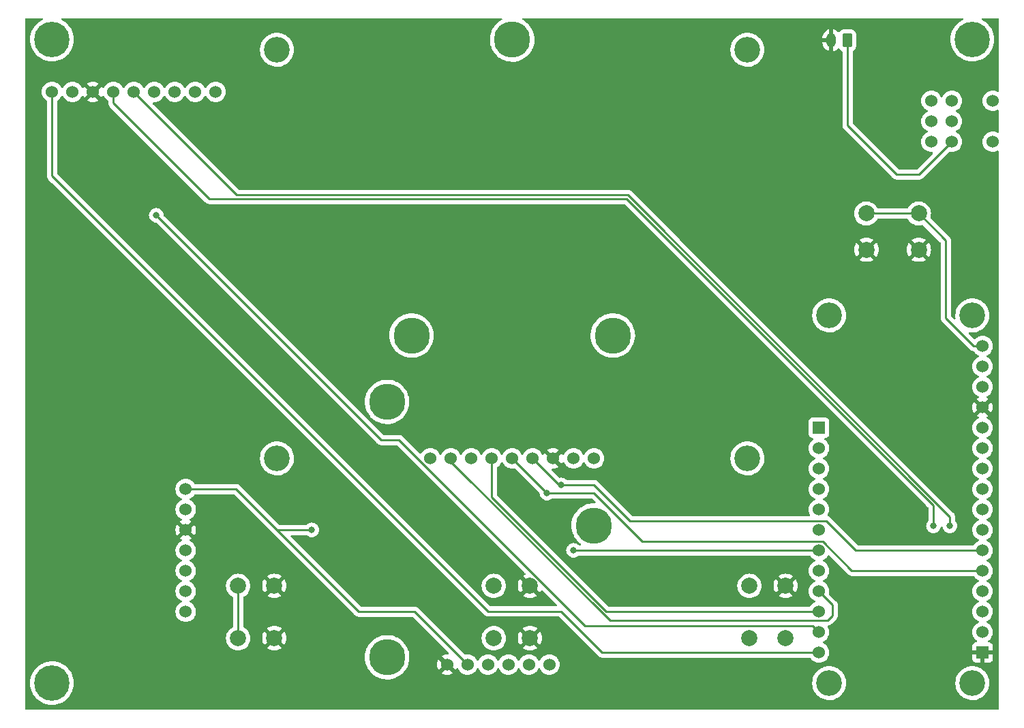
<source format=gbl>
%TF.GenerationSoftware,KiCad,Pcbnew,6.0.1+dfsg-1*%
%TF.CreationDate,2022-03-07T03:58:00+00:00*%
%TF.ProjectId,st_pat,73745f70-6174-42e6-9b69-6361645f7063,rev?*%
%TF.SameCoordinates,Original*%
%TF.FileFunction,Copper,L2,Bot*%
%TF.FilePolarity,Positive*%
%FSLAX46Y46*%
G04 Gerber Fmt 4.6, Leading zero omitted, Abs format (unit mm)*
G04 Created by KiCad (PCBNEW 6.0.1+dfsg-1) date 2022-03-07 03:58:00*
%MOMM*%
%LPD*%
G01*
G04 APERTURE LIST*
G04 Aperture macros list*
%AMRoundRect*
0 Rectangle with rounded corners*
0 $1 Rounding radius*
0 $2 $3 $4 $5 $6 $7 $8 $9 X,Y pos of 4 corners*
0 Add a 4 corners polygon primitive as box body*
4,1,4,$2,$3,$4,$5,$6,$7,$8,$9,$2,$3,0*
0 Add four circle primitives for the rounded corners*
1,1,$1+$1,$2,$3*
1,1,$1+$1,$4,$5*
1,1,$1+$1,$6,$7*
1,1,$1+$1,$8,$9*
0 Add four rect primitives between the rounded corners*
20,1,$1+$1,$2,$3,$4,$5,0*
20,1,$1+$1,$4,$5,$6,$7,0*
20,1,$1+$1,$6,$7,$8,$9,0*
20,1,$1+$1,$8,$9,$2,$3,0*%
G04 Aperture macros list end*
%TA.AperFunction,ComponentPad*%
%ADD10C,2.000000*%
%TD*%
%TA.AperFunction,ComponentPad*%
%ADD11C,3.200000*%
%TD*%
%TA.AperFunction,ComponentPad*%
%ADD12C,1.530000*%
%TD*%
%TA.AperFunction,ComponentPad*%
%ADD13C,4.400000*%
%TD*%
%TA.AperFunction,ComponentPad*%
%ADD14C,1.524000*%
%TD*%
%TA.AperFunction,ComponentPad*%
%ADD15C,4.500000*%
%TD*%
%TA.AperFunction,ComponentPad*%
%ADD16RoundRect,0.250000X0.350000X0.625000X-0.350000X0.625000X-0.350000X-0.625000X0.350000X-0.625000X0*%
%TD*%
%TA.AperFunction,ComponentPad*%
%ADD17O,1.200000X1.750000*%
%TD*%
%TA.AperFunction,ComponentPad*%
%ADD18R,1.530000X1.530000*%
%TD*%
%TA.AperFunction,ViaPad*%
%ADD19C,0.800000*%
%TD*%
%TA.AperFunction,Conductor*%
%ADD20C,0.250000*%
%TD*%
G04 APERTURE END LIST*
D10*
X143464000Y-131362000D03*
X143464000Y-137862000D03*
X147964000Y-131362000D03*
X147964000Y-137862000D03*
X111714000Y-137862000D03*
X111714000Y-131362000D03*
X116214000Y-137862000D03*
X116214000Y-131362000D03*
D11*
X174960000Y-115510000D03*
X116540000Y-115510000D03*
X174960000Y-64710000D03*
X116540000Y-64710000D03*
D12*
X155910000Y-115510000D03*
X153370000Y-115510000D03*
X150830000Y-115510000D03*
X148290000Y-115510000D03*
X145750000Y-115510000D03*
X143210000Y-115510000D03*
X140670000Y-115510000D03*
X138130000Y-115510000D03*
X135590000Y-115510000D03*
D10*
X189744000Y-85066000D03*
X196244000Y-85066000D03*
X196244000Y-89566000D03*
X189744000Y-89566000D03*
D12*
X88600000Y-69949000D03*
X91140000Y-69949000D03*
X93680000Y-69949000D03*
X96220000Y-69949000D03*
X98760000Y-69949000D03*
X101300000Y-69949000D03*
X103840000Y-69949000D03*
X106380000Y-69949000D03*
X108920000Y-69949000D03*
D10*
X175214000Y-137862000D03*
X175214000Y-131362000D03*
X179714000Y-131362000D03*
X179714000Y-137862000D03*
D13*
X202900000Y-63440000D03*
X88600000Y-143450000D03*
X88600000Y-63440000D03*
D14*
X205440000Y-71060000D03*
X205440000Y-76140000D03*
X197820000Y-71060000D03*
X197820000Y-73600000D03*
X197820000Y-76140000D03*
X200360000Y-71060000D03*
X200360000Y-73600000D03*
X200360000Y-76140000D03*
D15*
X145750000Y-63440000D03*
X155874000Y-123857000D03*
X130220000Y-108490000D03*
X130220000Y-140240000D03*
X158250000Y-100240000D03*
X133250000Y-100240000D03*
D14*
X150370000Y-141145000D03*
X147830000Y-141145000D03*
X145290000Y-141145000D03*
X142750000Y-141145000D03*
X140210000Y-141145000D03*
X137670000Y-141145000D03*
D16*
X187390000Y-63530000D03*
D17*
X185390000Y-63530000D03*
D11*
X185120000Y-97730000D03*
X202900000Y-97730000D03*
X202900000Y-143450000D03*
X185120000Y-143450000D03*
D18*
X204170000Y-139640000D03*
D12*
X204170000Y-137100000D03*
X204170000Y-134560000D03*
X204170000Y-132020000D03*
X204170000Y-129480000D03*
X204170000Y-126940000D03*
X204170000Y-124400000D03*
X204170000Y-121860000D03*
X204170000Y-119320000D03*
X204170000Y-116780000D03*
X204170000Y-114240000D03*
X204170000Y-111700000D03*
X204170000Y-109160000D03*
X204170000Y-106620000D03*
X204170000Y-104080000D03*
X204170000Y-101540000D03*
D18*
X183850000Y-111700000D03*
D12*
X183850000Y-114240000D03*
X183850000Y-116780000D03*
X183850000Y-119320000D03*
X183850000Y-121860000D03*
X183850000Y-124400000D03*
X183850000Y-126940000D03*
X183850000Y-129480000D03*
X183850000Y-132020000D03*
X183850000Y-134560000D03*
X183850000Y-137100000D03*
X183850000Y-139640000D03*
X105205000Y-119320000D03*
X105205000Y-121860000D03*
X105205000Y-124400000D03*
X105205000Y-126940000D03*
X105205000Y-129480000D03*
X105205000Y-132020000D03*
X105205000Y-134560000D03*
D19*
X120858000Y-124400000D03*
X151846000Y-118812000D03*
X150068000Y-119828000D03*
X153370000Y-126940000D03*
X200106000Y-123892000D03*
X198074000Y-123892000D03*
X101554000Y-85284000D03*
D20*
X105205000Y-119320000D02*
X111460000Y-119320000D01*
X120858000Y-124400000D02*
X116540000Y-124400000D01*
X116540000Y-124400000D02*
X126700000Y-134560000D01*
X133625000Y-134560000D02*
X127970000Y-134560000D01*
X126700000Y-134560000D02*
X127970000Y-134560000D01*
X111460000Y-119320000D02*
X112095000Y-119955000D01*
X140210000Y-141145000D02*
X133625000Y-134560000D01*
X116540000Y-124400000D02*
X112095000Y-119955000D01*
X199598000Y-88420000D02*
X196244000Y-85066000D01*
X199598000Y-98049873D02*
X199598000Y-88420000D01*
X196244000Y-85066000D02*
X189744000Y-85066000D01*
X203088127Y-101540000D02*
X199598000Y-98049873D01*
X204170000Y-101540000D02*
X203088127Y-101540000D01*
X111714000Y-137862000D02*
X111714000Y-131362000D01*
X151846000Y-118812000D02*
X151592000Y-118812000D01*
X155910000Y-118812000D02*
X151846000Y-118812000D01*
X160408489Y-123310489D02*
X155910000Y-118812000D01*
X151592000Y-118812000D02*
X148290000Y-115510000D01*
X204170000Y-126940000D02*
X188422000Y-126940000D01*
X188422000Y-126940000D02*
X184792489Y-123310489D01*
X184792489Y-123310489D02*
X160408489Y-123310489D01*
X204170000Y-129480000D02*
X187930802Y-129480000D01*
X187930802Y-129480000D02*
X184301291Y-125850489D01*
X184301291Y-125850489D02*
X161932489Y-125850489D01*
X150068000Y-119828000D02*
X145750000Y-115510000D01*
X155910000Y-119828000D02*
X150068000Y-119828000D01*
X161932489Y-125850489D02*
X155910000Y-119828000D01*
X157425386Y-134560000D02*
X143210000Y-120344614D01*
X183850000Y-134560000D02*
X157425386Y-134560000D01*
X143210000Y-120344614D02*
X143210000Y-115510000D01*
X185550000Y-133720000D02*
X185550000Y-135050000D01*
X138130000Y-115900332D02*
X138130000Y-115510000D01*
X183850000Y-132020000D02*
X185550000Y-133720000D01*
X157879179Y-135649511D02*
X138130000Y-115900332D01*
X184950489Y-135649511D02*
X185550000Y-135050000D01*
X184792489Y-135649511D02*
X184950489Y-135649511D01*
X184792489Y-135649511D02*
X157879179Y-135649511D01*
X156926000Y-139640000D02*
X151802571Y-134516571D01*
X142745429Y-134516571D02*
X88600000Y-80371143D01*
X88600000Y-80371143D02*
X88600000Y-69949000D01*
X151802571Y-134516571D02*
X142745429Y-134516571D01*
X183850000Y-139640000D02*
X156926000Y-139640000D01*
X187390000Y-74092000D02*
X187390000Y-63530000D01*
X200360000Y-76140000D02*
X196296000Y-80204000D01*
X193502000Y-80204000D02*
X187390000Y-74092000D01*
X196296000Y-80204000D02*
X193502000Y-80204000D01*
X183850000Y-126940000D02*
X153370000Y-126940000D01*
X160101717Y-82744000D02*
X111555000Y-82744000D01*
X200106000Y-122748283D02*
X160101717Y-82744000D01*
X111555000Y-82744000D02*
X98760000Y-69949000D01*
X200106000Y-123892000D02*
X200106000Y-122748283D01*
X108158000Y-83252000D02*
X96220000Y-71314000D01*
X198074000Y-123892000D02*
X198074000Y-121352000D01*
X159974000Y-83252000D02*
X108158000Y-83252000D01*
X96220000Y-71314000D02*
X96220000Y-69949000D01*
X198074000Y-121352000D02*
X159974000Y-83252000D01*
X154810143Y-136335000D02*
X183085000Y-136335000D01*
X129494000Y-113224000D02*
X131699143Y-113224000D01*
X183085000Y-136335000D02*
X183850000Y-137100000D01*
X101554000Y-85284000D02*
X129494000Y-113224000D01*
X131699143Y-113224000D02*
X154810143Y-136335000D01*
%TA.AperFunction,Conductor*%
G36*
X87405542Y-60793002D02*
G01*
X87452035Y-60846658D01*
X87462139Y-60916932D01*
X87432645Y-60981512D01*
X87388368Y-61014240D01*
X87355477Y-61028781D01*
X87330041Y-61043914D01*
X87078074Y-61193817D01*
X87078068Y-61193821D01*
X87074814Y-61195757D01*
X87071812Y-61198073D01*
X86836886Y-61379318D01*
X86816244Y-61395243D01*
X86813534Y-61397911D01*
X86595612Y-61612437D01*
X86583513Y-61624347D01*
X86581149Y-61627314D01*
X86581146Y-61627317D01*
X86564220Y-61648558D01*
X86379991Y-61879751D01*
X86208626Y-62157757D01*
X86207037Y-62161204D01*
X86078628Y-62439747D01*
X86071902Y-62454336D01*
X86070741Y-62457940D01*
X86070741Y-62457941D01*
X86062512Y-62483494D01*
X85971797Y-62765192D01*
X85971079Y-62768903D01*
X85971078Y-62768907D01*
X85910482Y-63082105D01*
X85910481Y-63082114D01*
X85909763Y-63085824D01*
X85909496Y-63089600D01*
X85909495Y-63089605D01*
X85889902Y-63366335D01*
X85886698Y-63411585D01*
X85886887Y-63415377D01*
X85897024Y-63618995D01*
X85902936Y-63737759D01*
X85903577Y-63741490D01*
X85903578Y-63741498D01*
X85925772Y-63870657D01*
X85958241Y-64059619D01*
X85959329Y-64063258D01*
X85959330Y-64063261D01*
X86033080Y-64309861D01*
X86051814Y-64372504D01*
X86053327Y-64375975D01*
X86053329Y-64375981D01*
X86100395Y-64483968D01*
X86182297Y-64671881D01*
X86184220Y-64675152D01*
X86184222Y-64675156D01*
X86226584Y-64747215D01*
X86347802Y-64953414D01*
X86350103Y-64956429D01*
X86543631Y-65210012D01*
X86543636Y-65210017D01*
X86545931Y-65213025D01*
X86773814Y-65446953D01*
X86880417Y-65532817D01*
X87025196Y-65649431D01*
X87025201Y-65649435D01*
X87028149Y-65651809D01*
X87305253Y-65824627D01*
X87601112Y-65962903D01*
X87604721Y-65964086D01*
X87840038Y-66041227D01*
X87911440Y-66064634D01*
X88231742Y-66128346D01*
X88235514Y-66128633D01*
X88235522Y-66128634D01*
X88553602Y-66152829D01*
X88553607Y-66152829D01*
X88557379Y-66153116D01*
X88883633Y-66138586D01*
X88943425Y-66128634D01*
X89202037Y-66085590D01*
X89202042Y-66085589D01*
X89205778Y-66084967D01*
X89519149Y-65993034D01*
X89522616Y-65991544D01*
X89522620Y-65991543D01*
X89815721Y-65865616D01*
X89815723Y-65865615D01*
X89819205Y-65864119D01*
X90101601Y-65700091D01*
X90311790Y-65541414D01*
X90359221Y-65505607D01*
X90359222Y-65505606D01*
X90362245Y-65503324D01*
X90597363Y-65276670D01*
X90680601Y-65174429D01*
X90801155Y-65026351D01*
X90801158Y-65026347D01*
X90803549Y-65023410D01*
X90898034Y-64873660D01*
X90975788Y-64750428D01*
X90975790Y-64750425D01*
X90977815Y-64747215D01*
X90993482Y-64714147D01*
X91005932Y-64687869D01*
X114426689Y-64687869D01*
X114443238Y-64974883D01*
X114444063Y-64979088D01*
X114444064Y-64979096D01*
X114458493Y-65052641D01*
X114498586Y-65256995D01*
X114499973Y-65261045D01*
X114499974Y-65261050D01*
X114590321Y-65524930D01*
X114591710Y-65528986D01*
X114720885Y-65785822D01*
X114774697Y-65864119D01*
X114873492Y-66007866D01*
X114883721Y-66022750D01*
X114886608Y-66025923D01*
X114886609Y-66025924D01*
X115025225Y-66178261D01*
X115077206Y-66235388D01*
X115080501Y-66238143D01*
X115080502Y-66238144D01*
X115131258Y-66280582D01*
X115297759Y-66419798D01*
X115541298Y-66572571D01*
X115803318Y-66690877D01*
X115807437Y-66692097D01*
X116074857Y-66771311D01*
X116074862Y-66771312D01*
X116078970Y-66772529D01*
X116083204Y-66773177D01*
X116083209Y-66773178D01*
X116331811Y-66811219D01*
X116363153Y-66816015D01*
X116509485Y-66818314D01*
X116646317Y-66820464D01*
X116646323Y-66820464D01*
X116650608Y-66820531D01*
X116654860Y-66820016D01*
X116654868Y-66820016D01*
X116931756Y-66786508D01*
X116931761Y-66786507D01*
X116936017Y-66785992D01*
X117214097Y-66713039D01*
X117479704Y-66603021D01*
X117727922Y-66457974D01*
X117954159Y-66280582D01*
X117995285Y-66238144D01*
X118091763Y-66138586D01*
X118154227Y-66074128D01*
X118156760Y-66070680D01*
X118156764Y-66070675D01*
X118321887Y-65845886D01*
X118324425Y-65842431D01*
X118400675Y-65701997D01*
X118459554Y-65593555D01*
X118459555Y-65593553D01*
X118461604Y-65589779D01*
X118563225Y-65320848D01*
X118624652Y-65052641D01*
X118626449Y-65044797D01*
X118626450Y-65044793D01*
X118627407Y-65040613D01*
X118628943Y-65023410D01*
X118652743Y-64756726D01*
X118652743Y-64756724D01*
X118652963Y-64754260D01*
X118653427Y-64710000D01*
X118647929Y-64629348D01*
X118634165Y-64427452D01*
X118634164Y-64427446D01*
X118633873Y-64423175D01*
X118629336Y-64401264D01*
X118590265Y-64212599D01*
X118575574Y-64141658D01*
X118479607Y-63870657D01*
X118347750Y-63615188D01*
X118334488Y-63596317D01*
X118224626Y-63440000D01*
X118182441Y-63379977D01*
X118109606Y-63301597D01*
X117989661Y-63172521D01*
X117989658Y-63172519D01*
X117986740Y-63169378D01*
X117764268Y-62987287D01*
X117519142Y-62837073D01*
X117501048Y-62829130D01*
X117259830Y-62723243D01*
X117255898Y-62721517D01*
X117229963Y-62714129D01*
X116983534Y-62643932D01*
X116983535Y-62643932D01*
X116979406Y-62642756D01*
X116766704Y-62612485D01*
X116699036Y-62602854D01*
X116699034Y-62602854D01*
X116694784Y-62602249D01*
X116690495Y-62602227D01*
X116690488Y-62602226D01*
X116411583Y-62600765D01*
X116411576Y-62600765D01*
X116407297Y-62600743D01*
X116403053Y-62601302D01*
X116403049Y-62601302D01*
X116277660Y-62617810D01*
X116122266Y-62638268D01*
X116118126Y-62639401D01*
X116118124Y-62639401D01*
X116041311Y-62660415D01*
X115844964Y-62714129D01*
X115841016Y-62715813D01*
X115584476Y-62825237D01*
X115584472Y-62825239D01*
X115580524Y-62826923D01*
X115528822Y-62857866D01*
X115337521Y-62972357D01*
X115337517Y-62972360D01*
X115333839Y-62974561D01*
X115109472Y-63154313D01*
X114911577Y-63362851D01*
X114743814Y-63596317D01*
X114609288Y-63850392D01*
X114607813Y-63854423D01*
X114529907Y-64067312D01*
X114510489Y-64120373D01*
X114449245Y-64401264D01*
X114443226Y-64477738D01*
X114427690Y-64675156D01*
X114426689Y-64687869D01*
X91005932Y-64687869D01*
X91108775Y-64470791D01*
X91117638Y-64452084D01*
X91131337Y-64411024D01*
X91219790Y-64145897D01*
X91219792Y-64145891D01*
X91220992Y-64142293D01*
X91286381Y-63822329D01*
X91288026Y-63802115D01*
X91312674Y-63499061D01*
X91312856Y-63496826D01*
X91313451Y-63440000D01*
X91311707Y-63411061D01*
X91294026Y-63117793D01*
X91294026Y-63117789D01*
X91293798Y-63114015D01*
X91292020Y-63104276D01*
X91235805Y-62796473D01*
X91235804Y-62796469D01*
X91235125Y-62792751D01*
X91232573Y-62784530D01*
X91166020Y-62570196D01*
X91138282Y-62480863D01*
X91004670Y-62182869D01*
X90836226Y-61903084D01*
X90833899Y-61900100D01*
X90833894Y-61900093D01*
X90637726Y-61648558D01*
X90637724Y-61648556D01*
X90635390Y-61645563D01*
X90405070Y-61414034D01*
X90148603Y-61211852D01*
X89869705Y-61041945D01*
X89807584Y-61013700D01*
X89753853Y-60967297D01*
X89733737Y-60899210D01*
X89753626Y-60831056D01*
X89807204Y-60784474D01*
X89859737Y-60773000D01*
X144379394Y-60773000D01*
X144447515Y-60793002D01*
X144494008Y-60846658D01*
X144504112Y-60916932D01*
X144474618Y-60981512D01*
X144443818Y-61007284D01*
X144196659Y-61154328D01*
X143933316Y-61357496D01*
X143696288Y-61590829D01*
X143489009Y-61850949D01*
X143314481Y-62134086D01*
X143175232Y-62436140D01*
X143174073Y-62439740D01*
X143174070Y-62439747D01*
X143074694Y-62748345D01*
X143073280Y-62752735D01*
X143072561Y-62756451D01*
X143072559Y-62756459D01*
X143027374Y-62990003D01*
X143010100Y-63079285D01*
X143009833Y-63083061D01*
X143009832Y-63083066D01*
X142986878Y-63407272D01*
X142986610Y-63411061D01*
X142990932Y-63497875D01*
X143002685Y-63733969D01*
X143003147Y-63743255D01*
X143003788Y-63746986D01*
X143003789Y-63746994D01*
X143057509Y-64059619D01*
X143059474Y-64071057D01*
X143060562Y-64074696D01*
X143060563Y-64074699D01*
X143150666Y-64375981D01*
X143154774Y-64389718D01*
X143156287Y-64393189D01*
X143156289Y-64393195D01*
X143210192Y-64516867D01*
X143287666Y-64694622D01*
X143289589Y-64697893D01*
X143289591Y-64697897D01*
X143299144Y-64714147D01*
X143456226Y-64981352D01*
X143458527Y-64984367D01*
X143655712Y-65242742D01*
X143655717Y-65242748D01*
X143658012Y-65245755D01*
X143890102Y-65484002D01*
X144149132Y-65692640D01*
X144231035Y-65743719D01*
X144383273Y-65838663D01*
X144431352Y-65868648D01*
X144732672Y-66009476D01*
X144736281Y-66010659D01*
X144962956Y-66084967D01*
X145048729Y-66113085D01*
X145374944Y-66177973D01*
X145378716Y-66178260D01*
X145378724Y-66178261D01*
X145702815Y-66202914D01*
X145702820Y-66202914D01*
X145706592Y-66203201D01*
X146038869Y-66188403D01*
X146043401Y-66187649D01*
X146363220Y-66134417D01*
X146363225Y-66134416D01*
X146366961Y-66133794D01*
X146686116Y-66040164D01*
X146689583Y-66038674D01*
X146689587Y-66038673D01*
X146988228Y-65910366D01*
X146988230Y-65910365D01*
X146991712Y-65908869D01*
X147279321Y-65741813D01*
X147282343Y-65739532D01*
X147282347Y-65739529D01*
X147541753Y-65543697D01*
X147541754Y-65543696D01*
X147544777Y-65541414D01*
X147701605Y-65390231D01*
X147781508Y-65313204D01*
X147781509Y-65313203D01*
X147784235Y-65310575D01*
X147994227Y-65052641D01*
X148115692Y-64860130D01*
X148169683Y-64774560D01*
X148169685Y-64774557D01*
X148171710Y-64771347D01*
X148174043Y-64766424D01*
X148211259Y-64687869D01*
X172846689Y-64687869D01*
X172863238Y-64974883D01*
X172864063Y-64979088D01*
X172864064Y-64979096D01*
X172878493Y-65052641D01*
X172918586Y-65256995D01*
X172919973Y-65261045D01*
X172919974Y-65261050D01*
X173010321Y-65524930D01*
X173011710Y-65528986D01*
X173140885Y-65785822D01*
X173194697Y-65864119D01*
X173293492Y-66007866D01*
X173303721Y-66022750D01*
X173306608Y-66025923D01*
X173306609Y-66025924D01*
X173445225Y-66178261D01*
X173497206Y-66235388D01*
X173500501Y-66238143D01*
X173500502Y-66238144D01*
X173551258Y-66280582D01*
X173717759Y-66419798D01*
X173961298Y-66572571D01*
X174223318Y-66690877D01*
X174227437Y-66692097D01*
X174494857Y-66771311D01*
X174494862Y-66771312D01*
X174498970Y-66772529D01*
X174503204Y-66773177D01*
X174503209Y-66773178D01*
X174751811Y-66811219D01*
X174783153Y-66816015D01*
X174929485Y-66818314D01*
X175066317Y-66820464D01*
X175066323Y-66820464D01*
X175070608Y-66820531D01*
X175074860Y-66820016D01*
X175074868Y-66820016D01*
X175351756Y-66786508D01*
X175351761Y-66786507D01*
X175356017Y-66785992D01*
X175634097Y-66713039D01*
X175899704Y-66603021D01*
X176147922Y-66457974D01*
X176374159Y-66280582D01*
X176415285Y-66238144D01*
X176511763Y-66138586D01*
X176574227Y-66074128D01*
X176576760Y-66070680D01*
X176576764Y-66070675D01*
X176741887Y-65845886D01*
X176744425Y-65842431D01*
X176820675Y-65701997D01*
X176879554Y-65593555D01*
X176879555Y-65593553D01*
X176881604Y-65589779D01*
X176983225Y-65320848D01*
X177044652Y-65052641D01*
X177046449Y-65044797D01*
X177046450Y-65044793D01*
X177047407Y-65040613D01*
X177048943Y-65023410D01*
X177072743Y-64756726D01*
X177072743Y-64756724D01*
X177072963Y-64754260D01*
X177073427Y-64710000D01*
X177067929Y-64629348D01*
X177054165Y-64427452D01*
X177054164Y-64427446D01*
X177053873Y-64423175D01*
X177049336Y-64401264D01*
X177010265Y-64212599D01*
X176995574Y-64141658D01*
X176899607Y-63870657D01*
X176891439Y-63854832D01*
X184282000Y-63854832D01*
X184282285Y-63860808D01*
X184296471Y-64009494D01*
X184298730Y-64021228D01*
X184354872Y-64212599D01*
X184359302Y-64223675D01*
X184450619Y-64400978D01*
X184457069Y-64411024D01*
X184580262Y-64567857D01*
X184588499Y-64576506D01*
X184739123Y-64707212D01*
X184748847Y-64714147D01*
X184921467Y-64814010D01*
X184932331Y-64818984D01*
X185120727Y-64884407D01*
X185121716Y-64884648D01*
X185132008Y-64883180D01*
X185136000Y-64869615D01*
X185136000Y-64865402D01*
X185644000Y-64865402D01*
X185647973Y-64878933D01*
X185657399Y-64880288D01*
X185746537Y-64858806D01*
X185757832Y-64854917D01*
X185939382Y-64772371D01*
X185949724Y-64766424D01*
X186112397Y-64651032D01*
X186121425Y-64643239D01*
X186208535Y-64552243D01*
X186270090Y-64516867D01*
X186341000Y-64520386D01*
X186398750Y-64561683D01*
X186406685Y-64573053D01*
X186441522Y-64629348D01*
X186566697Y-64754305D01*
X186572927Y-64758145D01*
X186572928Y-64758146D01*
X186696616Y-64834389D01*
X186744110Y-64887162D01*
X186756500Y-64941649D01*
X186756500Y-74013233D01*
X186755973Y-74024416D01*
X186754298Y-74031909D01*
X186754547Y-74039835D01*
X186754547Y-74039836D01*
X186756438Y-74099986D01*
X186756500Y-74103945D01*
X186756500Y-74131856D01*
X186756997Y-74135790D01*
X186756997Y-74135791D01*
X186757005Y-74135856D01*
X186757938Y-74147693D01*
X186759327Y-74191889D01*
X186764978Y-74211339D01*
X186768987Y-74230700D01*
X186771526Y-74250797D01*
X186774445Y-74258168D01*
X186774445Y-74258170D01*
X186787804Y-74291912D01*
X186791649Y-74303142D01*
X186803982Y-74345593D01*
X186808015Y-74352412D01*
X186808017Y-74352417D01*
X186814293Y-74363028D01*
X186822988Y-74380776D01*
X186830448Y-74399617D01*
X186835110Y-74406033D01*
X186835110Y-74406034D01*
X186856436Y-74435387D01*
X186862952Y-74445307D01*
X186885458Y-74483362D01*
X186899779Y-74497683D01*
X186912619Y-74512716D01*
X186924528Y-74529107D01*
X186930634Y-74534158D01*
X186958605Y-74557298D01*
X186967384Y-74565288D01*
X192998343Y-80596247D01*
X193005887Y-80604537D01*
X193010000Y-80611018D01*
X193015777Y-80616443D01*
X193059667Y-80657658D01*
X193062509Y-80660413D01*
X193082230Y-80680134D01*
X193085425Y-80682612D01*
X193094447Y-80690318D01*
X193126679Y-80720586D01*
X193133628Y-80724406D01*
X193144432Y-80730346D01*
X193160956Y-80741199D01*
X193176959Y-80753613D01*
X193217543Y-80771176D01*
X193228173Y-80776383D01*
X193266940Y-80797695D01*
X193274617Y-80799666D01*
X193274622Y-80799668D01*
X193286558Y-80802732D01*
X193305266Y-80809137D01*
X193323855Y-80817181D01*
X193331683Y-80818421D01*
X193331690Y-80818423D01*
X193367524Y-80824099D01*
X193379144Y-80826505D01*
X193410959Y-80834673D01*
X193421970Y-80837500D01*
X193442224Y-80837500D01*
X193461934Y-80839051D01*
X193481943Y-80842220D01*
X193489835Y-80841474D01*
X193508580Y-80839702D01*
X193525962Y-80838059D01*
X193537819Y-80837500D01*
X196217233Y-80837500D01*
X196228416Y-80838027D01*
X196235909Y-80839702D01*
X196243835Y-80839453D01*
X196243836Y-80839453D01*
X196303986Y-80837562D01*
X196307945Y-80837500D01*
X196335856Y-80837500D01*
X196339791Y-80837003D01*
X196339856Y-80836995D01*
X196351693Y-80836062D01*
X196383951Y-80835048D01*
X196387970Y-80834922D01*
X196395889Y-80834673D01*
X196415343Y-80829021D01*
X196434700Y-80825013D01*
X196446930Y-80823468D01*
X196446931Y-80823468D01*
X196454797Y-80822474D01*
X196462168Y-80819555D01*
X196462170Y-80819555D01*
X196495912Y-80806196D01*
X196507142Y-80802351D01*
X196541983Y-80792229D01*
X196541984Y-80792229D01*
X196549593Y-80790018D01*
X196556412Y-80785985D01*
X196556417Y-80785983D01*
X196567028Y-80779707D01*
X196584776Y-80771012D01*
X196603617Y-80763552D01*
X196623987Y-80748753D01*
X196639387Y-80737564D01*
X196649307Y-80731048D01*
X196680535Y-80712580D01*
X196680538Y-80712578D01*
X196687362Y-80708542D01*
X196701683Y-80694221D01*
X196716717Y-80681380D01*
X196720323Y-80678760D01*
X196733107Y-80669472D01*
X196761298Y-80635395D01*
X196769288Y-80626616D01*
X199977779Y-77418126D01*
X200040091Y-77384100D01*
X200099486Y-77385515D01*
X200133217Y-77394553D01*
X200133223Y-77394554D01*
X200138537Y-77395978D01*
X200360000Y-77415353D01*
X200581463Y-77395978D01*
X200761115Y-77347840D01*
X200790886Y-77339863D01*
X200790888Y-77339862D01*
X200796196Y-77338440D01*
X200801178Y-77336117D01*
X200992690Y-77246814D01*
X200992695Y-77246811D01*
X200997677Y-77244488D01*
X201122000Y-77157436D01*
X201175270Y-77120136D01*
X201175273Y-77120134D01*
X201179781Y-77116977D01*
X201336977Y-76959781D01*
X201464488Y-76777676D01*
X201466811Y-76772694D01*
X201466814Y-76772689D01*
X201556117Y-76581178D01*
X201556118Y-76581177D01*
X201558440Y-76576196D01*
X201615978Y-76361463D01*
X201635353Y-76140000D01*
X201615978Y-75918537D01*
X201558440Y-75703804D01*
X201515805Y-75612373D01*
X201466814Y-75507311D01*
X201466811Y-75507306D01*
X201464488Y-75502324D01*
X201336977Y-75320219D01*
X201179781Y-75163023D01*
X201175273Y-75159866D01*
X201175270Y-75159864D01*
X201099505Y-75106813D01*
X200997677Y-75035512D01*
X200992695Y-75033189D01*
X200992690Y-75033186D01*
X200887627Y-74984195D01*
X200834342Y-74937278D01*
X200814881Y-74869001D01*
X200835423Y-74801041D01*
X200887627Y-74755805D01*
X200992690Y-74706814D01*
X200992695Y-74706811D01*
X200997677Y-74704488D01*
X201099505Y-74633187D01*
X201175270Y-74580136D01*
X201175273Y-74580134D01*
X201179781Y-74576977D01*
X201336977Y-74419781D01*
X201356258Y-74392246D01*
X201461331Y-74242185D01*
X201461332Y-74242183D01*
X201464488Y-74237676D01*
X201466811Y-74232694D01*
X201466814Y-74232689D01*
X201556117Y-74041178D01*
X201556118Y-74041177D01*
X201558440Y-74036196D01*
X201615978Y-73821463D01*
X201635353Y-73600000D01*
X201615978Y-73378537D01*
X201558440Y-73163804D01*
X201515805Y-73072373D01*
X201466814Y-72967311D01*
X201466811Y-72967306D01*
X201464488Y-72962324D01*
X201336977Y-72780219D01*
X201179781Y-72623023D01*
X201175273Y-72619866D01*
X201175270Y-72619864D01*
X201099505Y-72566813D01*
X200997677Y-72495512D01*
X200992695Y-72493189D01*
X200992690Y-72493186D01*
X200887627Y-72444195D01*
X200834342Y-72397278D01*
X200814881Y-72329001D01*
X200835423Y-72261041D01*
X200887627Y-72215805D01*
X200992690Y-72166814D01*
X200992695Y-72166811D01*
X200997677Y-72164488D01*
X201122000Y-72077436D01*
X201175270Y-72040136D01*
X201175273Y-72040134D01*
X201179781Y-72036977D01*
X201336977Y-71879781D01*
X201427076Y-71751107D01*
X201461331Y-71702185D01*
X201461332Y-71702183D01*
X201464488Y-71697676D01*
X201466811Y-71692694D01*
X201466814Y-71692689D01*
X201556117Y-71501178D01*
X201556118Y-71501177D01*
X201558440Y-71496196D01*
X201615978Y-71281463D01*
X201635353Y-71060000D01*
X201615978Y-70838537D01*
X201562498Y-70638947D01*
X201559863Y-70629114D01*
X201559862Y-70629112D01*
X201558440Y-70623804D01*
X201468502Y-70430931D01*
X201466814Y-70427311D01*
X201466811Y-70427306D01*
X201464488Y-70422324D01*
X201388316Y-70313539D01*
X201340136Y-70244730D01*
X201340134Y-70244727D01*
X201336977Y-70240219D01*
X201179781Y-70083023D01*
X201175273Y-70079866D01*
X201175270Y-70079864D01*
X201006674Y-69961812D01*
X200997677Y-69955512D01*
X200992695Y-69953189D01*
X200992690Y-69953186D01*
X200801178Y-69863883D01*
X200801177Y-69863882D01*
X200796196Y-69861560D01*
X200790888Y-69860138D01*
X200790886Y-69860137D01*
X200725051Y-69842497D01*
X200581463Y-69804022D01*
X200360000Y-69784647D01*
X200138537Y-69804022D01*
X199994949Y-69842497D01*
X199929114Y-69860137D01*
X199929112Y-69860138D01*
X199923804Y-69861560D01*
X199918823Y-69863882D01*
X199918822Y-69863883D01*
X199727311Y-69953186D01*
X199727306Y-69953189D01*
X199722324Y-69955512D01*
X199717817Y-69958668D01*
X199717815Y-69958669D01*
X199544730Y-70079864D01*
X199544727Y-70079866D01*
X199540219Y-70083023D01*
X199383023Y-70240219D01*
X199379866Y-70244727D01*
X199379864Y-70244730D01*
X199331684Y-70313539D01*
X199255512Y-70422324D01*
X199253189Y-70427306D01*
X199253186Y-70427311D01*
X199204195Y-70532373D01*
X199157277Y-70585658D01*
X199089000Y-70605119D01*
X199021040Y-70584577D01*
X198975805Y-70532373D01*
X198926814Y-70427311D01*
X198926811Y-70427306D01*
X198924488Y-70422324D01*
X198848316Y-70313539D01*
X198800136Y-70244730D01*
X198800134Y-70244727D01*
X198796977Y-70240219D01*
X198639781Y-70083023D01*
X198635273Y-70079866D01*
X198635270Y-70079864D01*
X198466674Y-69961812D01*
X198457677Y-69955512D01*
X198452695Y-69953189D01*
X198452690Y-69953186D01*
X198261178Y-69863883D01*
X198261177Y-69863882D01*
X198256196Y-69861560D01*
X198250888Y-69860138D01*
X198250886Y-69860137D01*
X198185051Y-69842497D01*
X198041463Y-69804022D01*
X197820000Y-69784647D01*
X197598537Y-69804022D01*
X197454949Y-69842497D01*
X197389114Y-69860137D01*
X197389112Y-69860138D01*
X197383804Y-69861560D01*
X197378823Y-69863882D01*
X197378822Y-69863883D01*
X197187311Y-69953186D01*
X197187306Y-69953189D01*
X197182324Y-69955512D01*
X197177817Y-69958668D01*
X197177815Y-69958669D01*
X197004730Y-70079864D01*
X197004727Y-70079866D01*
X197000219Y-70083023D01*
X196843023Y-70240219D01*
X196839866Y-70244727D01*
X196839864Y-70244730D01*
X196791684Y-70313539D01*
X196715512Y-70422324D01*
X196713189Y-70427306D01*
X196713186Y-70427311D01*
X196711498Y-70430931D01*
X196621560Y-70623804D01*
X196620138Y-70629112D01*
X196620137Y-70629114D01*
X196617502Y-70638947D01*
X196564022Y-70838537D01*
X196544647Y-71060000D01*
X196564022Y-71281463D01*
X196621560Y-71496196D01*
X196623882Y-71501177D01*
X196623883Y-71501178D01*
X196713186Y-71692689D01*
X196713189Y-71692694D01*
X196715512Y-71697676D01*
X196718668Y-71702183D01*
X196718669Y-71702185D01*
X196752925Y-71751107D01*
X196843023Y-71879781D01*
X197000219Y-72036977D01*
X197004727Y-72040134D01*
X197004730Y-72040136D01*
X197058000Y-72077436D01*
X197182323Y-72164488D01*
X197187305Y-72166811D01*
X197187310Y-72166814D01*
X197292373Y-72215805D01*
X197345658Y-72262722D01*
X197365119Y-72330999D01*
X197344577Y-72398959D01*
X197292373Y-72444195D01*
X197187311Y-72493186D01*
X197187306Y-72493189D01*
X197182324Y-72495512D01*
X197177817Y-72498668D01*
X197177815Y-72498669D01*
X197004730Y-72619864D01*
X197004727Y-72619866D01*
X197000219Y-72623023D01*
X196843023Y-72780219D01*
X196715512Y-72962324D01*
X196713189Y-72967306D01*
X196713186Y-72967311D01*
X196664195Y-73072373D01*
X196621560Y-73163804D01*
X196564022Y-73378537D01*
X196544647Y-73600000D01*
X196564022Y-73821463D01*
X196621560Y-74036196D01*
X196623882Y-74041177D01*
X196623883Y-74041178D01*
X196713186Y-74232689D01*
X196713189Y-74232694D01*
X196715512Y-74237676D01*
X196718668Y-74242183D01*
X196718669Y-74242185D01*
X196823743Y-74392246D01*
X196843023Y-74419781D01*
X197000219Y-74576977D01*
X197004727Y-74580134D01*
X197004730Y-74580136D01*
X197080495Y-74633187D01*
X197182323Y-74704488D01*
X197187305Y-74706811D01*
X197187310Y-74706814D01*
X197292373Y-74755805D01*
X197345658Y-74802722D01*
X197365119Y-74870999D01*
X197344577Y-74938959D01*
X197292373Y-74984195D01*
X197187311Y-75033186D01*
X197187306Y-75033189D01*
X197182324Y-75035512D01*
X197177817Y-75038668D01*
X197177815Y-75038669D01*
X197004730Y-75159864D01*
X197004727Y-75159866D01*
X197000219Y-75163023D01*
X196843023Y-75320219D01*
X196715512Y-75502324D01*
X196713189Y-75507306D01*
X196713186Y-75507311D01*
X196664195Y-75612373D01*
X196621560Y-75703804D01*
X196564022Y-75918537D01*
X196544647Y-76140000D01*
X196564022Y-76361463D01*
X196621560Y-76576196D01*
X196623882Y-76581177D01*
X196623883Y-76581178D01*
X196713186Y-76772689D01*
X196713189Y-76772694D01*
X196715512Y-76777676D01*
X196843023Y-76959781D01*
X197000219Y-77116977D01*
X197004727Y-77120134D01*
X197004730Y-77120136D01*
X197058000Y-77157436D01*
X197182323Y-77244488D01*
X197187305Y-77246811D01*
X197187310Y-77246814D01*
X197378822Y-77336117D01*
X197383804Y-77338440D01*
X197389112Y-77339862D01*
X197389114Y-77339863D01*
X197418885Y-77347840D01*
X197598537Y-77395978D01*
X197820000Y-77415353D01*
X197825475Y-77414874D01*
X197879233Y-77410171D01*
X197948838Y-77424161D01*
X197999830Y-77473560D01*
X198016020Y-77542686D01*
X197992267Y-77609591D01*
X197979309Y-77624787D01*
X196070500Y-79533595D01*
X196008188Y-79567621D01*
X195981405Y-79570500D01*
X193816595Y-79570500D01*
X193748474Y-79550498D01*
X193727500Y-79533595D01*
X188060405Y-73866500D01*
X188026379Y-73804188D01*
X188023500Y-73777405D01*
X188023500Y-64941781D01*
X188043502Y-64873660D01*
X188083197Y-64834637D01*
X188208120Y-64757332D01*
X188214348Y-64753478D01*
X188273102Y-64694622D01*
X188334134Y-64633483D01*
X188339305Y-64628303D01*
X188376565Y-64567857D01*
X188428275Y-64483968D01*
X188428276Y-64483966D01*
X188432115Y-64477738D01*
X188487797Y-64309861D01*
X188498500Y-64205400D01*
X188498500Y-62854600D01*
X188496914Y-62839314D01*
X188488238Y-62755692D01*
X188488237Y-62755688D01*
X188487526Y-62748834D01*
X188478413Y-62721517D01*
X188433868Y-62588002D01*
X188431550Y-62581054D01*
X188338478Y-62430652D01*
X188213303Y-62305695D01*
X188207072Y-62301854D01*
X188068968Y-62216725D01*
X188068966Y-62216724D01*
X188062738Y-62212885D01*
X187962724Y-62179712D01*
X187901389Y-62159368D01*
X187901387Y-62159368D01*
X187894861Y-62157203D01*
X187888025Y-62156503D01*
X187888022Y-62156502D01*
X187844969Y-62152091D01*
X187790400Y-62146500D01*
X186989600Y-62146500D01*
X186986354Y-62146837D01*
X186986350Y-62146837D01*
X186890692Y-62156762D01*
X186890688Y-62156763D01*
X186883834Y-62157474D01*
X186877298Y-62159655D01*
X186877296Y-62159655D01*
X186813117Y-62181067D01*
X186716054Y-62213450D01*
X186565652Y-62306522D01*
X186440695Y-62431697D01*
X186436853Y-62437929D01*
X186436852Y-62437931D01*
X186408645Y-62483690D01*
X186355873Y-62531183D01*
X186285801Y-62542605D01*
X186220677Y-62514331D01*
X186202298Y-62495403D01*
X186199738Y-62492144D01*
X186191501Y-62483494D01*
X186040877Y-62352788D01*
X186031153Y-62345853D01*
X185858533Y-62245990D01*
X185847669Y-62241016D01*
X185659273Y-62175593D01*
X185658284Y-62175352D01*
X185647992Y-62176820D01*
X185644000Y-62190385D01*
X185644000Y-64865402D01*
X185136000Y-64865402D01*
X185136000Y-63802115D01*
X185131525Y-63786876D01*
X185130135Y-63785671D01*
X185122452Y-63784000D01*
X184300115Y-63784000D01*
X184284876Y-63788475D01*
X184283671Y-63789865D01*
X184282000Y-63797548D01*
X184282000Y-63854832D01*
X176891439Y-63854832D01*
X176767750Y-63615188D01*
X176754488Y-63596317D01*
X176644626Y-63440000D01*
X176602441Y-63379977D01*
X176529606Y-63301597D01*
X176488986Y-63257885D01*
X184282000Y-63257885D01*
X184286475Y-63273124D01*
X184287865Y-63274329D01*
X184295548Y-63276000D01*
X185117885Y-63276000D01*
X185133124Y-63271525D01*
X185134329Y-63270135D01*
X185136000Y-63262452D01*
X185136000Y-62194598D01*
X185132027Y-62181067D01*
X185122601Y-62179712D01*
X185033463Y-62201194D01*
X185022168Y-62205083D01*
X184840618Y-62287629D01*
X184830276Y-62293576D01*
X184667603Y-62408968D01*
X184658575Y-62416761D01*
X184520658Y-62560831D01*
X184513262Y-62570196D01*
X184405079Y-62737741D01*
X184399583Y-62748345D01*
X184325039Y-62933312D01*
X184321645Y-62944770D01*
X184283143Y-63141928D01*
X184282066Y-63150791D01*
X184282000Y-63153500D01*
X184282000Y-63257885D01*
X176488986Y-63257885D01*
X176409661Y-63172521D01*
X176409658Y-63172519D01*
X176406740Y-63169378D01*
X176184268Y-62987287D01*
X175939142Y-62837073D01*
X175921048Y-62829130D01*
X175679830Y-62723243D01*
X175675898Y-62721517D01*
X175649963Y-62714129D01*
X175403534Y-62643932D01*
X175403535Y-62643932D01*
X175399406Y-62642756D01*
X175186704Y-62612485D01*
X175119036Y-62602854D01*
X175119034Y-62602854D01*
X175114784Y-62602249D01*
X175110495Y-62602227D01*
X175110488Y-62602226D01*
X174831583Y-62600765D01*
X174831576Y-62600765D01*
X174827297Y-62600743D01*
X174823053Y-62601302D01*
X174823049Y-62601302D01*
X174697660Y-62617810D01*
X174542266Y-62638268D01*
X174538126Y-62639401D01*
X174538124Y-62639401D01*
X174461311Y-62660415D01*
X174264964Y-62714129D01*
X174261016Y-62715813D01*
X174004476Y-62825237D01*
X174004472Y-62825239D01*
X174000524Y-62826923D01*
X173948822Y-62857866D01*
X173757521Y-62972357D01*
X173757517Y-62972360D01*
X173753839Y-62974561D01*
X173529472Y-63154313D01*
X173331577Y-63362851D01*
X173163814Y-63596317D01*
X173029288Y-63850392D01*
X173027813Y-63854423D01*
X172949907Y-64067312D01*
X172930489Y-64120373D01*
X172869245Y-64401264D01*
X172863226Y-64477738D01*
X172847690Y-64675156D01*
X172846689Y-64687869D01*
X148211259Y-64687869D01*
X148312485Y-64474205D01*
X148314114Y-64470767D01*
X148419377Y-64155257D01*
X148485972Y-63829386D01*
X148512936Y-63497875D01*
X148513542Y-63440000D01*
X148511829Y-63411585D01*
X148493755Y-63111772D01*
X148493754Y-63111765D01*
X148493527Y-63107997D01*
X148459849Y-62923599D01*
X148434451Y-62784530D01*
X148434450Y-62784525D01*
X148433770Y-62780803D01*
X148430077Y-62768907D01*
X148351029Y-62514331D01*
X148335139Y-62463157D01*
X148199061Y-62159662D01*
X148114108Y-62018555D01*
X148029466Y-61877966D01*
X148029462Y-61877960D01*
X148027507Y-61874713D01*
X148025180Y-61871729D01*
X148025175Y-61871722D01*
X147825294Y-61615425D01*
X147825288Y-61615418D01*
X147822963Y-61612437D01*
X147588392Y-61376634D01*
X147327191Y-61170720D01*
X147057799Y-61006605D01*
X147010030Y-60954082D01*
X146998240Y-60884071D01*
X147026172Y-60818800D01*
X147084958Y-60778992D01*
X147123352Y-60773000D01*
X201637421Y-60773000D01*
X201705542Y-60793002D01*
X201752035Y-60846658D01*
X201762139Y-60916932D01*
X201732645Y-60981512D01*
X201688368Y-61014240D01*
X201655477Y-61028781D01*
X201630041Y-61043914D01*
X201378074Y-61193817D01*
X201378068Y-61193821D01*
X201374814Y-61195757D01*
X201371812Y-61198073D01*
X201136886Y-61379318D01*
X201116244Y-61395243D01*
X201113534Y-61397911D01*
X200895612Y-61612437D01*
X200883513Y-61624347D01*
X200881149Y-61627314D01*
X200881146Y-61627317D01*
X200864220Y-61648558D01*
X200679991Y-61879751D01*
X200508626Y-62157757D01*
X200507037Y-62161204D01*
X200378628Y-62439747D01*
X200371902Y-62454336D01*
X200370741Y-62457940D01*
X200370741Y-62457941D01*
X200362512Y-62483494D01*
X200271797Y-62765192D01*
X200271079Y-62768903D01*
X200271078Y-62768907D01*
X200210482Y-63082105D01*
X200210481Y-63082114D01*
X200209763Y-63085824D01*
X200209496Y-63089600D01*
X200209495Y-63089605D01*
X200189902Y-63366335D01*
X200186698Y-63411585D01*
X200186887Y-63415377D01*
X200197024Y-63618995D01*
X200202936Y-63737759D01*
X200203577Y-63741490D01*
X200203578Y-63741498D01*
X200225772Y-63870657D01*
X200258241Y-64059619D01*
X200259329Y-64063258D01*
X200259330Y-64063261D01*
X200333080Y-64309861D01*
X200351814Y-64372504D01*
X200353327Y-64375975D01*
X200353329Y-64375981D01*
X200400395Y-64483968D01*
X200482297Y-64671881D01*
X200484220Y-64675152D01*
X200484222Y-64675156D01*
X200526584Y-64747215D01*
X200647802Y-64953414D01*
X200650103Y-64956429D01*
X200843631Y-65210012D01*
X200843636Y-65210017D01*
X200845931Y-65213025D01*
X201073814Y-65446953D01*
X201180417Y-65532817D01*
X201325196Y-65649431D01*
X201325201Y-65649435D01*
X201328149Y-65651809D01*
X201605253Y-65824627D01*
X201901112Y-65962903D01*
X201904721Y-65964086D01*
X202140038Y-66041227D01*
X202211440Y-66064634D01*
X202531742Y-66128346D01*
X202535514Y-66128633D01*
X202535522Y-66128634D01*
X202853602Y-66152829D01*
X202853607Y-66152829D01*
X202857379Y-66153116D01*
X203183633Y-66138586D01*
X203243425Y-66128634D01*
X203502037Y-66085590D01*
X203502042Y-66085589D01*
X203505778Y-66084967D01*
X203819149Y-65993034D01*
X203822616Y-65991544D01*
X203822620Y-65991543D01*
X204115721Y-65865616D01*
X204115723Y-65865615D01*
X204119205Y-65864119D01*
X204401601Y-65700091D01*
X204611790Y-65541414D01*
X204659221Y-65505607D01*
X204659222Y-65505606D01*
X204662245Y-65503324D01*
X204897363Y-65276670D01*
X204980601Y-65174429D01*
X205101155Y-65026351D01*
X205101158Y-65026347D01*
X205103549Y-65023410D01*
X205198034Y-64873660D01*
X205275788Y-64750428D01*
X205275790Y-64750425D01*
X205277815Y-64747215D01*
X205293482Y-64714147D01*
X205408775Y-64470791D01*
X205417638Y-64452084D01*
X205431337Y-64411024D01*
X205519790Y-64145897D01*
X205519792Y-64145891D01*
X205520992Y-64142293D01*
X205586381Y-63822329D01*
X205588026Y-63802115D01*
X205612674Y-63499061D01*
X205612856Y-63496826D01*
X205613451Y-63440000D01*
X205611707Y-63411061D01*
X205594026Y-63117793D01*
X205594026Y-63117789D01*
X205593798Y-63114015D01*
X205592020Y-63104276D01*
X205535805Y-62796473D01*
X205535804Y-62796469D01*
X205535125Y-62792751D01*
X205532573Y-62784530D01*
X205466020Y-62570196D01*
X205438282Y-62480863D01*
X205304670Y-62182869D01*
X205136226Y-61903084D01*
X205133899Y-61900100D01*
X205133894Y-61900093D01*
X204937726Y-61648558D01*
X204937724Y-61648556D01*
X204935390Y-61645563D01*
X204705070Y-61414034D01*
X204448603Y-61211852D01*
X204169705Y-61041945D01*
X204107584Y-61013700D01*
X204053853Y-60967297D01*
X204033737Y-60899210D01*
X204053626Y-60831056D01*
X204107204Y-60784474D01*
X204159737Y-60773000D01*
X206076000Y-60773000D01*
X206144121Y-60793002D01*
X206190614Y-60846658D01*
X206202000Y-60899000D01*
X206202000Y-69815704D01*
X206181998Y-69883825D01*
X206128342Y-69930318D01*
X206058068Y-69940422D01*
X206022750Y-69929899D01*
X205881178Y-69863883D01*
X205881177Y-69863882D01*
X205876196Y-69861560D01*
X205870888Y-69860138D01*
X205870886Y-69860137D01*
X205805051Y-69842497D01*
X205661463Y-69804022D01*
X205440000Y-69784647D01*
X205218537Y-69804022D01*
X205074949Y-69842497D01*
X205009114Y-69860137D01*
X205009112Y-69860138D01*
X205003804Y-69861560D01*
X204998823Y-69863882D01*
X204998822Y-69863883D01*
X204807311Y-69953186D01*
X204807306Y-69953189D01*
X204802324Y-69955512D01*
X204797817Y-69958668D01*
X204797815Y-69958669D01*
X204624730Y-70079864D01*
X204624727Y-70079866D01*
X204620219Y-70083023D01*
X204463023Y-70240219D01*
X204459866Y-70244727D01*
X204459864Y-70244730D01*
X204411684Y-70313539D01*
X204335512Y-70422324D01*
X204333189Y-70427306D01*
X204333186Y-70427311D01*
X204331498Y-70430931D01*
X204241560Y-70623804D01*
X204240138Y-70629112D01*
X204240137Y-70629114D01*
X204237502Y-70638947D01*
X204184022Y-70838537D01*
X204164647Y-71060000D01*
X204184022Y-71281463D01*
X204241560Y-71496196D01*
X204243882Y-71501177D01*
X204243883Y-71501178D01*
X204333186Y-71692689D01*
X204333189Y-71692694D01*
X204335512Y-71697676D01*
X204338668Y-71702183D01*
X204338669Y-71702185D01*
X204372925Y-71751107D01*
X204463023Y-71879781D01*
X204620219Y-72036977D01*
X204624727Y-72040134D01*
X204624730Y-72040136D01*
X204678000Y-72077436D01*
X204802323Y-72164488D01*
X204807305Y-72166811D01*
X204807310Y-72166814D01*
X204998822Y-72256117D01*
X205003804Y-72258440D01*
X205009112Y-72259862D01*
X205009114Y-72259863D01*
X205038885Y-72267840D01*
X205218537Y-72315978D01*
X205440000Y-72335353D01*
X205661463Y-72315978D01*
X205841115Y-72267840D01*
X205870886Y-72259863D01*
X205870888Y-72259862D01*
X205876196Y-72258440D01*
X205881178Y-72256117D01*
X206022750Y-72190101D01*
X206092942Y-72179440D01*
X206157755Y-72208420D01*
X206196611Y-72267840D01*
X206202000Y-72304296D01*
X206202000Y-74895704D01*
X206181998Y-74963825D01*
X206128342Y-75010318D01*
X206058068Y-75020422D01*
X206022750Y-75009899D01*
X205881178Y-74943883D01*
X205881177Y-74943882D01*
X205876196Y-74941560D01*
X205870888Y-74940138D01*
X205870886Y-74940137D01*
X205805051Y-74922497D01*
X205661463Y-74884022D01*
X205440000Y-74864647D01*
X205218537Y-74884022D01*
X205074949Y-74922497D01*
X205009114Y-74940137D01*
X205009112Y-74940138D01*
X205003804Y-74941560D01*
X204998823Y-74943882D01*
X204998822Y-74943883D01*
X204807311Y-75033186D01*
X204807306Y-75033189D01*
X204802324Y-75035512D01*
X204797817Y-75038668D01*
X204797815Y-75038669D01*
X204624730Y-75159864D01*
X204624727Y-75159866D01*
X204620219Y-75163023D01*
X204463023Y-75320219D01*
X204335512Y-75502324D01*
X204333189Y-75507306D01*
X204333186Y-75507311D01*
X204284195Y-75612373D01*
X204241560Y-75703804D01*
X204184022Y-75918537D01*
X204164647Y-76140000D01*
X204184022Y-76361463D01*
X204241560Y-76576196D01*
X204243882Y-76581177D01*
X204243883Y-76581178D01*
X204333186Y-76772689D01*
X204333189Y-76772694D01*
X204335512Y-76777676D01*
X204463023Y-76959781D01*
X204620219Y-77116977D01*
X204624727Y-77120134D01*
X204624730Y-77120136D01*
X204678000Y-77157436D01*
X204802323Y-77244488D01*
X204807305Y-77246811D01*
X204807310Y-77246814D01*
X204998822Y-77336117D01*
X205003804Y-77338440D01*
X205009112Y-77339862D01*
X205009114Y-77339863D01*
X205038885Y-77347840D01*
X205218537Y-77395978D01*
X205440000Y-77415353D01*
X205661463Y-77395978D01*
X205841115Y-77347840D01*
X205870886Y-77339863D01*
X205870888Y-77339862D01*
X205876196Y-77338440D01*
X205881178Y-77336117D01*
X206022750Y-77270101D01*
X206092942Y-77259440D01*
X206157755Y-77288420D01*
X206196611Y-77347840D01*
X206202000Y-77384296D01*
X206202000Y-146626000D01*
X206181998Y-146694121D01*
X206128342Y-146740614D01*
X206076000Y-146752000D01*
X85424000Y-146752000D01*
X85355879Y-146731998D01*
X85309386Y-146678342D01*
X85298000Y-146626000D01*
X85298000Y-143421585D01*
X85886698Y-143421585D01*
X85902936Y-143747759D01*
X85903577Y-143751490D01*
X85903578Y-143751498D01*
X85956734Y-144060848D01*
X85958241Y-144069619D01*
X85959329Y-144073258D01*
X85959330Y-144073261D01*
X86017865Y-144268986D01*
X86051814Y-144382504D01*
X86182297Y-144681881D01*
X86184220Y-144685152D01*
X86184222Y-144685156D01*
X86231703Y-144765924D01*
X86347802Y-144963414D01*
X86350103Y-144966429D01*
X86543631Y-145220012D01*
X86543636Y-145220017D01*
X86545931Y-145223025D01*
X86607931Y-145286670D01*
X86768404Y-145451399D01*
X86773814Y-145456953D01*
X86846635Y-145515607D01*
X87025196Y-145659431D01*
X87025201Y-145659435D01*
X87028149Y-145661809D01*
X87305253Y-145834627D01*
X87601112Y-145972903D01*
X87911440Y-146074634D01*
X88231742Y-146138346D01*
X88235514Y-146138633D01*
X88235522Y-146138634D01*
X88553602Y-146162829D01*
X88553607Y-146162829D01*
X88557379Y-146163116D01*
X88883633Y-146148586D01*
X88943425Y-146138634D01*
X89202037Y-146095590D01*
X89202042Y-146095589D01*
X89205778Y-146094967D01*
X89519149Y-146003034D01*
X89522616Y-146001544D01*
X89522620Y-146001543D01*
X89815721Y-145875616D01*
X89815723Y-145875615D01*
X89819205Y-145874119D01*
X90101601Y-145710091D01*
X90362245Y-145513324D01*
X90479804Y-145399997D01*
X90594632Y-145289303D01*
X90594635Y-145289300D01*
X90597363Y-145286670D01*
X90803549Y-145033410D01*
X90977815Y-144757215D01*
X91117638Y-144462084D01*
X91144188Y-144382504D01*
X91219790Y-144155897D01*
X91219792Y-144155891D01*
X91220992Y-144152293D01*
X91286381Y-143832329D01*
X91290588Y-143780613D01*
X91312674Y-143509061D01*
X91312856Y-143506826D01*
X91313451Y-143450000D01*
X91313302Y-143447520D01*
X91312117Y-143427869D01*
X183006689Y-143427869D01*
X183023238Y-143714883D01*
X183024063Y-143719088D01*
X183024064Y-143719096D01*
X183045536Y-143828536D01*
X183078586Y-143996995D01*
X183079973Y-144001045D01*
X183079974Y-144001050D01*
X183170321Y-144264930D01*
X183171710Y-144268986D01*
X183173637Y-144272817D01*
X183267017Y-144458482D01*
X183300885Y-144525822D01*
X183463721Y-144762750D01*
X183466608Y-144765923D01*
X183466609Y-144765924D01*
X183649054Y-144966429D01*
X183657206Y-144975388D01*
X183660501Y-144978143D01*
X183660502Y-144978144D01*
X183711258Y-145020582D01*
X183877759Y-145159798D01*
X184121298Y-145312571D01*
X184383318Y-145430877D01*
X184387437Y-145432097D01*
X184654857Y-145511311D01*
X184654862Y-145511312D01*
X184658970Y-145512529D01*
X184663204Y-145513177D01*
X184663209Y-145513178D01*
X184911811Y-145551219D01*
X184943153Y-145556015D01*
X185089485Y-145558314D01*
X185226317Y-145560464D01*
X185226323Y-145560464D01*
X185230608Y-145560531D01*
X185234860Y-145560016D01*
X185234868Y-145560016D01*
X185511756Y-145526508D01*
X185511761Y-145526507D01*
X185516017Y-145525992D01*
X185794097Y-145453039D01*
X186059704Y-145343021D01*
X186260408Y-145225739D01*
X186304219Y-145200138D01*
X186304220Y-145200137D01*
X186307922Y-145197974D01*
X186534159Y-145020582D01*
X186575285Y-144978144D01*
X186731244Y-144817206D01*
X186734227Y-144814128D01*
X186736760Y-144810680D01*
X186736764Y-144810675D01*
X186901887Y-144585886D01*
X186904425Y-144582431D01*
X186937241Y-144521991D01*
X187039554Y-144333555D01*
X187039555Y-144333553D01*
X187041604Y-144329779D01*
X187110080Y-144148563D01*
X187141707Y-144064866D01*
X187141708Y-144064862D01*
X187143225Y-144060848D01*
X187207407Y-143780613D01*
X187210006Y-143751498D01*
X187232743Y-143496726D01*
X187232743Y-143496724D01*
X187232963Y-143494260D01*
X187233427Y-143450000D01*
X187231918Y-143427869D01*
X200786689Y-143427869D01*
X200803238Y-143714883D01*
X200804063Y-143719088D01*
X200804064Y-143719096D01*
X200825536Y-143828536D01*
X200858586Y-143996995D01*
X200859973Y-144001045D01*
X200859974Y-144001050D01*
X200950321Y-144264930D01*
X200951710Y-144268986D01*
X200953637Y-144272817D01*
X201047017Y-144458482D01*
X201080885Y-144525822D01*
X201243721Y-144762750D01*
X201246608Y-144765923D01*
X201246609Y-144765924D01*
X201429054Y-144966429D01*
X201437206Y-144975388D01*
X201440501Y-144978143D01*
X201440502Y-144978144D01*
X201491258Y-145020582D01*
X201657759Y-145159798D01*
X201901298Y-145312571D01*
X202163318Y-145430877D01*
X202167437Y-145432097D01*
X202434857Y-145511311D01*
X202434862Y-145511312D01*
X202438970Y-145512529D01*
X202443204Y-145513177D01*
X202443209Y-145513178D01*
X202691811Y-145551219D01*
X202723153Y-145556015D01*
X202869485Y-145558314D01*
X203006317Y-145560464D01*
X203006323Y-145560464D01*
X203010608Y-145560531D01*
X203014860Y-145560016D01*
X203014868Y-145560016D01*
X203291756Y-145526508D01*
X203291761Y-145526507D01*
X203296017Y-145525992D01*
X203574097Y-145453039D01*
X203839704Y-145343021D01*
X204040408Y-145225739D01*
X204084219Y-145200138D01*
X204084220Y-145200137D01*
X204087922Y-145197974D01*
X204314159Y-145020582D01*
X204355285Y-144978144D01*
X204511244Y-144817206D01*
X204514227Y-144814128D01*
X204516760Y-144810680D01*
X204516764Y-144810675D01*
X204681887Y-144585886D01*
X204684425Y-144582431D01*
X204717241Y-144521991D01*
X204819554Y-144333555D01*
X204819555Y-144333553D01*
X204821604Y-144329779D01*
X204890080Y-144148563D01*
X204921707Y-144064866D01*
X204921708Y-144064862D01*
X204923225Y-144060848D01*
X204987407Y-143780613D01*
X204990006Y-143751498D01*
X205012743Y-143496726D01*
X205012743Y-143496724D01*
X205012963Y-143494260D01*
X205013427Y-143450000D01*
X204993873Y-143163175D01*
X204989336Y-143141264D01*
X204955520Y-142977973D01*
X204935574Y-142881658D01*
X204839607Y-142610657D01*
X204707750Y-142355188D01*
X204700494Y-142344863D01*
X204592554Y-142191281D01*
X204542441Y-142119977D01*
X204346740Y-141909378D01*
X204124268Y-141727287D01*
X203879142Y-141577073D01*
X203861048Y-141569130D01*
X203619830Y-141463243D01*
X203615898Y-141461517D01*
X203589963Y-141454129D01*
X203343534Y-141383932D01*
X203343535Y-141383932D01*
X203339406Y-141382756D01*
X203126704Y-141352485D01*
X203059036Y-141342854D01*
X203059034Y-141342854D01*
X203054784Y-141342249D01*
X203050495Y-141342227D01*
X203050488Y-141342226D01*
X202771583Y-141340765D01*
X202771576Y-141340765D01*
X202767297Y-141340743D01*
X202763053Y-141341302D01*
X202763049Y-141341302D01*
X202637660Y-141357810D01*
X202482266Y-141378268D01*
X202478126Y-141379401D01*
X202478124Y-141379401D01*
X202401311Y-141400415D01*
X202204964Y-141454129D01*
X202201016Y-141455813D01*
X201944476Y-141565237D01*
X201944472Y-141565239D01*
X201940524Y-141566923D01*
X201852938Y-141619342D01*
X201697521Y-141712357D01*
X201697517Y-141712360D01*
X201693839Y-141714561D01*
X201469472Y-141894313D01*
X201352372Y-142017711D01*
X201323184Y-142048469D01*
X201271577Y-142102851D01*
X201103814Y-142336317D01*
X201101805Y-142340112D01*
X201101804Y-142340113D01*
X201099906Y-142343697D01*
X200969288Y-142590392D01*
X200870489Y-142860373D01*
X200809245Y-143141264D01*
X200808909Y-143145534D01*
X200787184Y-143421585D01*
X200786689Y-143427869D01*
X187231918Y-143427869D01*
X187213873Y-143163175D01*
X187209336Y-143141264D01*
X187175520Y-142977973D01*
X187155574Y-142881658D01*
X187059607Y-142610657D01*
X186927750Y-142355188D01*
X186920494Y-142344863D01*
X186812554Y-142191281D01*
X186762441Y-142119977D01*
X186566740Y-141909378D01*
X186344268Y-141727287D01*
X186099142Y-141577073D01*
X186081048Y-141569130D01*
X185839830Y-141463243D01*
X185835898Y-141461517D01*
X185809963Y-141454129D01*
X185563534Y-141383932D01*
X185563535Y-141383932D01*
X185559406Y-141382756D01*
X185346704Y-141352485D01*
X185279036Y-141342854D01*
X185279034Y-141342854D01*
X185274784Y-141342249D01*
X185270495Y-141342227D01*
X185270488Y-141342226D01*
X184991583Y-141340765D01*
X184991576Y-141340765D01*
X184987297Y-141340743D01*
X184983053Y-141341302D01*
X184983049Y-141341302D01*
X184857660Y-141357810D01*
X184702266Y-141378268D01*
X184698126Y-141379401D01*
X184698124Y-141379401D01*
X184621311Y-141400415D01*
X184424964Y-141454129D01*
X184421016Y-141455813D01*
X184164476Y-141565237D01*
X184164472Y-141565239D01*
X184160524Y-141566923D01*
X184072938Y-141619342D01*
X183917521Y-141712357D01*
X183917517Y-141712360D01*
X183913839Y-141714561D01*
X183689472Y-141894313D01*
X183572372Y-142017711D01*
X183543184Y-142048469D01*
X183491577Y-142102851D01*
X183323814Y-142336317D01*
X183321805Y-142340112D01*
X183321804Y-142340113D01*
X183319906Y-142343697D01*
X183189288Y-142590392D01*
X183090489Y-142860373D01*
X183029245Y-143141264D01*
X183028909Y-143145534D01*
X183007184Y-143421585D01*
X183006689Y-143427869D01*
X91312117Y-143427869D01*
X91294026Y-143127793D01*
X91294026Y-143127789D01*
X91293798Y-143124015D01*
X91288650Y-143095824D01*
X91235805Y-142806473D01*
X91235804Y-142806469D01*
X91235125Y-142802751D01*
X91227722Y-142778907D01*
X91139404Y-142494477D01*
X91138282Y-142490863D01*
X91004670Y-142192869D01*
X90836226Y-141913084D01*
X90833899Y-141910100D01*
X90833894Y-141910093D01*
X90637726Y-141658558D01*
X90637724Y-141658556D01*
X90635390Y-141655563D01*
X90405070Y-141424034D01*
X90148603Y-141221852D01*
X89869705Y-141051945D01*
X89866261Y-141050379D01*
X89866257Y-141050377D01*
X89755667Y-141000095D01*
X89572414Y-140916775D01*
X89261037Y-140818300D01*
X88954864Y-140760724D01*
X88943809Y-140758645D01*
X88943807Y-140758645D01*
X88940086Y-140757945D01*
X88614208Y-140736586D01*
X88610428Y-140736794D01*
X88610427Y-140736794D01*
X88512897Y-140742162D01*
X88288124Y-140754532D01*
X88284397Y-140755193D01*
X88284393Y-140755193D01*
X88127341Y-140783027D01*
X87966557Y-140811522D01*
X87962941Y-140812624D01*
X87962933Y-140812626D01*
X87678145Y-140899423D01*
X87654167Y-140906731D01*
X87355477Y-141038781D01*
X87330041Y-141053914D01*
X87078074Y-141203817D01*
X87078068Y-141203821D01*
X87074814Y-141205757D01*
X87071812Y-141208073D01*
X86873612Y-141360984D01*
X86816244Y-141405243D01*
X86760274Y-141460341D01*
X86598756Y-141619342D01*
X86583513Y-141634347D01*
X86581149Y-141637314D01*
X86581146Y-141637317D01*
X86407217Y-141855585D01*
X86379991Y-141889751D01*
X86208626Y-142167757D01*
X86207037Y-142171204D01*
X86092631Y-142419372D01*
X86071902Y-142464336D01*
X86070741Y-142467940D01*
X86070741Y-142467941D01*
X86062787Y-142492640D01*
X85971797Y-142775192D01*
X85971079Y-142778903D01*
X85971078Y-142778907D01*
X85910482Y-143092105D01*
X85910481Y-143092114D01*
X85909763Y-143095824D01*
X85909496Y-143099600D01*
X85909495Y-143099605D01*
X85906243Y-143145534D01*
X85886698Y-143421585D01*
X85298000Y-143421585D01*
X85298000Y-140211061D01*
X127456610Y-140211061D01*
X127463440Y-140348267D01*
X127471607Y-140512311D01*
X127473147Y-140543255D01*
X127473788Y-140546986D01*
X127473789Y-140546994D01*
X127525819Y-140849786D01*
X127529474Y-140871057D01*
X127530562Y-140874696D01*
X127530563Y-140874699D01*
X127610514Y-141142035D01*
X127624774Y-141189718D01*
X127626287Y-141193189D01*
X127626289Y-141193195D01*
X127690598Y-141340743D01*
X127757666Y-141494622D01*
X127759589Y-141497893D01*
X127759591Y-141497897D01*
X127811489Y-141586178D01*
X127926226Y-141781352D01*
X127928527Y-141784367D01*
X128125712Y-142042742D01*
X128125717Y-142042748D01*
X128128012Y-142045755D01*
X128187026Y-142106335D01*
X128323405Y-142246331D01*
X128360102Y-142284002D01*
X128619132Y-142492640D01*
X128901352Y-142668648D01*
X129202672Y-142809476D01*
X129206281Y-142810659D01*
X129422862Y-142881658D01*
X129518729Y-142913085D01*
X129844944Y-142977973D01*
X129848716Y-142978260D01*
X129848724Y-142978261D01*
X130172815Y-143002914D01*
X130172820Y-143002914D01*
X130176592Y-143003201D01*
X130508869Y-142988403D01*
X130513401Y-142987649D01*
X130833220Y-142934417D01*
X130833225Y-142934416D01*
X130836961Y-142933794D01*
X131156116Y-142840164D01*
X131159583Y-142838674D01*
X131159587Y-142838673D01*
X131458228Y-142710366D01*
X131458230Y-142710365D01*
X131461712Y-142708869D01*
X131749321Y-142541813D01*
X131752343Y-142539532D01*
X131752347Y-142539529D01*
X132011753Y-142343697D01*
X132011754Y-142343696D01*
X132014777Y-142341414D01*
X132157553Y-142203777D01*
X136975777Y-142203777D01*
X136985074Y-142215793D01*
X137028069Y-142245898D01*
X137037555Y-142251376D01*
X137228993Y-142340645D01*
X137239285Y-142344391D01*
X137443309Y-142399059D01*
X137454104Y-142400962D01*
X137664525Y-142419372D01*
X137675475Y-142419372D01*
X137885896Y-142400962D01*
X137896691Y-142399059D01*
X138100715Y-142344391D01*
X138111007Y-142340645D01*
X138302445Y-142251376D01*
X138311931Y-142245898D01*
X138355764Y-142215207D01*
X138364139Y-142204729D01*
X138357071Y-142191281D01*
X137682812Y-141517022D01*
X137668868Y-141509408D01*
X137667035Y-141509539D01*
X137660420Y-141513790D01*
X136982207Y-142192003D01*
X136975777Y-142203777D01*
X132157553Y-142203777D01*
X132254235Y-142110575D01*
X132464227Y-141852641D01*
X132603642Y-141631681D01*
X132639683Y-141574560D01*
X132639685Y-141574557D01*
X132641710Y-141571347D01*
X132668979Y-141513790D01*
X132733449Y-141377708D01*
X132784114Y-141270767D01*
X132799653Y-141224193D01*
X132824247Y-141150475D01*
X136395628Y-141150475D01*
X136414038Y-141360896D01*
X136415941Y-141371691D01*
X136470609Y-141575715D01*
X136474355Y-141586007D01*
X136563623Y-141777441D01*
X136569103Y-141786932D01*
X136599794Y-141830765D01*
X136610271Y-141839140D01*
X136623718Y-141832072D01*
X137297978Y-141157812D01*
X137305592Y-141143868D01*
X137305461Y-141142035D01*
X137301210Y-141135420D01*
X136622997Y-140457207D01*
X136611223Y-140450777D01*
X136599207Y-140460074D01*
X136569103Y-140503068D01*
X136563623Y-140512559D01*
X136474355Y-140703993D01*
X136470609Y-140714285D01*
X136415941Y-140918309D01*
X136414038Y-140929104D01*
X136395628Y-141139525D01*
X136395628Y-141150475D01*
X132824247Y-141150475D01*
X132888180Y-140958844D01*
X132889377Y-140955257D01*
X132955972Y-140629386D01*
X132982936Y-140297875D01*
X132983542Y-140240000D01*
X132981878Y-140212396D01*
X132963755Y-139911772D01*
X132963754Y-139911765D01*
X132963527Y-139907997D01*
X132929754Y-139723075D01*
X132904451Y-139584530D01*
X132904450Y-139584525D01*
X132903770Y-139580803D01*
X132843283Y-139386000D01*
X132806261Y-139266771D01*
X132805139Y-139263157D01*
X132669061Y-138959662D01*
X132556469Y-138772648D01*
X132499466Y-138677966D01*
X132499462Y-138677960D01*
X132497507Y-138674713D01*
X132495180Y-138671729D01*
X132495175Y-138671722D01*
X132295294Y-138415425D01*
X132295288Y-138415418D01*
X132292963Y-138412437D01*
X132058392Y-138176634D01*
X131797191Y-137970720D01*
X131513144Y-137797677D01*
X131373523Y-137734195D01*
X131213817Y-137661580D01*
X131213809Y-137661577D01*
X131210365Y-137660011D01*
X130893240Y-137559718D01*
X130670896Y-137517906D01*
X130570087Y-137498949D01*
X130570085Y-137498949D01*
X130566364Y-137498249D01*
X130234470Y-137476496D01*
X130230690Y-137476704D01*
X130230689Y-137476704D01*
X130132918Y-137482085D01*
X129902366Y-137494773D01*
X129898639Y-137495434D01*
X129898635Y-137495434D01*
X129692781Y-137531917D01*
X129574864Y-137552815D01*
X129571239Y-137553920D01*
X129571234Y-137553921D01*
X129363683Y-137617178D01*
X129256707Y-137649782D01*
X129253243Y-137651313D01*
X129253236Y-137651316D01*
X129066051Y-137734070D01*
X128952503Y-137784269D01*
X128949249Y-137786205D01*
X128949243Y-137786208D01*
X128721473Y-137921717D01*
X128666659Y-137954328D01*
X128403316Y-138157496D01*
X128400617Y-138160152D01*
X128400618Y-138160152D01*
X128180822Y-138376522D01*
X128166288Y-138390829D01*
X127959009Y-138650949D01*
X127784481Y-138934086D01*
X127645232Y-139236140D01*
X127644073Y-139239740D01*
X127644070Y-139239747D01*
X127584899Y-139423494D01*
X127543280Y-139552735D01*
X127542561Y-139556451D01*
X127542559Y-139556459D01*
X127480825Y-139875537D01*
X127480100Y-139879285D01*
X127479833Y-139883061D01*
X127479832Y-139883066D01*
X127456885Y-140207174D01*
X127456610Y-140211061D01*
X85298000Y-140211061D01*
X85298000Y-137862000D01*
X110200835Y-137862000D01*
X110219465Y-138098711D01*
X110220619Y-138103518D01*
X110220620Y-138103524D01*
X110246045Y-138209425D01*
X110274895Y-138329594D01*
X110276788Y-138334165D01*
X110276789Y-138334167D01*
X110363772Y-138544163D01*
X110365760Y-138548963D01*
X110368346Y-138553183D01*
X110487241Y-138747202D01*
X110487245Y-138747208D01*
X110489824Y-138751416D01*
X110644031Y-138931969D01*
X110824584Y-139086176D01*
X110828792Y-139088755D01*
X110828798Y-139088759D01*
X111006722Y-139197791D01*
X111027037Y-139210240D01*
X111031607Y-139212133D01*
X111031611Y-139212135D01*
X111241833Y-139299211D01*
X111246406Y-139301105D01*
X111326609Y-139320360D01*
X111472476Y-139355380D01*
X111472482Y-139355381D01*
X111477289Y-139356535D01*
X111714000Y-139375165D01*
X111950711Y-139356535D01*
X111955518Y-139355381D01*
X111955524Y-139355380D01*
X112101391Y-139320360D01*
X112181594Y-139301105D01*
X112186167Y-139299211D01*
X112396389Y-139212135D01*
X112396393Y-139212133D01*
X112400963Y-139210240D01*
X112421278Y-139197791D01*
X112589556Y-139094670D01*
X115346160Y-139094670D01*
X115351887Y-139102320D01*
X115523042Y-139207205D01*
X115531837Y-139211687D01*
X115741988Y-139298734D01*
X115751373Y-139301783D01*
X115972554Y-139354885D01*
X115982301Y-139356428D01*
X116209070Y-139374275D01*
X116218930Y-139374275D01*
X116445699Y-139356428D01*
X116455446Y-139354885D01*
X116676627Y-139301783D01*
X116686012Y-139298734D01*
X116896163Y-139211687D01*
X116904958Y-139207205D01*
X117072445Y-139104568D01*
X117081907Y-139094110D01*
X117078124Y-139085334D01*
X116226812Y-138234022D01*
X116212868Y-138226408D01*
X116211035Y-138226539D01*
X116204420Y-138230790D01*
X115352920Y-139082290D01*
X115346160Y-139094670D01*
X112589556Y-139094670D01*
X112599202Y-139088759D01*
X112599208Y-139088755D01*
X112603416Y-139086176D01*
X112783969Y-138931969D01*
X112938176Y-138751416D01*
X112940755Y-138747208D01*
X112940759Y-138747202D01*
X113059654Y-138553183D01*
X113062240Y-138548963D01*
X113064229Y-138544163D01*
X113151211Y-138334167D01*
X113151212Y-138334165D01*
X113153105Y-138329594D01*
X113181955Y-138209425D01*
X113207380Y-138103524D01*
X113207381Y-138103518D01*
X113208535Y-138098711D01*
X113226777Y-137866930D01*
X114701725Y-137866930D01*
X114719572Y-138093699D01*
X114721115Y-138103446D01*
X114774217Y-138324627D01*
X114777266Y-138334012D01*
X114864313Y-138544163D01*
X114868795Y-138552958D01*
X114971432Y-138720445D01*
X114981890Y-138729907D01*
X114990666Y-138726124D01*
X115841978Y-137874812D01*
X115848356Y-137863132D01*
X116578408Y-137863132D01*
X116578539Y-137864965D01*
X116582790Y-137871580D01*
X117434290Y-138723080D01*
X117446670Y-138729840D01*
X117454320Y-138724113D01*
X117559205Y-138552958D01*
X117563687Y-138544163D01*
X117650734Y-138334012D01*
X117653783Y-138324627D01*
X117706885Y-138103446D01*
X117708428Y-138093699D01*
X117726275Y-137866930D01*
X117726275Y-137857070D01*
X117708428Y-137630301D01*
X117706885Y-137620554D01*
X117653783Y-137399373D01*
X117650734Y-137389988D01*
X117563687Y-137179837D01*
X117559205Y-137171042D01*
X117456568Y-137003555D01*
X117446110Y-136994093D01*
X117437334Y-136997876D01*
X116586022Y-137849188D01*
X116578408Y-137863132D01*
X115848356Y-137863132D01*
X115849592Y-137860868D01*
X115849461Y-137859035D01*
X115845210Y-137852420D01*
X114993710Y-137000920D01*
X114981330Y-136994160D01*
X114973680Y-136999887D01*
X114868795Y-137171042D01*
X114864313Y-137179837D01*
X114777266Y-137389988D01*
X114774217Y-137399373D01*
X114721115Y-137620554D01*
X114719572Y-137630301D01*
X114701725Y-137857070D01*
X114701725Y-137866930D01*
X113226777Y-137866930D01*
X113227165Y-137862000D01*
X113208535Y-137625289D01*
X113188590Y-137542209D01*
X113154260Y-137399218D01*
X113153105Y-137394406D01*
X113065785Y-137183595D01*
X113064135Y-137179611D01*
X113064133Y-137179607D01*
X113062240Y-137175037D01*
X113053229Y-137160333D01*
X112940759Y-136976798D01*
X112940755Y-136976792D01*
X112938176Y-136972584D01*
X112783969Y-136792031D01*
X112603416Y-136637824D01*
X112599208Y-136635245D01*
X112599202Y-136635241D01*
X112590470Y-136629890D01*
X115346093Y-136629890D01*
X115349876Y-136638666D01*
X116201188Y-137489978D01*
X116215132Y-137497592D01*
X116216965Y-137497461D01*
X116223580Y-137493210D01*
X117075080Y-136641710D01*
X117081840Y-136629330D01*
X117076113Y-136621680D01*
X116904958Y-136516795D01*
X116896163Y-136512313D01*
X116686012Y-136425266D01*
X116676627Y-136422217D01*
X116455446Y-136369115D01*
X116445699Y-136367572D01*
X116218930Y-136349725D01*
X116209070Y-136349725D01*
X115982301Y-136367572D01*
X115972554Y-136369115D01*
X115751373Y-136422217D01*
X115741988Y-136425266D01*
X115531837Y-136512313D01*
X115523042Y-136516795D01*
X115355555Y-136619432D01*
X115346093Y-136629890D01*
X112590470Y-136629890D01*
X112407665Y-136517867D01*
X112360034Y-136465219D01*
X112347500Y-136410434D01*
X112347500Y-132813566D01*
X112367502Y-132745445D01*
X112407665Y-132706133D01*
X112589556Y-132594670D01*
X115346160Y-132594670D01*
X115351887Y-132602320D01*
X115523042Y-132707205D01*
X115531837Y-132711687D01*
X115741988Y-132798734D01*
X115751373Y-132801783D01*
X115972554Y-132854885D01*
X115982301Y-132856428D01*
X116209070Y-132874275D01*
X116218930Y-132874275D01*
X116445699Y-132856428D01*
X116455446Y-132854885D01*
X116676627Y-132801783D01*
X116686012Y-132798734D01*
X116896163Y-132711687D01*
X116904958Y-132707205D01*
X117072445Y-132604568D01*
X117081907Y-132594110D01*
X117078124Y-132585334D01*
X116226812Y-131734022D01*
X116212868Y-131726408D01*
X116211035Y-131726539D01*
X116204420Y-131730790D01*
X115352920Y-132582290D01*
X115346160Y-132594670D01*
X112589556Y-132594670D01*
X112599202Y-132588759D01*
X112599208Y-132588755D01*
X112603416Y-132586176D01*
X112783969Y-132431969D01*
X112938176Y-132251416D01*
X112940755Y-132247208D01*
X112940759Y-132247202D01*
X113059654Y-132053183D01*
X113062240Y-132048963D01*
X113064229Y-132044163D01*
X113151211Y-131834167D01*
X113151212Y-131834165D01*
X113153105Y-131829594D01*
X113208535Y-131598711D01*
X113226777Y-131366930D01*
X114701725Y-131366930D01*
X114719572Y-131593699D01*
X114721115Y-131603446D01*
X114774217Y-131824627D01*
X114777266Y-131834012D01*
X114864313Y-132044163D01*
X114868795Y-132052958D01*
X114971432Y-132220445D01*
X114981890Y-132229907D01*
X114990666Y-132226124D01*
X115841978Y-131374812D01*
X115848356Y-131363132D01*
X116578408Y-131363132D01*
X116578539Y-131364965D01*
X116582790Y-131371580D01*
X117434290Y-132223080D01*
X117446670Y-132229840D01*
X117454320Y-132224113D01*
X117559205Y-132052958D01*
X117563687Y-132044163D01*
X117650734Y-131834012D01*
X117653783Y-131824627D01*
X117706885Y-131603446D01*
X117708428Y-131593699D01*
X117726275Y-131366930D01*
X117726275Y-131357070D01*
X117708428Y-131130301D01*
X117706885Y-131120554D01*
X117653783Y-130899373D01*
X117650734Y-130889988D01*
X117563687Y-130679837D01*
X117559205Y-130671042D01*
X117456568Y-130503555D01*
X117446110Y-130494093D01*
X117437334Y-130497876D01*
X116586022Y-131349188D01*
X116578408Y-131363132D01*
X115848356Y-131363132D01*
X115849592Y-131360868D01*
X115849461Y-131359035D01*
X115845210Y-131352420D01*
X114993710Y-130500920D01*
X114981330Y-130494160D01*
X114973680Y-130499887D01*
X114868795Y-130671042D01*
X114864313Y-130679837D01*
X114777266Y-130889988D01*
X114774217Y-130899373D01*
X114721115Y-131120554D01*
X114719572Y-131130301D01*
X114701725Y-131357070D01*
X114701725Y-131366930D01*
X113226777Y-131366930D01*
X113227165Y-131362000D01*
X113208535Y-131125289D01*
X113189167Y-131044613D01*
X113172360Y-130974609D01*
X113153105Y-130894406D01*
X113097870Y-130761056D01*
X113064135Y-130679611D01*
X113064133Y-130679607D01*
X113062240Y-130675037D01*
X113059654Y-130670817D01*
X112940759Y-130476798D01*
X112940755Y-130476792D01*
X112938176Y-130472584D01*
X112783969Y-130292031D01*
X112603416Y-130137824D01*
X112599208Y-130135245D01*
X112599202Y-130135241D01*
X112590470Y-130129890D01*
X115346093Y-130129890D01*
X115349876Y-130138666D01*
X116201188Y-130989978D01*
X116215132Y-130997592D01*
X116216965Y-130997461D01*
X116223580Y-130993210D01*
X117075080Y-130141710D01*
X117081840Y-130129330D01*
X117076113Y-130121680D01*
X116904958Y-130016795D01*
X116896163Y-130012313D01*
X116686012Y-129925266D01*
X116676627Y-129922217D01*
X116455446Y-129869115D01*
X116445699Y-129867572D01*
X116218930Y-129849725D01*
X116209070Y-129849725D01*
X115982301Y-129867572D01*
X115972554Y-129869115D01*
X115751373Y-129922217D01*
X115741988Y-129925266D01*
X115531837Y-130012313D01*
X115523042Y-130016795D01*
X115355555Y-130119432D01*
X115346093Y-130129890D01*
X112590470Y-130129890D01*
X112405183Y-130016346D01*
X112400963Y-130013760D01*
X112396393Y-130011867D01*
X112396389Y-130011865D01*
X112186167Y-129924789D01*
X112186165Y-129924788D01*
X112181594Y-129922895D01*
X112101391Y-129903640D01*
X111955524Y-129868620D01*
X111955518Y-129868619D01*
X111950711Y-129867465D01*
X111714000Y-129848835D01*
X111477289Y-129867465D01*
X111472482Y-129868619D01*
X111472476Y-129868620D01*
X111326609Y-129903640D01*
X111246406Y-129922895D01*
X111241835Y-129924788D01*
X111241833Y-129924789D01*
X111031611Y-130011865D01*
X111031607Y-130011867D01*
X111027037Y-130013760D01*
X111022817Y-130016346D01*
X110828798Y-130135241D01*
X110828792Y-130135245D01*
X110824584Y-130137824D01*
X110644031Y-130292031D01*
X110489824Y-130472584D01*
X110487245Y-130476792D01*
X110487241Y-130476798D01*
X110368346Y-130670817D01*
X110365760Y-130675037D01*
X110363867Y-130679607D01*
X110363865Y-130679611D01*
X110330130Y-130761056D01*
X110274895Y-130894406D01*
X110255640Y-130974609D01*
X110238834Y-131044613D01*
X110219465Y-131125289D01*
X110200835Y-131362000D01*
X110219465Y-131598711D01*
X110274895Y-131829594D01*
X110276788Y-131834165D01*
X110276789Y-131834167D01*
X110363772Y-132044163D01*
X110365760Y-132048963D01*
X110368346Y-132053183D01*
X110487241Y-132247202D01*
X110487245Y-132247208D01*
X110489824Y-132251416D01*
X110644031Y-132431969D01*
X110824584Y-132586176D01*
X110828792Y-132588755D01*
X110828798Y-132588759D01*
X111020335Y-132706133D01*
X111067966Y-132758781D01*
X111080500Y-132813566D01*
X111080500Y-136410434D01*
X111060498Y-136478555D01*
X111020335Y-136517867D01*
X110828798Y-136635241D01*
X110828792Y-136635245D01*
X110824584Y-136637824D01*
X110644031Y-136792031D01*
X110489824Y-136972584D01*
X110487245Y-136976792D01*
X110487241Y-136976798D01*
X110374771Y-137160333D01*
X110365760Y-137175037D01*
X110363867Y-137179607D01*
X110363865Y-137179611D01*
X110362215Y-137183595D01*
X110274895Y-137394406D01*
X110273740Y-137399218D01*
X110239411Y-137542209D01*
X110219465Y-137625289D01*
X110200835Y-137862000D01*
X85298000Y-137862000D01*
X85298000Y-134560000D01*
X103926635Y-134560000D01*
X103946056Y-134781986D01*
X103947480Y-134787299D01*
X104001768Y-134989903D01*
X104003730Y-134997227D01*
X104006052Y-135002208D01*
X104006053Y-135002209D01*
X104095577Y-135194195D01*
X104095580Y-135194200D01*
X104097903Y-135199182D01*
X104169472Y-135301392D01*
X104221041Y-135375040D01*
X104225716Y-135381717D01*
X104383283Y-135539284D01*
X104387792Y-135542441D01*
X104387794Y-135542443D01*
X104463110Y-135595180D01*
X104565817Y-135667097D01*
X104570799Y-135669420D01*
X104570804Y-135669423D01*
X104670272Y-135715805D01*
X104767773Y-135761270D01*
X104773081Y-135762692D01*
X104773083Y-135762693D01*
X104839465Y-135780480D01*
X104983014Y-135818944D01*
X105205000Y-135838365D01*
X105426986Y-135818944D01*
X105570536Y-135780480D01*
X105636917Y-135762693D01*
X105636919Y-135762692D01*
X105642227Y-135761270D01*
X105739728Y-135715805D01*
X105839196Y-135669423D01*
X105839201Y-135669420D01*
X105844183Y-135667097D01*
X105946890Y-135595180D01*
X106022206Y-135542443D01*
X106022208Y-135542441D01*
X106026717Y-135539284D01*
X106184284Y-135381717D01*
X106188960Y-135375040D01*
X106240528Y-135301392D01*
X106312097Y-135199182D01*
X106314420Y-135194200D01*
X106314423Y-135194195D01*
X106403947Y-135002209D01*
X106403948Y-135002208D01*
X106406270Y-134997227D01*
X106408233Y-134989903D01*
X106462520Y-134787299D01*
X106463944Y-134781986D01*
X106483365Y-134560000D01*
X106463944Y-134338014D01*
X106418321Y-134167747D01*
X106407693Y-134128083D01*
X106407692Y-134128081D01*
X106406270Y-134122773D01*
X106397990Y-134105016D01*
X106314423Y-133925805D01*
X106314420Y-133925800D01*
X106312097Y-133920818D01*
X106218331Y-133786907D01*
X106187443Y-133742794D01*
X106187441Y-133742791D01*
X106184284Y-133738283D01*
X106026717Y-133580716D01*
X105844183Y-133452903D01*
X105839201Y-133450580D01*
X105839196Y-133450577D01*
X105739728Y-133404195D01*
X105686443Y-133357278D01*
X105666982Y-133289001D01*
X105687524Y-133221041D01*
X105739728Y-133175805D01*
X105839196Y-133129423D01*
X105839201Y-133129420D01*
X105844183Y-133127097D01*
X106026717Y-132999284D01*
X106184284Y-132841717D01*
X106312097Y-132659182D01*
X106314420Y-132654200D01*
X106314423Y-132654195D01*
X106403947Y-132462209D01*
X106403948Y-132462208D01*
X106406270Y-132457227D01*
X106463944Y-132241986D01*
X106483365Y-132020000D01*
X106463944Y-131798014D01*
X106406270Y-131582773D01*
X106403947Y-131577791D01*
X106314423Y-131385805D01*
X106314420Y-131385800D01*
X106312097Y-131380818D01*
X106184284Y-131198283D01*
X106026717Y-131040716D01*
X105844183Y-130912903D01*
X105839201Y-130910580D01*
X105839196Y-130910577D01*
X105739728Y-130864195D01*
X105686443Y-130817278D01*
X105666982Y-130749001D01*
X105687524Y-130681041D01*
X105739728Y-130635805D01*
X105839196Y-130589423D01*
X105839201Y-130589420D01*
X105844183Y-130587097D01*
X105968731Y-130499887D01*
X106022206Y-130462443D01*
X106022208Y-130462441D01*
X106026717Y-130459284D01*
X106184284Y-130301717D01*
X106188437Y-130295787D01*
X106278454Y-130167229D01*
X106312097Y-130119182D01*
X106314420Y-130114200D01*
X106314423Y-130114195D01*
X106403947Y-129922209D01*
X106403948Y-129922208D01*
X106406270Y-129917227D01*
X106418323Y-129872247D01*
X106462520Y-129707299D01*
X106463944Y-129701986D01*
X106483365Y-129480000D01*
X106463944Y-129258014D01*
X106406270Y-129042773D01*
X106314747Y-128846500D01*
X106314423Y-128845805D01*
X106314420Y-128845800D01*
X106312097Y-128840818D01*
X106184284Y-128658283D01*
X106026717Y-128500716D01*
X105844183Y-128372903D01*
X105839201Y-128370580D01*
X105839196Y-128370577D01*
X105739728Y-128324195D01*
X105686443Y-128277278D01*
X105666982Y-128209001D01*
X105687524Y-128141041D01*
X105739728Y-128095805D01*
X105839196Y-128049423D01*
X105839201Y-128049420D01*
X105844183Y-128047097D01*
X106026717Y-127919284D01*
X106184284Y-127761717D01*
X106312097Y-127579182D01*
X106314420Y-127574200D01*
X106314423Y-127574195D01*
X106403947Y-127382209D01*
X106403948Y-127382208D01*
X106406270Y-127377227D01*
X106418323Y-127332247D01*
X106462520Y-127167299D01*
X106463944Y-127161986D01*
X106483365Y-126940000D01*
X106463944Y-126718014D01*
X106406270Y-126502773D01*
X106362438Y-126408774D01*
X106314423Y-126305805D01*
X106314420Y-126305800D01*
X106312097Y-126300818D01*
X106203830Y-126146197D01*
X106187443Y-126122794D01*
X106187441Y-126122791D01*
X106184284Y-126118283D01*
X106026717Y-125960716D01*
X106019670Y-125955781D01*
X105937551Y-125898281D01*
X105844183Y-125832903D01*
X105839201Y-125830580D01*
X105839196Y-125830577D01*
X105739136Y-125783919D01*
X105685851Y-125737002D01*
X105666390Y-125668725D01*
X105686932Y-125600765D01*
X105739136Y-125555529D01*
X105838953Y-125508984D01*
X105848431Y-125503512D01*
X105892920Y-125472359D01*
X105901294Y-125461883D01*
X105894226Y-125448436D01*
X105217812Y-124772022D01*
X105203868Y-124764408D01*
X105202035Y-124764539D01*
X105195420Y-124768790D01*
X104515053Y-125449157D01*
X104508623Y-125460932D01*
X104517916Y-125472945D01*
X104561569Y-125503512D01*
X104571051Y-125508986D01*
X104670864Y-125555529D01*
X104724150Y-125602446D01*
X104743611Y-125670723D01*
X104723070Y-125738683D01*
X104670865Y-125783919D01*
X104570805Y-125830577D01*
X104570800Y-125830580D01*
X104565818Y-125832903D01*
X104472449Y-125898281D01*
X104390331Y-125955781D01*
X104383283Y-125960716D01*
X104225716Y-126118283D01*
X104222559Y-126122791D01*
X104222557Y-126122794D01*
X104206170Y-126146197D01*
X104097903Y-126300818D01*
X104095580Y-126305800D01*
X104095577Y-126305805D01*
X104047562Y-126408774D01*
X104003730Y-126502773D01*
X103946056Y-126718014D01*
X103926635Y-126940000D01*
X103946056Y-127161986D01*
X103947480Y-127167299D01*
X103991678Y-127332247D01*
X104003730Y-127377227D01*
X104006052Y-127382208D01*
X104006053Y-127382209D01*
X104095577Y-127574195D01*
X104095580Y-127574200D01*
X104097903Y-127579182D01*
X104225716Y-127761717D01*
X104383283Y-127919284D01*
X104565817Y-128047097D01*
X104570802Y-128049421D01*
X104570808Y-128049425D01*
X104670272Y-128095805D01*
X104723558Y-128142722D01*
X104743019Y-128210999D01*
X104722478Y-128278959D01*
X104670273Y-128324195D01*
X104570805Y-128370577D01*
X104570800Y-128370580D01*
X104565818Y-128372903D01*
X104383283Y-128500716D01*
X104225716Y-128658283D01*
X104097903Y-128840818D01*
X104095580Y-128845800D01*
X104095577Y-128845805D01*
X104095253Y-128846500D01*
X104003730Y-129042773D01*
X103946056Y-129258014D01*
X103926635Y-129480000D01*
X103946056Y-129701986D01*
X103947480Y-129707299D01*
X103991678Y-129872247D01*
X104003730Y-129917227D01*
X104006052Y-129922208D01*
X104006053Y-129922209D01*
X104095577Y-130114195D01*
X104095580Y-130114200D01*
X104097903Y-130119182D01*
X104131546Y-130167229D01*
X104221564Y-130295787D01*
X104225716Y-130301717D01*
X104383283Y-130459284D01*
X104387792Y-130462441D01*
X104387794Y-130462443D01*
X104441269Y-130499887D01*
X104565817Y-130587097D01*
X104570802Y-130589421D01*
X104570808Y-130589425D01*
X104670272Y-130635805D01*
X104723558Y-130682722D01*
X104743019Y-130750999D01*
X104722478Y-130818959D01*
X104670273Y-130864195D01*
X104570805Y-130910577D01*
X104570800Y-130910580D01*
X104565818Y-130912903D01*
X104383283Y-131040716D01*
X104225716Y-131198283D01*
X104097903Y-131380818D01*
X104095580Y-131385800D01*
X104095577Y-131385805D01*
X104006053Y-131577791D01*
X104003730Y-131582773D01*
X103946056Y-131798014D01*
X103926635Y-132020000D01*
X103946056Y-132241986D01*
X104003730Y-132457227D01*
X104006052Y-132462208D01*
X104006053Y-132462209D01*
X104095577Y-132654195D01*
X104095580Y-132654200D01*
X104097903Y-132659182D01*
X104225716Y-132841717D01*
X104383283Y-132999284D01*
X104565817Y-133127097D01*
X104570802Y-133129421D01*
X104570808Y-133129425D01*
X104670272Y-133175805D01*
X104723558Y-133222722D01*
X104743019Y-133290999D01*
X104722478Y-133358959D01*
X104670273Y-133404195D01*
X104570805Y-133450577D01*
X104570800Y-133450580D01*
X104565818Y-133452903D01*
X104383283Y-133580716D01*
X104225716Y-133738283D01*
X104222559Y-133742791D01*
X104222557Y-133742794D01*
X104191669Y-133786907D01*
X104097903Y-133920818D01*
X104095580Y-133925800D01*
X104095577Y-133925805D01*
X104012010Y-134105016D01*
X104003730Y-134122773D01*
X104002308Y-134128081D01*
X104002307Y-134128083D01*
X103991679Y-134167747D01*
X103946056Y-134338014D01*
X103926635Y-134560000D01*
X85298000Y-134560000D01*
X85298000Y-124405475D01*
X103927616Y-124405475D01*
X103946072Y-124616419D01*
X103947975Y-124627214D01*
X104002779Y-124831745D01*
X104006525Y-124842037D01*
X104096012Y-125033944D01*
X104101495Y-125043439D01*
X104132640Y-125087919D01*
X104143117Y-125096294D01*
X104156564Y-125089226D01*
X104832978Y-124412812D01*
X104839356Y-124401132D01*
X105569408Y-124401132D01*
X105569539Y-124402965D01*
X105573790Y-124409580D01*
X106254157Y-125089947D01*
X106265932Y-125096377D01*
X106277947Y-125087081D01*
X106308505Y-125043439D01*
X106313988Y-125033944D01*
X106403475Y-124842037D01*
X106407221Y-124831745D01*
X106462025Y-124627214D01*
X106463928Y-124616419D01*
X106482384Y-124405475D01*
X106482384Y-124394525D01*
X106463928Y-124183581D01*
X106462025Y-124172786D01*
X106407221Y-123968255D01*
X106403475Y-123957963D01*
X106313988Y-123766056D01*
X106308505Y-123756561D01*
X106277360Y-123712081D01*
X106266883Y-123703706D01*
X106253436Y-123710774D01*
X105577022Y-124387188D01*
X105569408Y-124401132D01*
X104839356Y-124401132D01*
X104840592Y-124398868D01*
X104840461Y-124397035D01*
X104836210Y-124390420D01*
X104155843Y-123710053D01*
X104144068Y-123703623D01*
X104132053Y-123712919D01*
X104101495Y-123756561D01*
X104096012Y-123766056D01*
X104006525Y-123957963D01*
X104002779Y-123968255D01*
X103947975Y-124172786D01*
X103946072Y-124183581D01*
X103927616Y-124394525D01*
X103927616Y-124405475D01*
X85298000Y-124405475D01*
X85298000Y-121860000D01*
X103926635Y-121860000D01*
X103946056Y-122081986D01*
X104003730Y-122297227D01*
X104006052Y-122302208D01*
X104006053Y-122302209D01*
X104095577Y-122494195D01*
X104095580Y-122494200D01*
X104097903Y-122499182D01*
X104146042Y-122567931D01*
X104197049Y-122640776D01*
X104225716Y-122681717D01*
X104383283Y-122839284D01*
X104387792Y-122842441D01*
X104387794Y-122842443D01*
X104408222Y-122856747D01*
X104565817Y-122967097D01*
X104570802Y-122969421D01*
X104570808Y-122969425D01*
X104670864Y-123016081D01*
X104724150Y-123062998D01*
X104743611Y-123131275D01*
X104723070Y-123199235D01*
X104670865Y-123244471D01*
X104571056Y-123291012D01*
X104561561Y-123296495D01*
X104517081Y-123327640D01*
X104508706Y-123338117D01*
X104515774Y-123351564D01*
X105192188Y-124027978D01*
X105206132Y-124035592D01*
X105207965Y-124035461D01*
X105214580Y-124031210D01*
X105894947Y-123350843D01*
X105901377Y-123339068D01*
X105892084Y-123327055D01*
X105848431Y-123296488D01*
X105838953Y-123291016D01*
X105739136Y-123244471D01*
X105685851Y-123197554D01*
X105666390Y-123129277D01*
X105686932Y-123061317D01*
X105739136Y-123016081D01*
X105839196Y-122969423D01*
X105839201Y-122969420D01*
X105844183Y-122967097D01*
X106001778Y-122856747D01*
X106022206Y-122842443D01*
X106022208Y-122842441D01*
X106026717Y-122839284D01*
X106184284Y-122681717D01*
X106212952Y-122640776D01*
X106263958Y-122567931D01*
X106312097Y-122499182D01*
X106314420Y-122494200D01*
X106314423Y-122494195D01*
X106403947Y-122302209D01*
X106403948Y-122302208D01*
X106406270Y-122297227D01*
X106463944Y-122081986D01*
X106483365Y-121860000D01*
X106463944Y-121638014D01*
X106406270Y-121422773D01*
X106334246Y-121268316D01*
X106314423Y-121225805D01*
X106314420Y-121225800D01*
X106312097Y-121220818D01*
X106226787Y-121098983D01*
X106187443Y-121042794D01*
X106187441Y-121042791D01*
X106184284Y-121038283D01*
X106026717Y-120880716D01*
X105844183Y-120752903D01*
X105839201Y-120750580D01*
X105839196Y-120750577D01*
X105739728Y-120704195D01*
X105686443Y-120657278D01*
X105666982Y-120589001D01*
X105687524Y-120521041D01*
X105739728Y-120475805D01*
X105839196Y-120429423D01*
X105839201Y-120429420D01*
X105844183Y-120427097D01*
X106026717Y-120299284D01*
X106184284Y-120141717D01*
X106243743Y-120056802D01*
X106278454Y-120007229D01*
X106333911Y-119962901D01*
X106381667Y-119953500D01*
X111145406Y-119953500D01*
X111213527Y-119973502D01*
X111234501Y-119990405D01*
X116036343Y-124792247D01*
X116043887Y-124800537D01*
X116048000Y-124807018D01*
X116053777Y-124812443D01*
X116097667Y-124853658D01*
X116100509Y-124856413D01*
X126196348Y-134952253D01*
X126203888Y-134960539D01*
X126208000Y-134967018D01*
X126213777Y-134972443D01*
X126257651Y-135013643D01*
X126260493Y-135016398D01*
X126280230Y-135036135D01*
X126283427Y-135038615D01*
X126292447Y-135046318D01*
X126324679Y-135076586D01*
X126331625Y-135080405D01*
X126331628Y-135080407D01*
X126342434Y-135086348D01*
X126358953Y-135097199D01*
X126374959Y-135109614D01*
X126382228Y-135112759D01*
X126382232Y-135112762D01*
X126415537Y-135127174D01*
X126426187Y-135132391D01*
X126464940Y-135153695D01*
X126472615Y-135155666D01*
X126472616Y-135155666D01*
X126484562Y-135158733D01*
X126503267Y-135165137D01*
X126521855Y-135173181D01*
X126529678Y-135174420D01*
X126529688Y-135174423D01*
X126565524Y-135180099D01*
X126577144Y-135182505D01*
X126612289Y-135191528D01*
X126619970Y-135193500D01*
X126640224Y-135193500D01*
X126659934Y-135195051D01*
X126679943Y-135198220D01*
X126687835Y-135197474D01*
X126713467Y-135195051D01*
X126723962Y-135194059D01*
X126735819Y-135193500D01*
X133310406Y-135193500D01*
X133378527Y-135213502D01*
X133399501Y-135230405D01*
X137829859Y-139660763D01*
X137863885Y-139723075D01*
X137858820Y-139793890D01*
X137816273Y-139850726D01*
X137749753Y-139875537D01*
X137729783Y-139875379D01*
X137675476Y-139870628D01*
X137664525Y-139870628D01*
X137454104Y-139889038D01*
X137443309Y-139890941D01*
X137239285Y-139945609D01*
X137228993Y-139949355D01*
X137037559Y-140038623D01*
X137028068Y-140044103D01*
X136984235Y-140074794D01*
X136975860Y-140085271D01*
X136982928Y-140098718D01*
X138717003Y-141832793D01*
X138728777Y-141839223D01*
X138740793Y-141829926D01*
X138770897Y-141786932D01*
X138776377Y-141777441D01*
X138825529Y-141672035D01*
X138872447Y-141618750D01*
X138940724Y-141599289D01*
X139008684Y-141619831D01*
X139053919Y-141672035D01*
X139103186Y-141777689D01*
X139103189Y-141777694D01*
X139105512Y-141782676D01*
X139108668Y-141787183D01*
X139108669Y-141787185D01*
X139192328Y-141906662D01*
X139233023Y-141964781D01*
X139390219Y-142121977D01*
X139394727Y-142125134D01*
X139394730Y-142125136D01*
X139450988Y-142164528D01*
X139572323Y-142249488D01*
X139577305Y-142251811D01*
X139577310Y-142251814D01*
X139766669Y-142340113D01*
X139773804Y-142343440D01*
X139779112Y-142344862D01*
X139779114Y-142344863D01*
X139844949Y-142362503D01*
X139988537Y-142400978D01*
X140210000Y-142420353D01*
X140431463Y-142400978D01*
X140575051Y-142362503D01*
X140640886Y-142344863D01*
X140640888Y-142344862D01*
X140646196Y-142343440D01*
X140653331Y-142340113D01*
X140842690Y-142251814D01*
X140842695Y-142251811D01*
X140847677Y-142249488D01*
X140969012Y-142164528D01*
X141025270Y-142125136D01*
X141025273Y-142125134D01*
X141029781Y-142121977D01*
X141186977Y-141964781D01*
X141227673Y-141906662D01*
X141311331Y-141787185D01*
X141311332Y-141787183D01*
X141314488Y-141782676D01*
X141316811Y-141777694D01*
X141316814Y-141777689D01*
X141365805Y-141672627D01*
X141412723Y-141619342D01*
X141481000Y-141599881D01*
X141548960Y-141620423D01*
X141594195Y-141672627D01*
X141643186Y-141777689D01*
X141643189Y-141777694D01*
X141645512Y-141782676D01*
X141648668Y-141787183D01*
X141648669Y-141787185D01*
X141732328Y-141906662D01*
X141773023Y-141964781D01*
X141930219Y-142121977D01*
X141934727Y-142125134D01*
X141934730Y-142125136D01*
X141990988Y-142164528D01*
X142112323Y-142249488D01*
X142117305Y-142251811D01*
X142117310Y-142251814D01*
X142306669Y-142340113D01*
X142313804Y-142343440D01*
X142319112Y-142344862D01*
X142319114Y-142344863D01*
X142384949Y-142362503D01*
X142528537Y-142400978D01*
X142750000Y-142420353D01*
X142971463Y-142400978D01*
X143115051Y-142362503D01*
X143180886Y-142344863D01*
X143180888Y-142344862D01*
X143186196Y-142343440D01*
X143193331Y-142340113D01*
X143382690Y-142251814D01*
X143382695Y-142251811D01*
X143387677Y-142249488D01*
X143509012Y-142164528D01*
X143565270Y-142125136D01*
X143565273Y-142125134D01*
X143569781Y-142121977D01*
X143726977Y-141964781D01*
X143767673Y-141906662D01*
X143851331Y-141787185D01*
X143851332Y-141787183D01*
X143854488Y-141782676D01*
X143856811Y-141777694D01*
X143856814Y-141777689D01*
X143905805Y-141672627D01*
X143952723Y-141619342D01*
X144021000Y-141599881D01*
X144088960Y-141620423D01*
X144134195Y-141672627D01*
X144183186Y-141777689D01*
X144183189Y-141777694D01*
X144185512Y-141782676D01*
X144188668Y-141787183D01*
X144188669Y-141787185D01*
X144272328Y-141906662D01*
X144313023Y-141964781D01*
X144470219Y-142121977D01*
X144474727Y-142125134D01*
X144474730Y-142125136D01*
X144530988Y-142164528D01*
X144652323Y-142249488D01*
X144657305Y-142251811D01*
X144657310Y-142251814D01*
X144846669Y-142340113D01*
X144853804Y-142343440D01*
X144859112Y-142344862D01*
X144859114Y-142344863D01*
X144924949Y-142362503D01*
X145068537Y-142400978D01*
X145290000Y-142420353D01*
X145511463Y-142400978D01*
X145655051Y-142362503D01*
X145720886Y-142344863D01*
X145720888Y-142344862D01*
X145726196Y-142343440D01*
X145733331Y-142340113D01*
X145922690Y-142251814D01*
X145922695Y-142251811D01*
X145927677Y-142249488D01*
X146049012Y-142164528D01*
X146105270Y-142125136D01*
X146105273Y-142125134D01*
X146109781Y-142121977D01*
X146266977Y-141964781D01*
X146307673Y-141906662D01*
X146391331Y-141787185D01*
X146391332Y-141787183D01*
X146394488Y-141782676D01*
X146396811Y-141777694D01*
X146396814Y-141777689D01*
X146445805Y-141672627D01*
X146492723Y-141619342D01*
X146561000Y-141599881D01*
X146628960Y-141620423D01*
X146674195Y-141672627D01*
X146723186Y-141777689D01*
X146723189Y-141777694D01*
X146725512Y-141782676D01*
X146728668Y-141787183D01*
X146728669Y-141787185D01*
X146812328Y-141906662D01*
X146853023Y-141964781D01*
X147010219Y-142121977D01*
X147014727Y-142125134D01*
X147014730Y-142125136D01*
X147070988Y-142164528D01*
X147192323Y-142249488D01*
X147197305Y-142251811D01*
X147197310Y-142251814D01*
X147386669Y-142340113D01*
X147393804Y-142343440D01*
X147399112Y-142344862D01*
X147399114Y-142344863D01*
X147464949Y-142362503D01*
X147608537Y-142400978D01*
X147830000Y-142420353D01*
X148051463Y-142400978D01*
X148195051Y-142362503D01*
X148260886Y-142344863D01*
X148260888Y-142344862D01*
X148266196Y-142343440D01*
X148273331Y-142340113D01*
X148462690Y-142251814D01*
X148462695Y-142251811D01*
X148467677Y-142249488D01*
X148589012Y-142164528D01*
X148645270Y-142125136D01*
X148645273Y-142125134D01*
X148649781Y-142121977D01*
X148806977Y-141964781D01*
X148847673Y-141906662D01*
X148931331Y-141787185D01*
X148931332Y-141787183D01*
X148934488Y-141782676D01*
X148936811Y-141777694D01*
X148936814Y-141777689D01*
X148985805Y-141672627D01*
X149032723Y-141619342D01*
X149101000Y-141599881D01*
X149168960Y-141620423D01*
X149214195Y-141672627D01*
X149263186Y-141777689D01*
X149263189Y-141777694D01*
X149265512Y-141782676D01*
X149268668Y-141787183D01*
X149268669Y-141787185D01*
X149352328Y-141906662D01*
X149393023Y-141964781D01*
X149550219Y-142121977D01*
X149554727Y-142125134D01*
X149554730Y-142125136D01*
X149610988Y-142164528D01*
X149732323Y-142249488D01*
X149737305Y-142251811D01*
X149737310Y-142251814D01*
X149926669Y-142340113D01*
X149933804Y-142343440D01*
X149939112Y-142344862D01*
X149939114Y-142344863D01*
X150004949Y-142362503D01*
X150148537Y-142400978D01*
X150370000Y-142420353D01*
X150591463Y-142400978D01*
X150735051Y-142362503D01*
X150800886Y-142344863D01*
X150800888Y-142344862D01*
X150806196Y-142343440D01*
X150813331Y-142340113D01*
X151002690Y-142251814D01*
X151002695Y-142251811D01*
X151007677Y-142249488D01*
X151129012Y-142164528D01*
X151185270Y-142125136D01*
X151185273Y-142125134D01*
X151189781Y-142121977D01*
X151346977Y-141964781D01*
X151387673Y-141906662D01*
X151471331Y-141787185D01*
X151471332Y-141787183D01*
X151474488Y-141782676D01*
X151476811Y-141777694D01*
X151476814Y-141777689D01*
X151566117Y-141586178D01*
X151566118Y-141586177D01*
X151568440Y-141581196D01*
X151572265Y-141566923D01*
X151600823Y-141460341D01*
X151625978Y-141366463D01*
X151645353Y-141145000D01*
X151625978Y-140923537D01*
X151568440Y-140708804D01*
X151524879Y-140615387D01*
X151476814Y-140512311D01*
X151476811Y-140512306D01*
X151474488Y-140507324D01*
X151471331Y-140502815D01*
X151350136Y-140329730D01*
X151350134Y-140329727D01*
X151346977Y-140325219D01*
X151189781Y-140168023D01*
X151185273Y-140164866D01*
X151185270Y-140164864D01*
X151109505Y-140111813D01*
X151007677Y-140040512D01*
X151002695Y-140038189D01*
X151002690Y-140038186D01*
X150811178Y-139948883D01*
X150811177Y-139948882D01*
X150806196Y-139946560D01*
X150800888Y-139945138D01*
X150800886Y-139945137D01*
X150700781Y-139918314D01*
X150591463Y-139889022D01*
X150370000Y-139869647D01*
X150148537Y-139889022D01*
X150039219Y-139918314D01*
X149939114Y-139945137D01*
X149939112Y-139945138D01*
X149933804Y-139946560D01*
X149928823Y-139948882D01*
X149928822Y-139948883D01*
X149737311Y-140038186D01*
X149737306Y-140038189D01*
X149732324Y-140040512D01*
X149727817Y-140043668D01*
X149727815Y-140043669D01*
X149554730Y-140164864D01*
X149554727Y-140164866D01*
X149550219Y-140168023D01*
X149393023Y-140325219D01*
X149389866Y-140329727D01*
X149389864Y-140329730D01*
X149268669Y-140502815D01*
X149265512Y-140507324D01*
X149263189Y-140512306D01*
X149263186Y-140512311D01*
X149214195Y-140617373D01*
X149167277Y-140670658D01*
X149099000Y-140690119D01*
X149031040Y-140669577D01*
X148985805Y-140617373D01*
X148936814Y-140512311D01*
X148936811Y-140512306D01*
X148934488Y-140507324D01*
X148931331Y-140502815D01*
X148810136Y-140329730D01*
X148810134Y-140329727D01*
X148806977Y-140325219D01*
X148649781Y-140168023D01*
X148645273Y-140164866D01*
X148645270Y-140164864D01*
X148569505Y-140111813D01*
X148467677Y-140040512D01*
X148462695Y-140038189D01*
X148462690Y-140038186D01*
X148271178Y-139948883D01*
X148271177Y-139948882D01*
X148266196Y-139946560D01*
X148260888Y-139945138D01*
X148260886Y-139945137D01*
X148160781Y-139918314D01*
X148051463Y-139889022D01*
X147830000Y-139869647D01*
X147608537Y-139889022D01*
X147499219Y-139918314D01*
X147399114Y-139945137D01*
X147399112Y-139945138D01*
X147393804Y-139946560D01*
X147388823Y-139948882D01*
X147388822Y-139948883D01*
X147197311Y-140038186D01*
X147197306Y-140038189D01*
X147192324Y-140040512D01*
X147187817Y-140043668D01*
X147187815Y-140043669D01*
X147014730Y-140164864D01*
X147014727Y-140164866D01*
X147010219Y-140168023D01*
X146853023Y-140325219D01*
X146849866Y-140329727D01*
X146849864Y-140329730D01*
X146728669Y-140502815D01*
X146725512Y-140507324D01*
X146723189Y-140512306D01*
X146723186Y-140512311D01*
X146674195Y-140617373D01*
X146627277Y-140670658D01*
X146559000Y-140690119D01*
X146491040Y-140669577D01*
X146445805Y-140617373D01*
X146396814Y-140512311D01*
X146396811Y-140512306D01*
X146394488Y-140507324D01*
X146391331Y-140502815D01*
X146270136Y-140329730D01*
X146270134Y-140329727D01*
X146266977Y-140325219D01*
X146109781Y-140168023D01*
X146105273Y-140164866D01*
X146105270Y-140164864D01*
X146029505Y-140111813D01*
X145927677Y-140040512D01*
X145922695Y-140038189D01*
X145922690Y-140038186D01*
X145731178Y-139948883D01*
X145731177Y-139948882D01*
X145726196Y-139946560D01*
X145720888Y-139945138D01*
X145720886Y-139945137D01*
X145620781Y-139918314D01*
X145511463Y-139889022D01*
X145290000Y-139869647D01*
X145068537Y-139889022D01*
X144959219Y-139918314D01*
X144859114Y-139945137D01*
X144859112Y-139945138D01*
X144853804Y-139946560D01*
X144848823Y-139948882D01*
X144848822Y-139948883D01*
X144657311Y-140038186D01*
X144657306Y-140038189D01*
X144652324Y-140040512D01*
X144647817Y-140043668D01*
X144647815Y-140043669D01*
X144474730Y-140164864D01*
X144474727Y-140164866D01*
X144470219Y-140168023D01*
X144313023Y-140325219D01*
X144309866Y-140329727D01*
X144309864Y-140329730D01*
X144188669Y-140502815D01*
X144185512Y-140507324D01*
X144183189Y-140512306D01*
X144183186Y-140512311D01*
X144134195Y-140617373D01*
X144087277Y-140670658D01*
X144019000Y-140690119D01*
X143951040Y-140669577D01*
X143905805Y-140617373D01*
X143856814Y-140512311D01*
X143856811Y-140512306D01*
X143854488Y-140507324D01*
X143851331Y-140502815D01*
X143730136Y-140329730D01*
X143730134Y-140329727D01*
X143726977Y-140325219D01*
X143569781Y-140168023D01*
X143565273Y-140164866D01*
X143565270Y-140164864D01*
X143489505Y-140111813D01*
X143387677Y-140040512D01*
X143382695Y-140038189D01*
X143382690Y-140038186D01*
X143191178Y-139948883D01*
X143191177Y-139948882D01*
X143186196Y-139946560D01*
X143180888Y-139945138D01*
X143180886Y-139945137D01*
X143080781Y-139918314D01*
X142971463Y-139889022D01*
X142750000Y-139869647D01*
X142528537Y-139889022D01*
X142419219Y-139918314D01*
X142319114Y-139945137D01*
X142319112Y-139945138D01*
X142313804Y-139946560D01*
X142308823Y-139948882D01*
X142308822Y-139948883D01*
X142117311Y-140038186D01*
X142117306Y-140038189D01*
X142112324Y-140040512D01*
X142107817Y-140043668D01*
X142107815Y-140043669D01*
X141934730Y-140164864D01*
X141934727Y-140164866D01*
X141930219Y-140168023D01*
X141773023Y-140325219D01*
X141769866Y-140329727D01*
X141769864Y-140329730D01*
X141648669Y-140502815D01*
X141645512Y-140507324D01*
X141643189Y-140512306D01*
X141643186Y-140512311D01*
X141594195Y-140617373D01*
X141547277Y-140670658D01*
X141479000Y-140690119D01*
X141411040Y-140669577D01*
X141365805Y-140617373D01*
X141316814Y-140512311D01*
X141316811Y-140512306D01*
X141314488Y-140507324D01*
X141311331Y-140502815D01*
X141190136Y-140329730D01*
X141190134Y-140329727D01*
X141186977Y-140325219D01*
X141029781Y-140168023D01*
X141025273Y-140164866D01*
X141025270Y-140164864D01*
X140949505Y-140111813D01*
X140847677Y-140040512D01*
X140842695Y-140038189D01*
X140842690Y-140038186D01*
X140651178Y-139948883D01*
X140651177Y-139948882D01*
X140646196Y-139946560D01*
X140640888Y-139945138D01*
X140640886Y-139945137D01*
X140540781Y-139918314D01*
X140431463Y-139889022D01*
X140210000Y-139869647D01*
X139988537Y-139889022D01*
X139983223Y-139890446D01*
X139983217Y-139890447D01*
X139949486Y-139899485D01*
X139878510Y-139897796D01*
X139827779Y-139866874D01*
X137822905Y-137862000D01*
X141950835Y-137862000D01*
X141969465Y-138098711D01*
X141970619Y-138103518D01*
X141970620Y-138103524D01*
X141996045Y-138209425D01*
X142024895Y-138329594D01*
X142026788Y-138334165D01*
X142026789Y-138334167D01*
X142113772Y-138544163D01*
X142115760Y-138548963D01*
X142118346Y-138553183D01*
X142237241Y-138747202D01*
X142237245Y-138747208D01*
X142239824Y-138751416D01*
X142394031Y-138931969D01*
X142574584Y-139086176D01*
X142578792Y-139088755D01*
X142578798Y-139088759D01*
X142756722Y-139197791D01*
X142777037Y-139210240D01*
X142781607Y-139212133D01*
X142781611Y-139212135D01*
X142991833Y-139299211D01*
X142996406Y-139301105D01*
X143076609Y-139320360D01*
X143222476Y-139355380D01*
X143222482Y-139355381D01*
X143227289Y-139356535D01*
X143464000Y-139375165D01*
X143700711Y-139356535D01*
X143705518Y-139355381D01*
X143705524Y-139355380D01*
X143851391Y-139320360D01*
X143931594Y-139301105D01*
X143936167Y-139299211D01*
X144146389Y-139212135D01*
X144146393Y-139212133D01*
X144150963Y-139210240D01*
X144171278Y-139197791D01*
X144339556Y-139094670D01*
X147096160Y-139094670D01*
X147101887Y-139102320D01*
X147273042Y-139207205D01*
X147281837Y-139211687D01*
X147491988Y-139298734D01*
X147501373Y-139301783D01*
X147722554Y-139354885D01*
X147732301Y-139356428D01*
X147959070Y-139374275D01*
X147968930Y-139374275D01*
X148195699Y-139356428D01*
X148205446Y-139354885D01*
X148426627Y-139301783D01*
X148436012Y-139298734D01*
X148646163Y-139211687D01*
X148654958Y-139207205D01*
X148822445Y-139104568D01*
X148831907Y-139094110D01*
X148828124Y-139085334D01*
X147976812Y-138234022D01*
X147962868Y-138226408D01*
X147961035Y-138226539D01*
X147954420Y-138230790D01*
X147102920Y-139082290D01*
X147096160Y-139094670D01*
X144339556Y-139094670D01*
X144349202Y-139088759D01*
X144349208Y-139088755D01*
X144353416Y-139086176D01*
X144533969Y-138931969D01*
X144688176Y-138751416D01*
X144690755Y-138747208D01*
X144690759Y-138747202D01*
X144809654Y-138553183D01*
X144812240Y-138548963D01*
X144814229Y-138544163D01*
X144901211Y-138334167D01*
X144901212Y-138334165D01*
X144903105Y-138329594D01*
X144931955Y-138209425D01*
X144957380Y-138103524D01*
X144957381Y-138103518D01*
X144958535Y-138098711D01*
X144976777Y-137866930D01*
X146451725Y-137866930D01*
X146469572Y-138093699D01*
X146471115Y-138103446D01*
X146524217Y-138324627D01*
X146527266Y-138334012D01*
X146614313Y-138544163D01*
X146618795Y-138552958D01*
X146721432Y-138720445D01*
X146731890Y-138729907D01*
X146740666Y-138726124D01*
X147591978Y-137874812D01*
X147598356Y-137863132D01*
X148328408Y-137863132D01*
X148328539Y-137864965D01*
X148332790Y-137871580D01*
X149184290Y-138723080D01*
X149196670Y-138729840D01*
X149204320Y-138724113D01*
X149309205Y-138552958D01*
X149313687Y-138544163D01*
X149400734Y-138334012D01*
X149403783Y-138324627D01*
X149456885Y-138103446D01*
X149458428Y-138093699D01*
X149476275Y-137866930D01*
X149476275Y-137857070D01*
X149458428Y-137630301D01*
X149456885Y-137620554D01*
X149403783Y-137399373D01*
X149400734Y-137389988D01*
X149313687Y-137179837D01*
X149309205Y-137171042D01*
X149206568Y-137003555D01*
X149196110Y-136994093D01*
X149187334Y-136997876D01*
X148336022Y-137849188D01*
X148328408Y-137863132D01*
X147598356Y-137863132D01*
X147599592Y-137860868D01*
X147599461Y-137859035D01*
X147595210Y-137852420D01*
X146743710Y-137000920D01*
X146731330Y-136994160D01*
X146723680Y-136999887D01*
X146618795Y-137171042D01*
X146614313Y-137179837D01*
X146527266Y-137389988D01*
X146524217Y-137399373D01*
X146471115Y-137620554D01*
X146469572Y-137630301D01*
X146451725Y-137857070D01*
X146451725Y-137866930D01*
X144976777Y-137866930D01*
X144977165Y-137862000D01*
X144958535Y-137625289D01*
X144938590Y-137542209D01*
X144904260Y-137399218D01*
X144903105Y-137394406D01*
X144815785Y-137183595D01*
X144814135Y-137179611D01*
X144814133Y-137179607D01*
X144812240Y-137175037D01*
X144803229Y-137160333D01*
X144690759Y-136976798D01*
X144690755Y-136976792D01*
X144688176Y-136972584D01*
X144533969Y-136792031D01*
X144353416Y-136637824D01*
X144349208Y-136635245D01*
X144349202Y-136635241D01*
X144340470Y-136629890D01*
X147096093Y-136629890D01*
X147099876Y-136638666D01*
X147951188Y-137489978D01*
X147965132Y-137497592D01*
X147966965Y-137497461D01*
X147973580Y-137493210D01*
X148825080Y-136641710D01*
X148831840Y-136629330D01*
X148826113Y-136621680D01*
X148654958Y-136516795D01*
X148646163Y-136512313D01*
X148436012Y-136425266D01*
X148426627Y-136422217D01*
X148205446Y-136369115D01*
X148195699Y-136367572D01*
X147968930Y-136349725D01*
X147959070Y-136349725D01*
X147732301Y-136367572D01*
X147722554Y-136369115D01*
X147501373Y-136422217D01*
X147491988Y-136425266D01*
X147281837Y-136512313D01*
X147273042Y-136516795D01*
X147105555Y-136619432D01*
X147096093Y-136629890D01*
X144340470Y-136629890D01*
X144155183Y-136516346D01*
X144150963Y-136513760D01*
X144146393Y-136511867D01*
X144146389Y-136511865D01*
X143936167Y-136424789D01*
X143936165Y-136424788D01*
X143931594Y-136422895D01*
X143827091Y-136397806D01*
X143705524Y-136368620D01*
X143705518Y-136368619D01*
X143700711Y-136367465D01*
X143464000Y-136348835D01*
X143227289Y-136367465D01*
X143222482Y-136368619D01*
X143222476Y-136368620D01*
X143100909Y-136397806D01*
X142996406Y-136422895D01*
X142991835Y-136424788D01*
X142991833Y-136424789D01*
X142781611Y-136511865D01*
X142781607Y-136511867D01*
X142777037Y-136513760D01*
X142772817Y-136516346D01*
X142578798Y-136635241D01*
X142578792Y-136635245D01*
X142574584Y-136637824D01*
X142394031Y-136792031D01*
X142239824Y-136972584D01*
X142237245Y-136976792D01*
X142237241Y-136976798D01*
X142124771Y-137160333D01*
X142115760Y-137175037D01*
X142113867Y-137179607D01*
X142113865Y-137179611D01*
X142112215Y-137183595D01*
X142024895Y-137394406D01*
X142023740Y-137399218D01*
X141989411Y-137542209D01*
X141969465Y-137625289D01*
X141950835Y-137862000D01*
X137822905Y-137862000D01*
X134128652Y-134167747D01*
X134121112Y-134159461D01*
X134117000Y-134152982D01*
X134067348Y-134106356D01*
X134064507Y-134103602D01*
X134044770Y-134083865D01*
X134041573Y-134081385D01*
X134032551Y-134073680D01*
X134006100Y-134048841D01*
X134000321Y-134043414D01*
X133993375Y-134039595D01*
X133993372Y-134039593D01*
X133982566Y-134033652D01*
X133966047Y-134022801D01*
X133965583Y-134022441D01*
X133950041Y-134010386D01*
X133942772Y-134007241D01*
X133942768Y-134007238D01*
X133909463Y-133992826D01*
X133898813Y-133987609D01*
X133860060Y-133966305D01*
X133840437Y-133961267D01*
X133821734Y-133954863D01*
X133810420Y-133949967D01*
X133810419Y-133949967D01*
X133803145Y-133946819D01*
X133795322Y-133945580D01*
X133795312Y-133945577D01*
X133759476Y-133939901D01*
X133747856Y-133937495D01*
X133712711Y-133928472D01*
X133712710Y-133928472D01*
X133705030Y-133926500D01*
X133684776Y-133926500D01*
X133665065Y-133924949D01*
X133652886Y-133923020D01*
X133645057Y-133921780D01*
X133602478Y-133925805D01*
X133601039Y-133925941D01*
X133589181Y-133926500D01*
X127014594Y-133926500D01*
X126946473Y-133906498D01*
X126925499Y-133889595D01*
X118284500Y-125248595D01*
X118250474Y-125186283D01*
X118255539Y-125115468D01*
X118298086Y-125058632D01*
X118364606Y-125033821D01*
X118373595Y-125033500D01*
X120149800Y-125033500D01*
X120217921Y-125053502D01*
X120237147Y-125069843D01*
X120237420Y-125069540D01*
X120242332Y-125073963D01*
X120246747Y-125078866D01*
X120401248Y-125191118D01*
X120407276Y-125193802D01*
X120407278Y-125193803D01*
X120569681Y-125266109D01*
X120575712Y-125268794D01*
X120669113Y-125288647D01*
X120756056Y-125307128D01*
X120756061Y-125307128D01*
X120762513Y-125308500D01*
X120953487Y-125308500D01*
X120959939Y-125307128D01*
X120959944Y-125307128D01*
X121046887Y-125288647D01*
X121140288Y-125268794D01*
X121146319Y-125266109D01*
X121308722Y-125193803D01*
X121308724Y-125193802D01*
X121314752Y-125191118D01*
X121469253Y-125078866D01*
X121597040Y-124936944D01*
X121655314Y-124836010D01*
X121689223Y-124777279D01*
X121689224Y-124777278D01*
X121692527Y-124771556D01*
X121751542Y-124589928D01*
X121753138Y-124574749D01*
X121770814Y-124406565D01*
X121771504Y-124400000D01*
X121756503Y-124257271D01*
X121752232Y-124216635D01*
X121752232Y-124216633D01*
X121751542Y-124210072D01*
X121692527Y-124028444D01*
X121686294Y-124017647D01*
X121626958Y-123914875D01*
X121597040Y-123863056D01*
X121589597Y-123854789D01*
X121473675Y-123726045D01*
X121473674Y-123726044D01*
X121469253Y-123721134D01*
X121314752Y-123608882D01*
X121308724Y-123606198D01*
X121308722Y-123606197D01*
X121146319Y-123533891D01*
X121146318Y-123533891D01*
X121140288Y-123531206D01*
X121046887Y-123511353D01*
X120959944Y-123492872D01*
X120959939Y-123492872D01*
X120953487Y-123491500D01*
X120762513Y-123491500D01*
X120756061Y-123492872D01*
X120756056Y-123492872D01*
X120669113Y-123511353D01*
X120575712Y-123531206D01*
X120569682Y-123533891D01*
X120569681Y-123533891D01*
X120407278Y-123606197D01*
X120407276Y-123606198D01*
X120401248Y-123608882D01*
X120246747Y-123721134D01*
X120242332Y-123726037D01*
X120237420Y-123730460D01*
X120236295Y-123729211D01*
X120182986Y-123762051D01*
X120149800Y-123766500D01*
X116854595Y-123766500D01*
X116786474Y-123746498D01*
X116765500Y-123729595D01*
X111963647Y-118927742D01*
X111956113Y-118919463D01*
X111952000Y-118912982D01*
X111902348Y-118866356D01*
X111899507Y-118863602D01*
X111879770Y-118843865D01*
X111876573Y-118841385D01*
X111867551Y-118833680D01*
X111841100Y-118808841D01*
X111835321Y-118803414D01*
X111828375Y-118799595D01*
X111828372Y-118799593D01*
X111817566Y-118793652D01*
X111801047Y-118782801D01*
X111800583Y-118782441D01*
X111785041Y-118770386D01*
X111777772Y-118767241D01*
X111777768Y-118767238D01*
X111744463Y-118752826D01*
X111733813Y-118747609D01*
X111695060Y-118726305D01*
X111675437Y-118721267D01*
X111656734Y-118714863D01*
X111645420Y-118709967D01*
X111645419Y-118709967D01*
X111638145Y-118706819D01*
X111630322Y-118705580D01*
X111630312Y-118705577D01*
X111594476Y-118699901D01*
X111582856Y-118697495D01*
X111547711Y-118688472D01*
X111547710Y-118688472D01*
X111540030Y-118686500D01*
X111519776Y-118686500D01*
X111500065Y-118684949D01*
X111487886Y-118683020D01*
X111480057Y-118681780D01*
X111437478Y-118685805D01*
X111436039Y-118685941D01*
X111424181Y-118686500D01*
X106381667Y-118686500D01*
X106313546Y-118666498D01*
X106278454Y-118632771D01*
X106187443Y-118502794D01*
X106187441Y-118502791D01*
X106184284Y-118498283D01*
X106026717Y-118340716D01*
X106019790Y-118335865D01*
X105914851Y-118262386D01*
X105844183Y-118212903D01*
X105839201Y-118210580D01*
X105839196Y-118210577D01*
X105647209Y-118121053D01*
X105647208Y-118121053D01*
X105642227Y-118118730D01*
X105636919Y-118117308D01*
X105636917Y-118117307D01*
X105570535Y-118099520D01*
X105426986Y-118061056D01*
X105205000Y-118041635D01*
X104983014Y-118061056D01*
X104839464Y-118099520D01*
X104773083Y-118117307D01*
X104773081Y-118117308D01*
X104767773Y-118118730D01*
X104762792Y-118121052D01*
X104762791Y-118121053D01*
X104570805Y-118210577D01*
X104570800Y-118210580D01*
X104565818Y-118212903D01*
X104488214Y-118267242D01*
X104390211Y-118335865D01*
X104383283Y-118340716D01*
X104225716Y-118498283D01*
X104097903Y-118680818D01*
X104095580Y-118685800D01*
X104095577Y-118685805D01*
X104012010Y-118865016D01*
X104003730Y-118882773D01*
X104002308Y-118888081D01*
X104002307Y-118888083D01*
X103984520Y-118954464D01*
X103946056Y-119098014D01*
X103926635Y-119320000D01*
X103946056Y-119541986D01*
X104003730Y-119757227D01*
X104006052Y-119762208D01*
X104006053Y-119762209D01*
X104095577Y-119954195D01*
X104095580Y-119954200D01*
X104097903Y-119959182D01*
X104225716Y-120141717D01*
X104383283Y-120299284D01*
X104565817Y-120427097D01*
X104570802Y-120429421D01*
X104570808Y-120429425D01*
X104670272Y-120475805D01*
X104723558Y-120522722D01*
X104743019Y-120590999D01*
X104722478Y-120658959D01*
X104670273Y-120704195D01*
X104570805Y-120750577D01*
X104570800Y-120750580D01*
X104565818Y-120752903D01*
X104383283Y-120880716D01*
X104225716Y-121038283D01*
X104222559Y-121042791D01*
X104222557Y-121042794D01*
X104183213Y-121098983D01*
X104097903Y-121220818D01*
X104095580Y-121225800D01*
X104095577Y-121225805D01*
X104075754Y-121268316D01*
X104003730Y-121422773D01*
X103946056Y-121638014D01*
X103926635Y-121860000D01*
X85298000Y-121860000D01*
X85298000Y-115487869D01*
X114426689Y-115487869D01*
X114443238Y-115774883D01*
X114444063Y-115779088D01*
X114444064Y-115779096D01*
X114476009Y-115941917D01*
X114498586Y-116056995D01*
X114499973Y-116061045D01*
X114499974Y-116061050D01*
X114549731Y-116206377D01*
X114591710Y-116328986D01*
X114720885Y-116585822D01*
X114846730Y-116768928D01*
X114873793Y-116808304D01*
X114883721Y-116822750D01*
X114886608Y-116825923D01*
X114886609Y-116825924D01*
X114927329Y-116870675D01*
X115077206Y-117035388D01*
X115080501Y-117038143D01*
X115080502Y-117038144D01*
X115131258Y-117080582D01*
X115297759Y-117219798D01*
X115541298Y-117372571D01*
X115803318Y-117490877D01*
X115807437Y-117492097D01*
X116074857Y-117571311D01*
X116074862Y-117571312D01*
X116078970Y-117572529D01*
X116083204Y-117573177D01*
X116083209Y-117573178D01*
X116295182Y-117605614D01*
X116363153Y-117616015D01*
X116509485Y-117618314D01*
X116646317Y-117620464D01*
X116646323Y-117620464D01*
X116650608Y-117620531D01*
X116654860Y-117620016D01*
X116654868Y-117620016D01*
X116931756Y-117586508D01*
X116931761Y-117586507D01*
X116936017Y-117585992D01*
X117214097Y-117513039D01*
X117479704Y-117403021D01*
X117727922Y-117257974D01*
X117954159Y-117080582D01*
X117995285Y-117038144D01*
X118151244Y-116877206D01*
X118154227Y-116874128D01*
X118156760Y-116870680D01*
X118156764Y-116870675D01*
X118321887Y-116645886D01*
X118324425Y-116642431D01*
X118335425Y-116622172D01*
X118459554Y-116393555D01*
X118459555Y-116393553D01*
X118461604Y-116389779D01*
X118550910Y-116153439D01*
X118561707Y-116124866D01*
X118561708Y-116124862D01*
X118563225Y-116120848D01*
X118597320Y-115971981D01*
X118626449Y-115844797D01*
X118626450Y-115844793D01*
X118627407Y-115840613D01*
X118636628Y-115737299D01*
X118652743Y-115556726D01*
X118652743Y-115556724D01*
X118652963Y-115554260D01*
X118653427Y-115510000D01*
X118651627Y-115483598D01*
X118634165Y-115227452D01*
X118634164Y-115227446D01*
X118633873Y-115223175D01*
X118629336Y-115201264D01*
X118576443Y-114945855D01*
X118575574Y-114941658D01*
X118479607Y-114670657D01*
X118347750Y-114415188D01*
X118341641Y-114406495D01*
X118184904Y-114183482D01*
X118182441Y-114179977D01*
X118037028Y-114023494D01*
X117989661Y-113972521D01*
X117989658Y-113972519D01*
X117986740Y-113969378D01*
X117764268Y-113787287D01*
X117519142Y-113637073D01*
X117505349Y-113631018D01*
X117259830Y-113523243D01*
X117255898Y-113521517D01*
X117229963Y-113514129D01*
X116983534Y-113443932D01*
X116983535Y-113443932D01*
X116979406Y-113442756D01*
X116766704Y-113412485D01*
X116699036Y-113402854D01*
X116699034Y-113402854D01*
X116694784Y-113402249D01*
X116690495Y-113402227D01*
X116690488Y-113402226D01*
X116411583Y-113400765D01*
X116411576Y-113400765D01*
X116407297Y-113400743D01*
X116403053Y-113401302D01*
X116403049Y-113401302D01*
X116303668Y-113414386D01*
X116122266Y-113438268D01*
X116118126Y-113439401D01*
X116118124Y-113439401D01*
X116041311Y-113460415D01*
X115844964Y-113514129D01*
X115841016Y-113515813D01*
X115584476Y-113625237D01*
X115584472Y-113625239D01*
X115580524Y-113626923D01*
X115491174Y-113680398D01*
X115337521Y-113772357D01*
X115337517Y-113772360D01*
X115333839Y-113774561D01*
X115109472Y-113954313D01*
X114911577Y-114162851D01*
X114743814Y-114396317D01*
X114609288Y-114650392D01*
X114607813Y-114654423D01*
X114515032Y-114907960D01*
X114510489Y-114920373D01*
X114449245Y-115201264D01*
X114426689Y-115487869D01*
X85298000Y-115487869D01*
X85298000Y-69949000D01*
X87321635Y-69949000D01*
X87341056Y-70170986D01*
X87398730Y-70386227D01*
X87401052Y-70391208D01*
X87401053Y-70391209D01*
X87490577Y-70583195D01*
X87490580Y-70583200D01*
X87492903Y-70588182D01*
X87620716Y-70770717D01*
X87778283Y-70928284D01*
X87912772Y-71022455D01*
X87957099Y-71077911D01*
X87966500Y-71125667D01*
X87966500Y-80292376D01*
X87965973Y-80303559D01*
X87964298Y-80311052D01*
X87964547Y-80318978D01*
X87964547Y-80318979D01*
X87966438Y-80379129D01*
X87966500Y-80383088D01*
X87966500Y-80410999D01*
X87966997Y-80414933D01*
X87966997Y-80414934D01*
X87967005Y-80414999D01*
X87967938Y-80426836D01*
X87969327Y-80471032D01*
X87974978Y-80490482D01*
X87978987Y-80509843D01*
X87981526Y-80529940D01*
X87984445Y-80537311D01*
X87984445Y-80537313D01*
X87997804Y-80571055D01*
X88001649Y-80582285D01*
X88008256Y-80605026D01*
X88013982Y-80624736D01*
X88018015Y-80631555D01*
X88018017Y-80631560D01*
X88024293Y-80642171D01*
X88032988Y-80659919D01*
X88040448Y-80678760D01*
X88045110Y-80685176D01*
X88045110Y-80685177D01*
X88066436Y-80714530D01*
X88072952Y-80724450D01*
X88082858Y-80741199D01*
X88095458Y-80762505D01*
X88109779Y-80776826D01*
X88122619Y-80791859D01*
X88134528Y-80808250D01*
X88159637Y-80829022D01*
X88168605Y-80836441D01*
X88177384Y-80844431D01*
X142241772Y-134908818D01*
X142249316Y-134917108D01*
X142253429Y-134923589D01*
X142259206Y-134929014D01*
X142303096Y-134970229D01*
X142305938Y-134972984D01*
X142325659Y-134992705D01*
X142328854Y-134995183D01*
X142337876Y-135002889D01*
X142370108Y-135033157D01*
X142381287Y-135039303D01*
X142387861Y-135042917D01*
X142404385Y-135053770D01*
X142420388Y-135066184D01*
X142460972Y-135083747D01*
X142471602Y-135088954D01*
X142510369Y-135110266D01*
X142518046Y-135112237D01*
X142518051Y-135112239D01*
X142529987Y-135115303D01*
X142548695Y-135121708D01*
X142567284Y-135129752D01*
X142575112Y-135130992D01*
X142575119Y-135130994D01*
X142610953Y-135136670D01*
X142622573Y-135139076D01*
X142657718Y-135148099D01*
X142665399Y-135150071D01*
X142685653Y-135150071D01*
X142705363Y-135151622D01*
X142725372Y-135154791D01*
X142733264Y-135154045D01*
X142769390Y-135150630D01*
X142781248Y-135150071D01*
X151487977Y-135150071D01*
X151556098Y-135170073D01*
X151577072Y-135186976D01*
X156422348Y-140032253D01*
X156429888Y-140040539D01*
X156434000Y-140047018D01*
X156439777Y-140052443D01*
X156483651Y-140093643D01*
X156486493Y-140096398D01*
X156506230Y-140116135D01*
X156509427Y-140118615D01*
X156518447Y-140126318D01*
X156550679Y-140156586D01*
X156557625Y-140160405D01*
X156557628Y-140160407D01*
X156568434Y-140166348D01*
X156584953Y-140177199D01*
X156600959Y-140189614D01*
X156608228Y-140192759D01*
X156608232Y-140192762D01*
X156641537Y-140207174D01*
X156652187Y-140212391D01*
X156690940Y-140233695D01*
X156698615Y-140235666D01*
X156698616Y-140235666D01*
X156710562Y-140238733D01*
X156729267Y-140245137D01*
X156747855Y-140253181D01*
X156755678Y-140254420D01*
X156755688Y-140254423D01*
X156791524Y-140260099D01*
X156803144Y-140262505D01*
X156838289Y-140271528D01*
X156845970Y-140273500D01*
X156866224Y-140273500D01*
X156885934Y-140275051D01*
X156905943Y-140278220D01*
X156913835Y-140277474D01*
X156939467Y-140275051D01*
X156949962Y-140274059D01*
X156961819Y-140273500D01*
X182673333Y-140273500D01*
X182741454Y-140293502D01*
X182776546Y-140327229D01*
X182863056Y-140450777D01*
X182870716Y-140461717D01*
X183028283Y-140619284D01*
X183032792Y-140622441D01*
X183032794Y-140622443D01*
X183084501Y-140658649D01*
X183210817Y-140747097D01*
X183215799Y-140749420D01*
X183215804Y-140749423D01*
X183407791Y-140838947D01*
X183412773Y-140841270D01*
X183418081Y-140842692D01*
X183418083Y-140842693D01*
X183444555Y-140849786D01*
X183628014Y-140898944D01*
X183850000Y-140918365D01*
X184071986Y-140898944D01*
X184255445Y-140849786D01*
X184281917Y-140842693D01*
X184281919Y-140842692D01*
X184287227Y-140841270D01*
X184292209Y-140838947D01*
X184484196Y-140749423D01*
X184484201Y-140749420D01*
X184489183Y-140747097D01*
X184615499Y-140658649D01*
X184667206Y-140622443D01*
X184667208Y-140622441D01*
X184671717Y-140619284D01*
X184829284Y-140461717D01*
X184836945Y-140450777D01*
X184837721Y-140449669D01*
X202897001Y-140449669D01*
X202897371Y-140456490D01*
X202902895Y-140507352D01*
X202906521Y-140522604D01*
X202951676Y-140643054D01*
X202960214Y-140658649D01*
X203036715Y-140760724D01*
X203049276Y-140773285D01*
X203151351Y-140849786D01*
X203166946Y-140858324D01*
X203287394Y-140903478D01*
X203302649Y-140907105D01*
X203353514Y-140912631D01*
X203360328Y-140913000D01*
X203897885Y-140913000D01*
X203913124Y-140908525D01*
X203914329Y-140907135D01*
X203916000Y-140899452D01*
X203916000Y-140894884D01*
X204424000Y-140894884D01*
X204428475Y-140910123D01*
X204429865Y-140911328D01*
X204437548Y-140912999D01*
X204979669Y-140912999D01*
X204986490Y-140912629D01*
X205037352Y-140907105D01*
X205052604Y-140903479D01*
X205173054Y-140858324D01*
X205188649Y-140849786D01*
X205290724Y-140773285D01*
X205303285Y-140760724D01*
X205379786Y-140658649D01*
X205388324Y-140643054D01*
X205433478Y-140522606D01*
X205437105Y-140507351D01*
X205442631Y-140456486D01*
X205443000Y-140449672D01*
X205443000Y-139912115D01*
X205438525Y-139896876D01*
X205437135Y-139895671D01*
X205429452Y-139894000D01*
X204442115Y-139894000D01*
X204426876Y-139898475D01*
X204425671Y-139899865D01*
X204424000Y-139907548D01*
X204424000Y-140894884D01*
X203916000Y-140894884D01*
X203916000Y-139912115D01*
X203911525Y-139896876D01*
X203910135Y-139895671D01*
X203902452Y-139894000D01*
X202915116Y-139894000D01*
X202899877Y-139898475D01*
X202898672Y-139899865D01*
X202897001Y-139907548D01*
X202897001Y-140449669D01*
X184837721Y-140449669D01*
X184953940Y-140283690D01*
X184957097Y-140279182D01*
X184959420Y-140274200D01*
X184959423Y-140274195D01*
X185048947Y-140082209D01*
X185048948Y-140082208D01*
X185051270Y-140077227D01*
X185060969Y-140041032D01*
X185086537Y-139945609D01*
X185108944Y-139861986D01*
X185128365Y-139640000D01*
X185108944Y-139418014D01*
X185051270Y-139202773D01*
X185048947Y-139197791D01*
X184959423Y-139005805D01*
X184959420Y-139005800D01*
X184957097Y-139000818D01*
X184829284Y-138818283D01*
X184671717Y-138660716D01*
X184662382Y-138654179D01*
X184591890Y-138604820D01*
X184489183Y-138532903D01*
X184484201Y-138530580D01*
X184484196Y-138530577D01*
X184384728Y-138484195D01*
X184331443Y-138437278D01*
X184311982Y-138369001D01*
X184332524Y-138301041D01*
X184384728Y-138255805D01*
X184484196Y-138209423D01*
X184484201Y-138209420D01*
X184489183Y-138207097D01*
X184637099Y-138103524D01*
X184667206Y-138082443D01*
X184667208Y-138082441D01*
X184671717Y-138079284D01*
X184829284Y-137921717D01*
X184862128Y-137874812D01*
X184916138Y-137797677D01*
X184957097Y-137739182D01*
X184959420Y-137734200D01*
X184959423Y-137734195D01*
X185048947Y-137542209D01*
X185048948Y-137542208D01*
X185051270Y-137537227D01*
X185062469Y-137495434D01*
X185088208Y-137399373D01*
X185108944Y-137321986D01*
X185128365Y-137100000D01*
X185108944Y-136878014D01*
X185051270Y-136662773D01*
X185041134Y-136641035D01*
X184957097Y-136460818D01*
X184958397Y-136460212D01*
X184943248Y-136397806D01*
X184966459Y-136330711D01*
X185022260Y-136286815D01*
X185045787Y-136280328D01*
X185050378Y-136280184D01*
X185069832Y-136274532D01*
X185089189Y-136270524D01*
X185101419Y-136268979D01*
X185101420Y-136268979D01*
X185109286Y-136267985D01*
X185116657Y-136265066D01*
X185116659Y-136265066D01*
X185150401Y-136251707D01*
X185161631Y-136247862D01*
X185196472Y-136237740D01*
X185196473Y-136237740D01*
X185204082Y-136235529D01*
X185210901Y-136231496D01*
X185210906Y-136231494D01*
X185221517Y-136225218D01*
X185239265Y-136216523D01*
X185258106Y-136209063D01*
X185293876Y-136183075D01*
X185303796Y-136176559D01*
X185335024Y-136158091D01*
X185335027Y-136158089D01*
X185341851Y-136154053D01*
X185356172Y-136139732D01*
X185371206Y-136126891D01*
X185387596Y-136114983D01*
X185415787Y-136080906D01*
X185423777Y-136072127D01*
X185942247Y-135553657D01*
X185950537Y-135546113D01*
X185957018Y-135542000D01*
X186003659Y-135492332D01*
X186006413Y-135489491D01*
X186026135Y-135469769D01*
X186028612Y-135466576D01*
X186036317Y-135457555D01*
X186061159Y-135431100D01*
X186066586Y-135425321D01*
X186070407Y-135418371D01*
X186076346Y-135407568D01*
X186087202Y-135391041D01*
X186094757Y-135381302D01*
X186094758Y-135381300D01*
X186099614Y-135375040D01*
X186117174Y-135334460D01*
X186122391Y-135323812D01*
X186139875Y-135292009D01*
X186139876Y-135292007D01*
X186143695Y-135285060D01*
X186148733Y-135265437D01*
X186155137Y-135246734D01*
X186160033Y-135235420D01*
X186160033Y-135235419D01*
X186163181Y-135228145D01*
X186164420Y-135220322D01*
X186164423Y-135220312D01*
X186170099Y-135184476D01*
X186172505Y-135172856D01*
X186181528Y-135137711D01*
X186181528Y-135137710D01*
X186183500Y-135130030D01*
X186183500Y-135109776D01*
X186185051Y-135090065D01*
X186186980Y-135077886D01*
X186188220Y-135070057D01*
X186187395Y-135061324D01*
X186184059Y-135026039D01*
X186183500Y-135014181D01*
X186183500Y-133798767D01*
X186184027Y-133787584D01*
X186185702Y-133780091D01*
X186183562Y-133712014D01*
X186183500Y-133708055D01*
X186183500Y-133680144D01*
X186182995Y-133676144D01*
X186182062Y-133664301D01*
X186180922Y-133628030D01*
X186180673Y-133620111D01*
X186175021Y-133600657D01*
X186171013Y-133581300D01*
X186169468Y-133569070D01*
X186169468Y-133569069D01*
X186168474Y-133561203D01*
X186165555Y-133553830D01*
X186152196Y-133520088D01*
X186148351Y-133508858D01*
X186138229Y-133474017D01*
X186138229Y-133474016D01*
X186136018Y-133466407D01*
X186131985Y-133459588D01*
X186131983Y-133459583D01*
X186125707Y-133448972D01*
X186117012Y-133431224D01*
X186109552Y-133412383D01*
X186083564Y-133376613D01*
X186077048Y-133366693D01*
X186058580Y-133335465D01*
X186058578Y-133335462D01*
X186054542Y-133328638D01*
X186040221Y-133314317D01*
X186027380Y-133299283D01*
X186021361Y-133290999D01*
X186015472Y-133282893D01*
X186009368Y-133277843D01*
X186009363Y-133277838D01*
X185981402Y-133254707D01*
X185972621Y-133246717D01*
X185130575Y-132404670D01*
X185096550Y-132342358D01*
X185097964Y-132282964D01*
X185107520Y-132247299D01*
X185108944Y-132241986D01*
X185128365Y-132020000D01*
X185108944Y-131798014D01*
X185051270Y-131582773D01*
X185048947Y-131577791D01*
X184959423Y-131385805D01*
X184959420Y-131385800D01*
X184957097Y-131380818D01*
X184829284Y-131198283D01*
X184671717Y-131040716D01*
X184489183Y-130912903D01*
X184484201Y-130910580D01*
X184484196Y-130910577D01*
X184384728Y-130864195D01*
X184331443Y-130817278D01*
X184311982Y-130749001D01*
X184332524Y-130681041D01*
X184384728Y-130635805D01*
X184484196Y-130589423D01*
X184484201Y-130589420D01*
X184489183Y-130587097D01*
X184613731Y-130499887D01*
X184667206Y-130462443D01*
X184667208Y-130462441D01*
X184671717Y-130459284D01*
X184829284Y-130301717D01*
X184833437Y-130295787D01*
X184923454Y-130167229D01*
X184957097Y-130119182D01*
X184959420Y-130114200D01*
X184959423Y-130114195D01*
X185048947Y-129922209D01*
X185048948Y-129922208D01*
X185051270Y-129917227D01*
X185063323Y-129872247D01*
X185107520Y-129707299D01*
X185108944Y-129701986D01*
X185128365Y-129480000D01*
X185108944Y-129258014D01*
X185051270Y-129042773D01*
X184959747Y-128846500D01*
X184959423Y-128845805D01*
X184959420Y-128845800D01*
X184957097Y-128840818D01*
X184829284Y-128658283D01*
X184671717Y-128500716D01*
X184489183Y-128372903D01*
X184484201Y-128370580D01*
X184484196Y-128370577D01*
X184384728Y-128324195D01*
X184331443Y-128277278D01*
X184311982Y-128209001D01*
X184332524Y-128141041D01*
X184384728Y-128095805D01*
X184484196Y-128049423D01*
X184484201Y-128049420D01*
X184489183Y-128047097D01*
X184671717Y-127919284D01*
X184829284Y-127761717D01*
X184853428Y-127727237D01*
X184943857Y-127598091D01*
X184999314Y-127553763D01*
X185069934Y-127546454D01*
X185136165Y-127581267D01*
X187427145Y-129872247D01*
X187434689Y-129880537D01*
X187438802Y-129887018D01*
X187444579Y-129892443D01*
X187488469Y-129933658D01*
X187491311Y-129936413D01*
X187511033Y-129956135D01*
X187514157Y-129958558D01*
X187514161Y-129958562D01*
X187514226Y-129958612D01*
X187523247Y-129966317D01*
X187555481Y-129996586D01*
X187562429Y-130000405D01*
X187562431Y-130000407D01*
X187573234Y-130006346D01*
X187589761Y-130017202D01*
X187599500Y-130024757D01*
X187599502Y-130024758D01*
X187605762Y-130029614D01*
X187646342Y-130047174D01*
X187656990Y-130052391D01*
X187695742Y-130073695D01*
X187703418Y-130075666D01*
X187703421Y-130075667D01*
X187715364Y-130078733D01*
X187734069Y-130085137D01*
X187752657Y-130093181D01*
X187760480Y-130094420D01*
X187760490Y-130094423D01*
X187796326Y-130100099D01*
X187807946Y-130102505D01*
X187843091Y-130111528D01*
X187850772Y-130113500D01*
X187871026Y-130113500D01*
X187890736Y-130115051D01*
X187910745Y-130118220D01*
X187918637Y-130117474D01*
X187944269Y-130115051D01*
X187954764Y-130114059D01*
X187966621Y-130113500D01*
X202993333Y-130113500D01*
X203061454Y-130133502D01*
X203096546Y-130167229D01*
X203186564Y-130295787D01*
X203190716Y-130301717D01*
X203348283Y-130459284D01*
X203352792Y-130462441D01*
X203352794Y-130462443D01*
X203406269Y-130499887D01*
X203530817Y-130587097D01*
X203535802Y-130589421D01*
X203535808Y-130589425D01*
X203635272Y-130635805D01*
X203688558Y-130682722D01*
X203708019Y-130750999D01*
X203687478Y-130818959D01*
X203635273Y-130864195D01*
X203535805Y-130910577D01*
X203535800Y-130910580D01*
X203530818Y-130912903D01*
X203348283Y-131040716D01*
X203190716Y-131198283D01*
X203062903Y-131380818D01*
X203060580Y-131385800D01*
X203060577Y-131385805D01*
X202971053Y-131577791D01*
X202968730Y-131582773D01*
X202911056Y-131798014D01*
X202891635Y-132020000D01*
X202911056Y-132241986D01*
X202968730Y-132457227D01*
X202971052Y-132462208D01*
X202971053Y-132462209D01*
X203060577Y-132654195D01*
X203060580Y-132654200D01*
X203062903Y-132659182D01*
X203190716Y-132841717D01*
X203348283Y-132999284D01*
X203530817Y-133127097D01*
X203535802Y-133129421D01*
X203535808Y-133129425D01*
X203635272Y-133175805D01*
X203688558Y-133222722D01*
X203708019Y-133290999D01*
X203687478Y-133358959D01*
X203635273Y-133404195D01*
X203535805Y-133450577D01*
X203535800Y-133450580D01*
X203530818Y-133452903D01*
X203348283Y-133580716D01*
X203190716Y-133738283D01*
X203187559Y-133742791D01*
X203187557Y-133742794D01*
X203156669Y-133786907D01*
X203062903Y-133920818D01*
X203060580Y-133925800D01*
X203060577Y-133925805D01*
X202977010Y-134105016D01*
X202968730Y-134122773D01*
X202967308Y-134128081D01*
X202967307Y-134128083D01*
X202956679Y-134167747D01*
X202911056Y-134338014D01*
X202891635Y-134560000D01*
X202911056Y-134781986D01*
X202912480Y-134787299D01*
X202966768Y-134989903D01*
X202968730Y-134997227D01*
X202971052Y-135002208D01*
X202971053Y-135002209D01*
X203060577Y-135194195D01*
X203060580Y-135194200D01*
X203062903Y-135199182D01*
X203134472Y-135301392D01*
X203186041Y-135375040D01*
X203190716Y-135381717D01*
X203348283Y-135539284D01*
X203352792Y-135542441D01*
X203352794Y-135542443D01*
X203428110Y-135595180D01*
X203530817Y-135667097D01*
X203535802Y-135669421D01*
X203535808Y-135669425D01*
X203635272Y-135715805D01*
X203688558Y-135762722D01*
X203708019Y-135830999D01*
X203687478Y-135898959D01*
X203635273Y-135944195D01*
X203535805Y-135990577D01*
X203535800Y-135990580D01*
X203530818Y-135992903D01*
X203428608Y-136064472D01*
X203356471Y-136114983D01*
X203348283Y-136120716D01*
X203190716Y-136278283D01*
X203187559Y-136282791D01*
X203187557Y-136282794D01*
X203134472Y-136358608D01*
X203062903Y-136460818D01*
X203060580Y-136465800D01*
X203060577Y-136465805D01*
X202978552Y-136641710D01*
X202968730Y-136662773D01*
X202911056Y-136878014D01*
X202891635Y-137100000D01*
X202911056Y-137321986D01*
X202931792Y-137399373D01*
X202957532Y-137495434D01*
X202968730Y-137537227D01*
X202971052Y-137542208D01*
X202971053Y-137542209D01*
X203060577Y-137734195D01*
X203060580Y-137734200D01*
X203062903Y-137739182D01*
X203103862Y-137797677D01*
X203157873Y-137874812D01*
X203190716Y-137921717D01*
X203348283Y-138079284D01*
X203352792Y-138082441D01*
X203352794Y-138082443D01*
X203382901Y-138103524D01*
X203431834Y-138137787D01*
X203431835Y-138137788D01*
X203476163Y-138193245D01*
X203483472Y-138263865D01*
X203451441Y-138327225D01*
X203390240Y-138363210D01*
X203363710Y-138366489D01*
X203363728Y-138366817D01*
X203353510Y-138367371D01*
X203302648Y-138372895D01*
X203287396Y-138376521D01*
X203166946Y-138421676D01*
X203151351Y-138430214D01*
X203049276Y-138506715D01*
X203036715Y-138519276D01*
X202960214Y-138621351D01*
X202951676Y-138636946D01*
X202906522Y-138757394D01*
X202902895Y-138772649D01*
X202897369Y-138823514D01*
X202897000Y-138830328D01*
X202897000Y-139367885D01*
X202901475Y-139383124D01*
X202902865Y-139384329D01*
X202910548Y-139386000D01*
X205424884Y-139386000D01*
X205440123Y-139381525D01*
X205441328Y-139380135D01*
X205442999Y-139372452D01*
X205442999Y-138830331D01*
X205442629Y-138823510D01*
X205437105Y-138772648D01*
X205433479Y-138757396D01*
X205388324Y-138636946D01*
X205379786Y-138621351D01*
X205303285Y-138519276D01*
X205290724Y-138506715D01*
X205188649Y-138430214D01*
X205173054Y-138421676D01*
X205052606Y-138376522D01*
X205037351Y-138372895D01*
X204986486Y-138367369D01*
X204976275Y-138366816D01*
X204976330Y-138365794D01*
X204912317Y-138346998D01*
X204865824Y-138293342D01*
X204855720Y-138223068D01*
X204885214Y-138158488D01*
X204908167Y-138137787D01*
X204987206Y-138082443D01*
X204987208Y-138082441D01*
X204991717Y-138079284D01*
X205149284Y-137921717D01*
X205182128Y-137874812D01*
X205236138Y-137797677D01*
X205277097Y-137739182D01*
X205279420Y-137734200D01*
X205279423Y-137734195D01*
X205368947Y-137542209D01*
X205368948Y-137542208D01*
X205371270Y-137537227D01*
X205382469Y-137495434D01*
X205408208Y-137399373D01*
X205428944Y-137321986D01*
X205448365Y-137100000D01*
X205428944Y-136878014D01*
X205371270Y-136662773D01*
X205361448Y-136641710D01*
X205279423Y-136465805D01*
X205279420Y-136465800D01*
X205277097Y-136460818D01*
X205205528Y-136358608D01*
X205152443Y-136282794D01*
X205152441Y-136282791D01*
X205149284Y-136278283D01*
X204991717Y-136120716D01*
X204974810Y-136108877D01*
X204911890Y-136064820D01*
X204809183Y-135992903D01*
X204804201Y-135990580D01*
X204804196Y-135990577D01*
X204704728Y-135944195D01*
X204651443Y-135897278D01*
X204631982Y-135829001D01*
X204652524Y-135761041D01*
X204704728Y-135715805D01*
X204804196Y-135669423D01*
X204804201Y-135669420D01*
X204809183Y-135667097D01*
X204911890Y-135595180D01*
X204987206Y-135542443D01*
X204987208Y-135542441D01*
X204991717Y-135539284D01*
X205149284Y-135381717D01*
X205153960Y-135375040D01*
X205205528Y-135301392D01*
X205277097Y-135199182D01*
X205279420Y-135194200D01*
X205279423Y-135194195D01*
X205368947Y-135002209D01*
X205368948Y-135002208D01*
X205371270Y-134997227D01*
X205373233Y-134989903D01*
X205427520Y-134787299D01*
X205428944Y-134781986D01*
X205448365Y-134560000D01*
X205428944Y-134338014D01*
X205383321Y-134167747D01*
X205372693Y-134128083D01*
X205372692Y-134128081D01*
X205371270Y-134122773D01*
X205362990Y-134105016D01*
X205279423Y-133925805D01*
X205279420Y-133925800D01*
X205277097Y-133920818D01*
X205183331Y-133786907D01*
X205152443Y-133742794D01*
X205152441Y-133742791D01*
X205149284Y-133738283D01*
X204991717Y-133580716D01*
X204809183Y-133452903D01*
X204804201Y-133450580D01*
X204804196Y-133450577D01*
X204704728Y-133404195D01*
X204651443Y-133357278D01*
X204631982Y-133289001D01*
X204652524Y-133221041D01*
X204704728Y-133175805D01*
X204804196Y-133129423D01*
X204804201Y-133129420D01*
X204809183Y-133127097D01*
X204991717Y-132999284D01*
X205149284Y-132841717D01*
X205277097Y-132659182D01*
X205279420Y-132654200D01*
X205279423Y-132654195D01*
X205368947Y-132462209D01*
X205368948Y-132462208D01*
X205371270Y-132457227D01*
X205428944Y-132241986D01*
X205448365Y-132020000D01*
X205428944Y-131798014D01*
X205371270Y-131582773D01*
X205368947Y-131577791D01*
X205279423Y-131385805D01*
X205279420Y-131385800D01*
X205277097Y-131380818D01*
X205149284Y-131198283D01*
X204991717Y-131040716D01*
X204809183Y-130912903D01*
X204804201Y-130910580D01*
X204804196Y-130910577D01*
X204704728Y-130864195D01*
X204651443Y-130817278D01*
X204631982Y-130749001D01*
X204652524Y-130681041D01*
X204704728Y-130635805D01*
X204804196Y-130589423D01*
X204804201Y-130589420D01*
X204809183Y-130587097D01*
X204933731Y-130499887D01*
X204987206Y-130462443D01*
X204987208Y-130462441D01*
X204991717Y-130459284D01*
X205149284Y-130301717D01*
X205153437Y-130295787D01*
X205243454Y-130167229D01*
X205277097Y-130119182D01*
X205279420Y-130114200D01*
X205279423Y-130114195D01*
X205368947Y-129922209D01*
X205368948Y-129922208D01*
X205371270Y-129917227D01*
X205383323Y-129872247D01*
X205427520Y-129707299D01*
X205428944Y-129701986D01*
X205448365Y-129480000D01*
X205428944Y-129258014D01*
X205371270Y-129042773D01*
X205279747Y-128846500D01*
X205279423Y-128845805D01*
X205279420Y-128845800D01*
X205277097Y-128840818D01*
X205149284Y-128658283D01*
X204991717Y-128500716D01*
X204809183Y-128372903D01*
X204804201Y-128370580D01*
X204804196Y-128370577D01*
X204704728Y-128324195D01*
X204651443Y-128277278D01*
X204631982Y-128209001D01*
X204652524Y-128141041D01*
X204704728Y-128095805D01*
X204804196Y-128049423D01*
X204804201Y-128049420D01*
X204809183Y-128047097D01*
X204991717Y-127919284D01*
X205149284Y-127761717D01*
X205277097Y-127579182D01*
X205279420Y-127574200D01*
X205279423Y-127574195D01*
X205368947Y-127382209D01*
X205368948Y-127382208D01*
X205371270Y-127377227D01*
X205383323Y-127332247D01*
X205427520Y-127167299D01*
X205428944Y-127161986D01*
X205448365Y-126940000D01*
X205428944Y-126718014D01*
X205371270Y-126502773D01*
X205327438Y-126408774D01*
X205279423Y-126305805D01*
X205279420Y-126305800D01*
X205277097Y-126300818D01*
X205168830Y-126146197D01*
X205152443Y-126122794D01*
X205152441Y-126122791D01*
X205149284Y-126118283D01*
X204991717Y-125960716D01*
X204984670Y-125955781D01*
X204902551Y-125898281D01*
X204809183Y-125832903D01*
X204804201Y-125830580D01*
X204804196Y-125830577D01*
X204704728Y-125784195D01*
X204651443Y-125737278D01*
X204631982Y-125669001D01*
X204652524Y-125601041D01*
X204704728Y-125555805D01*
X204804196Y-125509423D01*
X204804201Y-125509420D01*
X204809183Y-125507097D01*
X204911890Y-125435180D01*
X204987206Y-125382443D01*
X204987208Y-125382441D01*
X204991717Y-125379284D01*
X205149284Y-125221717D01*
X205175058Y-125184909D01*
X205223681Y-125115468D01*
X205277097Y-125039182D01*
X205279420Y-125034200D01*
X205279423Y-125034195D01*
X205368947Y-124842209D01*
X205368948Y-124842208D01*
X205371270Y-124837227D01*
X205380420Y-124803081D01*
X205411844Y-124685803D01*
X205428944Y-124621986D01*
X205448365Y-124400000D01*
X205428944Y-124178014D01*
X205371270Y-123962773D01*
X205348935Y-123914875D01*
X205279423Y-123765805D01*
X205279420Y-123765800D01*
X205277097Y-123760818D01*
X205149284Y-123578283D01*
X204991717Y-123420716D01*
X204977162Y-123410524D01*
X204891929Y-123350843D01*
X204809183Y-123292903D01*
X204804201Y-123290580D01*
X204804196Y-123290577D01*
X204704728Y-123244195D01*
X204651443Y-123197278D01*
X204631982Y-123129001D01*
X204652524Y-123061041D01*
X204704728Y-123015805D01*
X204804196Y-122969423D01*
X204804201Y-122969420D01*
X204809183Y-122967097D01*
X204966778Y-122856747D01*
X204987206Y-122842443D01*
X204987208Y-122842441D01*
X204991717Y-122839284D01*
X205149284Y-122681717D01*
X205177952Y-122640776D01*
X205228958Y-122567931D01*
X205277097Y-122499182D01*
X205279420Y-122494200D01*
X205279423Y-122494195D01*
X205368947Y-122302209D01*
X205368948Y-122302208D01*
X205371270Y-122297227D01*
X205428944Y-122081986D01*
X205448365Y-121860000D01*
X205428944Y-121638014D01*
X205371270Y-121422773D01*
X205299246Y-121268316D01*
X205279423Y-121225805D01*
X205279420Y-121225800D01*
X205277097Y-121220818D01*
X205191787Y-121098983D01*
X205152443Y-121042794D01*
X205152441Y-121042791D01*
X205149284Y-121038283D01*
X204991717Y-120880716D01*
X204809183Y-120752903D01*
X204804201Y-120750580D01*
X204804196Y-120750577D01*
X204704728Y-120704195D01*
X204651443Y-120657278D01*
X204631982Y-120589001D01*
X204652524Y-120521041D01*
X204704728Y-120475805D01*
X204804196Y-120429423D01*
X204804201Y-120429420D01*
X204809183Y-120427097D01*
X204991717Y-120299284D01*
X205149284Y-120141717D01*
X205277097Y-119959182D01*
X205279420Y-119954200D01*
X205279423Y-119954195D01*
X205368947Y-119762209D01*
X205368948Y-119762208D01*
X205371270Y-119757227D01*
X205428944Y-119541986D01*
X205448365Y-119320000D01*
X205428944Y-119098014D01*
X205390480Y-118954464D01*
X205372693Y-118888083D01*
X205372692Y-118888081D01*
X205371270Y-118882773D01*
X205362990Y-118865016D01*
X205279423Y-118685805D01*
X205279420Y-118685800D01*
X205277097Y-118680818D01*
X205149284Y-118498283D01*
X204991717Y-118340716D01*
X204984790Y-118335865D01*
X204879851Y-118262386D01*
X204809183Y-118212903D01*
X204804201Y-118210580D01*
X204804196Y-118210577D01*
X204704728Y-118164195D01*
X204651443Y-118117278D01*
X204631982Y-118049001D01*
X204652524Y-117981041D01*
X204704728Y-117935805D01*
X204804196Y-117889423D01*
X204804201Y-117889420D01*
X204809183Y-117887097D01*
X204991717Y-117759284D01*
X205149284Y-117601717D01*
X205169268Y-117573178D01*
X205273940Y-117423690D01*
X205277097Y-117419182D01*
X205279420Y-117414200D01*
X205279423Y-117414195D01*
X205368947Y-117222209D01*
X205368948Y-117222208D01*
X205371270Y-117217227D01*
X205428944Y-117001986D01*
X205448365Y-116780000D01*
X205428944Y-116558014D01*
X205371270Y-116342773D01*
X205367932Y-116335614D01*
X205279423Y-116145805D01*
X205279420Y-116145800D01*
X205277097Y-116140818D01*
X205172845Y-115991931D01*
X205152443Y-115962794D01*
X205152441Y-115962791D01*
X205149284Y-115958283D01*
X204991717Y-115800716D01*
X204809183Y-115672903D01*
X204804201Y-115670580D01*
X204804196Y-115670577D01*
X204704728Y-115624195D01*
X204651443Y-115577278D01*
X204631982Y-115509001D01*
X204652524Y-115441041D01*
X204704728Y-115395805D01*
X204804196Y-115349423D01*
X204804201Y-115349420D01*
X204809183Y-115347097D01*
X204980052Y-115227452D01*
X204987206Y-115222443D01*
X204987208Y-115222441D01*
X204991717Y-115219284D01*
X205149284Y-115061717D01*
X205158876Y-115048019D01*
X205205528Y-114981392D01*
X205277097Y-114879182D01*
X205279420Y-114874200D01*
X205279423Y-114874195D01*
X205368947Y-114682209D01*
X205368948Y-114682208D01*
X205371270Y-114677227D01*
X205373031Y-114670657D01*
X205390480Y-114605535D01*
X205428944Y-114461986D01*
X205448365Y-114240000D01*
X205428944Y-114018014D01*
X205382343Y-113844099D01*
X205372693Y-113808083D01*
X205372692Y-113808081D01*
X205371270Y-113802773D01*
X205368947Y-113797791D01*
X205279423Y-113605805D01*
X205279420Y-113605800D01*
X205277097Y-113600818D01*
X205167244Y-113443932D01*
X205152443Y-113422794D01*
X205152441Y-113422791D01*
X205149284Y-113418283D01*
X204991717Y-113260716D01*
X204809183Y-113132903D01*
X204804201Y-113130580D01*
X204804196Y-113130577D01*
X204704728Y-113084195D01*
X204651443Y-113037278D01*
X204631982Y-112969001D01*
X204652524Y-112901041D01*
X204704728Y-112855805D01*
X204804196Y-112809423D01*
X204804201Y-112809420D01*
X204809183Y-112807097D01*
X204943793Y-112712841D01*
X204987206Y-112682443D01*
X204987208Y-112682441D01*
X204991717Y-112679284D01*
X205149284Y-112521717D01*
X205152916Y-112516531D01*
X205273940Y-112343690D01*
X205277097Y-112339182D01*
X205279420Y-112334200D01*
X205279423Y-112334195D01*
X205368947Y-112142209D01*
X205368948Y-112142208D01*
X205371270Y-112137227D01*
X205428944Y-111921986D01*
X205448365Y-111700000D01*
X205428944Y-111478014D01*
X205371270Y-111262773D01*
X205355043Y-111227973D01*
X205279423Y-111065805D01*
X205279420Y-111065800D01*
X205277097Y-111060818D01*
X205177548Y-110918648D01*
X205152443Y-110882794D01*
X205152441Y-110882791D01*
X205149284Y-110878283D01*
X204991717Y-110720716D01*
X204957424Y-110696703D01*
X204911890Y-110664820D01*
X204809183Y-110592903D01*
X204804201Y-110590580D01*
X204804196Y-110590577D01*
X204704136Y-110543919D01*
X204650851Y-110497002D01*
X204631390Y-110428725D01*
X204651932Y-110360765D01*
X204704136Y-110315529D01*
X204803953Y-110268984D01*
X204813431Y-110263512D01*
X204857920Y-110232359D01*
X204866294Y-110221883D01*
X204859226Y-110208436D01*
X204182812Y-109532022D01*
X204168868Y-109524408D01*
X204167035Y-109524539D01*
X204160420Y-109528790D01*
X203480053Y-110209157D01*
X203473623Y-110220932D01*
X203482916Y-110232945D01*
X203526569Y-110263512D01*
X203536051Y-110268986D01*
X203635864Y-110315529D01*
X203689150Y-110362446D01*
X203708611Y-110430723D01*
X203688070Y-110498683D01*
X203635865Y-110543919D01*
X203535805Y-110590577D01*
X203535800Y-110590580D01*
X203530818Y-110592903D01*
X203348283Y-110720716D01*
X203190716Y-110878283D01*
X203187559Y-110882791D01*
X203187557Y-110882794D01*
X203162452Y-110918648D01*
X203062903Y-111060818D01*
X203060580Y-111065800D01*
X203060577Y-111065805D01*
X202984957Y-111227973D01*
X202968730Y-111262773D01*
X202911056Y-111478014D01*
X202891635Y-111700000D01*
X202911056Y-111921986D01*
X202968730Y-112137227D01*
X202971052Y-112142208D01*
X202971053Y-112142209D01*
X203060577Y-112334195D01*
X203060580Y-112334200D01*
X203062903Y-112339182D01*
X203066060Y-112343690D01*
X203187085Y-112516531D01*
X203190716Y-112521717D01*
X203348283Y-112679284D01*
X203352792Y-112682441D01*
X203352794Y-112682443D01*
X203396207Y-112712841D01*
X203530817Y-112807097D01*
X203535802Y-112809421D01*
X203535808Y-112809425D01*
X203635272Y-112855805D01*
X203688558Y-112902722D01*
X203708019Y-112970999D01*
X203687478Y-113038959D01*
X203635273Y-113084195D01*
X203535805Y-113130577D01*
X203535800Y-113130580D01*
X203530818Y-113132903D01*
X203348283Y-113260716D01*
X203190716Y-113418283D01*
X203187559Y-113422791D01*
X203187557Y-113422794D01*
X203172756Y-113443932D01*
X203062903Y-113600818D01*
X203060580Y-113605800D01*
X203060577Y-113605805D01*
X202971053Y-113797791D01*
X202968730Y-113802773D01*
X202967308Y-113808081D01*
X202967307Y-113808083D01*
X202957657Y-113844099D01*
X202911056Y-114018014D01*
X202891635Y-114240000D01*
X202911056Y-114461986D01*
X202949520Y-114605535D01*
X202966970Y-114670657D01*
X202968730Y-114677227D01*
X202971052Y-114682208D01*
X202971053Y-114682209D01*
X203060577Y-114874195D01*
X203060580Y-114874200D01*
X203062903Y-114879182D01*
X203134472Y-114981392D01*
X203181125Y-115048019D01*
X203190716Y-115061717D01*
X203348283Y-115219284D01*
X203352792Y-115222441D01*
X203352794Y-115222443D01*
X203359948Y-115227452D01*
X203530817Y-115347097D01*
X203535802Y-115349421D01*
X203535808Y-115349425D01*
X203635272Y-115395805D01*
X203688558Y-115442722D01*
X203708019Y-115510999D01*
X203687478Y-115578959D01*
X203635273Y-115624195D01*
X203535805Y-115670577D01*
X203535800Y-115670580D01*
X203530818Y-115672903D01*
X203446439Y-115731986D01*
X203391299Y-115770596D01*
X203348283Y-115800716D01*
X203190716Y-115958283D01*
X203187559Y-115962791D01*
X203187557Y-115962794D01*
X203167155Y-115991931D01*
X203062903Y-116140818D01*
X203060580Y-116145800D01*
X203060577Y-116145805D01*
X202972068Y-116335614D01*
X202968730Y-116342773D01*
X202911056Y-116558014D01*
X202891635Y-116780000D01*
X202911056Y-117001986D01*
X202968730Y-117217227D01*
X202971052Y-117222208D01*
X202971053Y-117222209D01*
X203060577Y-117414195D01*
X203060580Y-117414200D01*
X203062903Y-117419182D01*
X203066060Y-117423690D01*
X203170733Y-117573178D01*
X203190716Y-117601717D01*
X203348283Y-117759284D01*
X203530817Y-117887097D01*
X203535802Y-117889421D01*
X203535808Y-117889425D01*
X203635272Y-117935805D01*
X203688558Y-117982722D01*
X203708019Y-118050999D01*
X203687478Y-118118959D01*
X203635273Y-118164195D01*
X203535805Y-118210577D01*
X203535800Y-118210580D01*
X203530818Y-118212903D01*
X203453214Y-118267242D01*
X203355211Y-118335865D01*
X203348283Y-118340716D01*
X203190716Y-118498283D01*
X203062903Y-118680818D01*
X203060580Y-118685800D01*
X203060577Y-118685805D01*
X202977010Y-118865016D01*
X202968730Y-118882773D01*
X202967308Y-118888081D01*
X202967307Y-118888083D01*
X202949520Y-118954464D01*
X202911056Y-119098014D01*
X202891635Y-119320000D01*
X202911056Y-119541986D01*
X202968730Y-119757227D01*
X202971052Y-119762208D01*
X202971053Y-119762209D01*
X203060577Y-119954195D01*
X203060580Y-119954200D01*
X203062903Y-119959182D01*
X203190716Y-120141717D01*
X203348283Y-120299284D01*
X203530817Y-120427097D01*
X203535802Y-120429421D01*
X203535808Y-120429425D01*
X203635272Y-120475805D01*
X203688558Y-120522722D01*
X203708019Y-120590999D01*
X203687478Y-120658959D01*
X203635273Y-120704195D01*
X203535805Y-120750577D01*
X203535800Y-120750580D01*
X203530818Y-120752903D01*
X203348283Y-120880716D01*
X203190716Y-121038283D01*
X203187559Y-121042791D01*
X203187557Y-121042794D01*
X203148213Y-121098983D01*
X203062903Y-121220818D01*
X203060580Y-121225800D01*
X203060577Y-121225805D01*
X203040754Y-121268316D01*
X202968730Y-121422773D01*
X202911056Y-121638014D01*
X202891635Y-121860000D01*
X202911056Y-122081986D01*
X202968730Y-122297227D01*
X202971052Y-122302208D01*
X202971053Y-122302209D01*
X203060577Y-122494195D01*
X203060580Y-122494200D01*
X203062903Y-122499182D01*
X203111042Y-122567931D01*
X203162049Y-122640776D01*
X203190716Y-122681717D01*
X203348283Y-122839284D01*
X203352792Y-122842441D01*
X203352794Y-122842443D01*
X203373222Y-122856747D01*
X203530817Y-122967097D01*
X203535802Y-122969421D01*
X203535808Y-122969425D01*
X203635272Y-123015805D01*
X203688558Y-123062722D01*
X203708019Y-123130999D01*
X203687478Y-123198959D01*
X203635273Y-123244195D01*
X203535805Y-123290577D01*
X203535800Y-123290580D01*
X203530818Y-123292903D01*
X203482044Y-123327055D01*
X203362839Y-123410524D01*
X203348283Y-123420716D01*
X203190716Y-123578283D01*
X203062903Y-123760818D01*
X203060580Y-123765800D01*
X203060577Y-123765805D01*
X202991065Y-123914875D01*
X202968730Y-123962773D01*
X202911056Y-124178014D01*
X202891635Y-124400000D01*
X202911056Y-124621986D01*
X202928156Y-124685803D01*
X202959581Y-124803081D01*
X202968730Y-124837227D01*
X202971052Y-124842208D01*
X202971053Y-124842209D01*
X203060577Y-125034195D01*
X203060580Y-125034200D01*
X203062903Y-125039182D01*
X203116319Y-125115468D01*
X203164943Y-125184909D01*
X203190716Y-125221717D01*
X203348283Y-125379284D01*
X203352792Y-125382441D01*
X203352794Y-125382443D01*
X203428110Y-125435180D01*
X203530817Y-125507097D01*
X203535802Y-125509421D01*
X203535808Y-125509425D01*
X203635272Y-125555805D01*
X203688558Y-125602722D01*
X203708019Y-125670999D01*
X203687478Y-125738959D01*
X203635273Y-125784195D01*
X203535805Y-125830577D01*
X203535800Y-125830580D01*
X203530818Y-125832903D01*
X203437449Y-125898281D01*
X203355331Y-125955781D01*
X203348283Y-125960716D01*
X203190716Y-126118283D01*
X203187559Y-126122791D01*
X203187557Y-126122794D01*
X203096546Y-126252771D01*
X203041089Y-126297099D01*
X202993333Y-126306500D01*
X188736594Y-126306500D01*
X188668473Y-126286498D01*
X188647499Y-126269595D01*
X186974111Y-124596206D01*
X185296141Y-122918236D01*
X185288601Y-122909950D01*
X185284489Y-122903471D01*
X185234837Y-122856845D01*
X185231996Y-122854091D01*
X185212259Y-122834354D01*
X185209062Y-122831874D01*
X185200040Y-122824169D01*
X185167810Y-122793903D01*
X185160864Y-122790084D01*
X185160861Y-122790082D01*
X185150055Y-122784141D01*
X185133536Y-122773290D01*
X185133072Y-122772930D01*
X185117530Y-122760875D01*
X185110261Y-122757730D01*
X185110257Y-122757727D01*
X185076952Y-122743315D01*
X185066302Y-122738098D01*
X185027549Y-122716794D01*
X185014929Y-122713554D01*
X184953924Y-122677242D01*
X184922235Y-122613710D01*
X184929923Y-122543131D01*
X184943050Y-122519243D01*
X184953940Y-122503690D01*
X184957097Y-122499182D01*
X184959420Y-122494200D01*
X184959423Y-122494195D01*
X185048947Y-122302209D01*
X185048948Y-122302208D01*
X185051270Y-122297227D01*
X185108944Y-122081986D01*
X185128365Y-121860000D01*
X185108944Y-121638014D01*
X185051270Y-121422773D01*
X184979246Y-121268316D01*
X184959423Y-121225805D01*
X184959420Y-121225800D01*
X184957097Y-121220818D01*
X184871787Y-121098983D01*
X184832443Y-121042794D01*
X184832441Y-121042791D01*
X184829284Y-121038283D01*
X184671717Y-120880716D01*
X184489183Y-120752903D01*
X184484201Y-120750580D01*
X184484196Y-120750577D01*
X184384728Y-120704195D01*
X184331443Y-120657278D01*
X184311982Y-120589001D01*
X184332524Y-120521041D01*
X184384728Y-120475805D01*
X184484196Y-120429423D01*
X184484201Y-120429420D01*
X184489183Y-120427097D01*
X184671717Y-120299284D01*
X184829284Y-120141717D01*
X184957097Y-119959182D01*
X184959420Y-119954200D01*
X184959423Y-119954195D01*
X185048947Y-119762209D01*
X185048948Y-119762208D01*
X185051270Y-119757227D01*
X185108944Y-119541986D01*
X185128365Y-119320000D01*
X185108944Y-119098014D01*
X185070480Y-118954464D01*
X185052693Y-118888083D01*
X185052692Y-118888081D01*
X185051270Y-118882773D01*
X185042990Y-118865016D01*
X184959423Y-118685805D01*
X184959420Y-118685800D01*
X184957097Y-118680818D01*
X184829284Y-118498283D01*
X184671717Y-118340716D01*
X184664790Y-118335865D01*
X184559851Y-118262386D01*
X184489183Y-118212903D01*
X184484201Y-118210580D01*
X184484196Y-118210577D01*
X184384728Y-118164195D01*
X184331443Y-118117278D01*
X184311982Y-118049001D01*
X184332524Y-117981041D01*
X184384728Y-117935805D01*
X184484196Y-117889423D01*
X184484201Y-117889420D01*
X184489183Y-117887097D01*
X184671717Y-117759284D01*
X184829284Y-117601717D01*
X184849268Y-117573178D01*
X184953940Y-117423690D01*
X184957097Y-117419182D01*
X184959420Y-117414200D01*
X184959423Y-117414195D01*
X185048947Y-117222209D01*
X185048948Y-117222208D01*
X185051270Y-117217227D01*
X185108944Y-117001986D01*
X185128365Y-116780000D01*
X185108944Y-116558014D01*
X185051270Y-116342773D01*
X185047932Y-116335614D01*
X184959423Y-116145805D01*
X184959420Y-116145800D01*
X184957097Y-116140818D01*
X184852845Y-115991931D01*
X184832443Y-115962794D01*
X184832441Y-115962791D01*
X184829284Y-115958283D01*
X184671717Y-115800716D01*
X184489183Y-115672903D01*
X184484201Y-115670580D01*
X184484196Y-115670577D01*
X184384728Y-115624195D01*
X184331443Y-115577278D01*
X184311982Y-115509001D01*
X184332524Y-115441041D01*
X184384728Y-115395805D01*
X184484196Y-115349423D01*
X184484201Y-115349420D01*
X184489183Y-115347097D01*
X184660052Y-115227452D01*
X184667206Y-115222443D01*
X184667208Y-115222441D01*
X184671717Y-115219284D01*
X184829284Y-115061717D01*
X184838876Y-115048019D01*
X184885528Y-114981392D01*
X184957097Y-114879182D01*
X184959420Y-114874200D01*
X184959423Y-114874195D01*
X185048947Y-114682209D01*
X185048948Y-114682208D01*
X185051270Y-114677227D01*
X185053031Y-114670657D01*
X185070480Y-114605535D01*
X185108944Y-114461986D01*
X185128365Y-114240000D01*
X185108944Y-114018014D01*
X185062343Y-113844099D01*
X185052693Y-113808083D01*
X185052692Y-113808081D01*
X185051270Y-113802773D01*
X185048947Y-113797791D01*
X184959423Y-113605805D01*
X184959420Y-113605800D01*
X184957097Y-113600818D01*
X184847244Y-113443932D01*
X184832443Y-113422794D01*
X184832441Y-113422791D01*
X184829284Y-113418283D01*
X184671717Y-113260716D01*
X184588881Y-113202713D01*
X184544553Y-113147255D01*
X184537244Y-113076636D01*
X184569275Y-113013276D01*
X184630477Y-112977291D01*
X184656342Y-112974094D01*
X184656320Y-112973684D01*
X184659718Y-112973500D01*
X184663134Y-112973500D01*
X184725316Y-112966745D01*
X184861705Y-112915615D01*
X184978261Y-112828261D01*
X185065615Y-112711705D01*
X185116745Y-112575316D01*
X185123500Y-112513134D01*
X185123500Y-110886866D01*
X185116745Y-110824684D01*
X185065615Y-110688295D01*
X184978261Y-110571739D01*
X184861705Y-110484385D01*
X184725316Y-110433255D01*
X184663134Y-110426500D01*
X183036866Y-110426500D01*
X182974684Y-110433255D01*
X182838295Y-110484385D01*
X182721739Y-110571739D01*
X182634385Y-110688295D01*
X182583255Y-110824684D01*
X182576500Y-110886866D01*
X182576500Y-112513134D01*
X182583255Y-112575316D01*
X182634385Y-112711705D01*
X182721739Y-112828261D01*
X182838295Y-112915615D01*
X182974684Y-112966745D01*
X183036866Y-112973500D01*
X183040282Y-112973500D01*
X183043680Y-112973684D01*
X183043614Y-112974899D01*
X183106969Y-112993502D01*
X183153462Y-113047158D01*
X183163566Y-113117432D01*
X183134072Y-113182012D01*
X183111119Y-113202713D01*
X183028283Y-113260716D01*
X182870716Y-113418283D01*
X182867559Y-113422791D01*
X182867557Y-113422794D01*
X182852756Y-113443932D01*
X182742903Y-113600818D01*
X182740580Y-113605800D01*
X182740577Y-113605805D01*
X182651053Y-113797791D01*
X182648730Y-113802773D01*
X182647308Y-113808081D01*
X182647307Y-113808083D01*
X182637657Y-113844099D01*
X182591056Y-114018014D01*
X182571635Y-114240000D01*
X182591056Y-114461986D01*
X182629520Y-114605535D01*
X182646970Y-114670657D01*
X182648730Y-114677227D01*
X182651052Y-114682208D01*
X182651053Y-114682209D01*
X182740577Y-114874195D01*
X182740580Y-114874200D01*
X182742903Y-114879182D01*
X182814472Y-114981392D01*
X182861125Y-115048019D01*
X182870716Y-115061717D01*
X183028283Y-115219284D01*
X183032792Y-115222441D01*
X183032794Y-115222443D01*
X183039948Y-115227452D01*
X183210817Y-115347097D01*
X183215802Y-115349421D01*
X183215808Y-115349425D01*
X183315272Y-115395805D01*
X183368558Y-115442722D01*
X183388019Y-115510999D01*
X183367478Y-115578959D01*
X183315273Y-115624195D01*
X183215805Y-115670577D01*
X183215800Y-115670580D01*
X183210818Y-115672903D01*
X183126439Y-115731986D01*
X183071299Y-115770596D01*
X183028283Y-115800716D01*
X182870716Y-115958283D01*
X182867559Y-115962791D01*
X182867557Y-115962794D01*
X182847155Y-115991931D01*
X182742903Y-116140818D01*
X182740580Y-116145800D01*
X182740577Y-116145805D01*
X182652068Y-116335614D01*
X182648730Y-116342773D01*
X182591056Y-116558014D01*
X182571635Y-116780000D01*
X182591056Y-117001986D01*
X182648730Y-117217227D01*
X182651052Y-117222208D01*
X182651053Y-117222209D01*
X182740577Y-117414195D01*
X182740580Y-117414200D01*
X182742903Y-117419182D01*
X182746060Y-117423690D01*
X182850733Y-117573178D01*
X182870716Y-117601717D01*
X183028283Y-117759284D01*
X183210817Y-117887097D01*
X183215802Y-117889421D01*
X183215808Y-117889425D01*
X183315272Y-117935805D01*
X183368558Y-117982722D01*
X183388019Y-118050999D01*
X183367478Y-118118959D01*
X183315273Y-118164195D01*
X183215805Y-118210577D01*
X183215800Y-118210580D01*
X183210818Y-118212903D01*
X183133214Y-118267242D01*
X183035211Y-118335865D01*
X183028283Y-118340716D01*
X182870716Y-118498283D01*
X182742903Y-118680818D01*
X182740580Y-118685800D01*
X182740577Y-118685805D01*
X182657010Y-118865016D01*
X182648730Y-118882773D01*
X182647308Y-118888081D01*
X182647307Y-118888083D01*
X182629520Y-118954464D01*
X182591056Y-119098014D01*
X182571635Y-119320000D01*
X182591056Y-119541986D01*
X182648730Y-119757227D01*
X182651052Y-119762208D01*
X182651053Y-119762209D01*
X182740577Y-119954195D01*
X182740580Y-119954200D01*
X182742903Y-119959182D01*
X182870716Y-120141717D01*
X183028283Y-120299284D01*
X183210817Y-120427097D01*
X183215802Y-120429421D01*
X183215808Y-120429425D01*
X183315272Y-120475805D01*
X183368558Y-120522722D01*
X183388019Y-120590999D01*
X183367478Y-120658959D01*
X183315273Y-120704195D01*
X183215805Y-120750577D01*
X183215800Y-120750580D01*
X183210818Y-120752903D01*
X183028283Y-120880716D01*
X182870716Y-121038283D01*
X182867559Y-121042791D01*
X182867557Y-121042794D01*
X182828213Y-121098983D01*
X182742903Y-121220818D01*
X182740580Y-121225800D01*
X182740577Y-121225805D01*
X182720754Y-121268316D01*
X182648730Y-121422773D01*
X182591056Y-121638014D01*
X182571635Y-121860000D01*
X182591056Y-122081986D01*
X182648730Y-122297227D01*
X182651052Y-122302208D01*
X182651053Y-122302209D01*
X182742230Y-122497739D01*
X182752891Y-122567931D01*
X182723911Y-122632744D01*
X182664491Y-122671600D01*
X182628035Y-122676989D01*
X160723083Y-122676989D01*
X160654962Y-122656987D01*
X160633988Y-122640084D01*
X156413652Y-118419747D01*
X156406112Y-118411461D01*
X156402000Y-118404982D01*
X156352348Y-118358356D01*
X156349507Y-118355602D01*
X156329770Y-118335865D01*
X156326573Y-118333385D01*
X156317551Y-118325680D01*
X156291100Y-118300841D01*
X156285321Y-118295414D01*
X156278375Y-118291595D01*
X156278372Y-118291593D01*
X156267566Y-118285652D01*
X156251047Y-118274801D01*
X156250583Y-118274441D01*
X156235041Y-118262386D01*
X156227772Y-118259241D01*
X156227768Y-118259238D01*
X156194463Y-118244826D01*
X156183813Y-118239609D01*
X156145060Y-118218305D01*
X156136317Y-118216060D01*
X156125438Y-118213267D01*
X156106734Y-118206863D01*
X156095420Y-118201967D01*
X156095419Y-118201967D01*
X156088145Y-118198819D01*
X156080322Y-118197580D01*
X156080312Y-118197577D01*
X156044476Y-118191901D01*
X156032856Y-118189495D01*
X155997711Y-118180472D01*
X155997710Y-118180472D01*
X155990030Y-118178500D01*
X155969776Y-118178500D01*
X155950065Y-118176949D01*
X155937886Y-118175020D01*
X155930057Y-118173780D01*
X155922165Y-118174526D01*
X155886039Y-118177941D01*
X155874181Y-118178500D01*
X152554200Y-118178500D01*
X152486079Y-118158498D01*
X152466853Y-118142157D01*
X152466580Y-118142460D01*
X152461668Y-118138037D01*
X152457253Y-118133134D01*
X152357387Y-118060577D01*
X152308094Y-118024763D01*
X152308093Y-118024762D01*
X152302752Y-118020882D01*
X152296724Y-118018198D01*
X152296722Y-118018197D01*
X152134319Y-117945891D01*
X152134318Y-117945891D01*
X152128288Y-117943206D01*
X152034888Y-117923353D01*
X151947944Y-117904872D01*
X151947939Y-117904872D01*
X151941487Y-117903500D01*
X151750513Y-117903500D01*
X151744061Y-117904872D01*
X151744056Y-117904872D01*
X151676316Y-117919271D01*
X151605525Y-117913869D01*
X151561024Y-117885119D01*
X150673443Y-116997538D01*
X150639417Y-116935226D01*
X150644482Y-116864411D01*
X150687029Y-116807575D01*
X150753549Y-116782764D01*
X150773519Y-116782922D01*
X150824524Y-116787384D01*
X150835475Y-116787384D01*
X151046419Y-116768928D01*
X151057214Y-116767025D01*
X151261745Y-116712221D01*
X151272038Y-116708475D01*
X151463953Y-116618984D01*
X151473431Y-116613512D01*
X151517920Y-116582359D01*
X151526294Y-116571883D01*
X151519226Y-116558436D01*
X150471922Y-115511132D01*
X151194408Y-115511132D01*
X151194539Y-115512965D01*
X151198790Y-115519580D01*
X151879157Y-116199947D01*
X151890932Y-116206377D01*
X151902947Y-116197081D01*
X151933505Y-116153439D01*
X151938988Y-116143944D01*
X151985529Y-116044135D01*
X152032446Y-115990850D01*
X152100723Y-115971389D01*
X152168683Y-115991931D01*
X152213919Y-116044135D01*
X152260577Y-116144195D01*
X152260580Y-116144200D01*
X152262903Y-116149182D01*
X152298449Y-116199947D01*
X152385964Y-116324930D01*
X152390716Y-116331717D01*
X152548283Y-116489284D01*
X152730817Y-116617097D01*
X152735799Y-116619420D01*
X152735804Y-116619423D01*
X152867114Y-116680653D01*
X152932773Y-116711270D01*
X152938081Y-116712692D01*
X152938083Y-116712693D01*
X153004465Y-116730480D01*
X153148014Y-116768944D01*
X153370000Y-116788365D01*
X153591986Y-116768944D01*
X153735535Y-116730480D01*
X153801917Y-116712693D01*
X153801919Y-116712692D01*
X153807227Y-116711270D01*
X153872886Y-116680653D01*
X154004196Y-116619423D01*
X154004201Y-116619420D01*
X154009183Y-116617097D01*
X154191717Y-116489284D01*
X154349284Y-116331717D01*
X154354037Y-116324930D01*
X154441551Y-116199947D01*
X154477097Y-116149182D01*
X154479420Y-116144200D01*
X154479423Y-116144195D01*
X154525805Y-116044727D01*
X154572722Y-115991442D01*
X154640999Y-115971981D01*
X154708959Y-115992523D01*
X154754195Y-116044727D01*
X154800577Y-116144195D01*
X154800580Y-116144200D01*
X154802903Y-116149182D01*
X154838449Y-116199947D01*
X154925964Y-116324930D01*
X154930716Y-116331717D01*
X155088283Y-116489284D01*
X155270817Y-116617097D01*
X155275799Y-116619420D01*
X155275804Y-116619423D01*
X155407114Y-116680653D01*
X155472773Y-116711270D01*
X155478081Y-116712692D01*
X155478083Y-116712693D01*
X155544465Y-116730480D01*
X155688014Y-116768944D01*
X155910000Y-116788365D01*
X156131986Y-116768944D01*
X156275535Y-116730480D01*
X156341917Y-116712693D01*
X156341919Y-116712692D01*
X156347227Y-116711270D01*
X156412886Y-116680653D01*
X156544196Y-116619423D01*
X156544201Y-116619420D01*
X156549183Y-116617097D01*
X156731717Y-116489284D01*
X156889284Y-116331717D01*
X156894037Y-116324930D01*
X156981551Y-116199947D01*
X157017097Y-116149182D01*
X157019420Y-116144200D01*
X157019423Y-116144195D01*
X157108947Y-115952209D01*
X157108948Y-115952208D01*
X157111270Y-115947227D01*
X157168944Y-115731986D01*
X157188365Y-115510000D01*
X157186429Y-115487869D01*
X172846689Y-115487869D01*
X172863238Y-115774883D01*
X172864063Y-115779088D01*
X172864064Y-115779096D01*
X172896009Y-115941917D01*
X172918586Y-116056995D01*
X172919973Y-116061045D01*
X172919974Y-116061050D01*
X172969731Y-116206377D01*
X173011710Y-116328986D01*
X173140885Y-116585822D01*
X173266730Y-116768928D01*
X173293793Y-116808304D01*
X173303721Y-116822750D01*
X173306608Y-116825923D01*
X173306609Y-116825924D01*
X173347329Y-116870675D01*
X173497206Y-117035388D01*
X173500501Y-117038143D01*
X173500502Y-117038144D01*
X173551258Y-117080582D01*
X173717759Y-117219798D01*
X173961298Y-117372571D01*
X174223318Y-117490877D01*
X174227437Y-117492097D01*
X174494857Y-117571311D01*
X174494862Y-117571312D01*
X174498970Y-117572529D01*
X174503204Y-117573177D01*
X174503209Y-117573178D01*
X174715182Y-117605614D01*
X174783153Y-117616015D01*
X174929485Y-117618314D01*
X175066317Y-117620464D01*
X175066323Y-117620464D01*
X175070608Y-117620531D01*
X175074860Y-117620016D01*
X175074868Y-117620016D01*
X175351756Y-117586508D01*
X175351761Y-117586507D01*
X175356017Y-117585992D01*
X175634097Y-117513039D01*
X175899704Y-117403021D01*
X176147922Y-117257974D01*
X176374159Y-117080582D01*
X176415285Y-117038144D01*
X176571244Y-116877206D01*
X176574227Y-116874128D01*
X176576760Y-116870680D01*
X176576764Y-116870675D01*
X176741887Y-116645886D01*
X176744425Y-116642431D01*
X176755425Y-116622172D01*
X176879554Y-116393555D01*
X176879555Y-116393553D01*
X176881604Y-116389779D01*
X176970910Y-116153439D01*
X176981707Y-116124866D01*
X176981708Y-116124862D01*
X176983225Y-116120848D01*
X177017320Y-115971981D01*
X177046449Y-115844797D01*
X177046450Y-115844793D01*
X177047407Y-115840613D01*
X177056628Y-115737299D01*
X177072743Y-115556726D01*
X177072743Y-115556724D01*
X177072963Y-115554260D01*
X177073427Y-115510000D01*
X177071627Y-115483598D01*
X177054165Y-115227452D01*
X177054164Y-115227446D01*
X177053873Y-115223175D01*
X177049336Y-115201264D01*
X176996443Y-114945855D01*
X176995574Y-114941658D01*
X176899607Y-114670657D01*
X176767750Y-114415188D01*
X176761641Y-114406495D01*
X176604904Y-114183482D01*
X176602441Y-114179977D01*
X176457028Y-114023494D01*
X176409661Y-113972521D01*
X176409658Y-113972519D01*
X176406740Y-113969378D01*
X176184268Y-113787287D01*
X175939142Y-113637073D01*
X175925349Y-113631018D01*
X175679830Y-113523243D01*
X175675898Y-113521517D01*
X175649963Y-113514129D01*
X175403534Y-113443932D01*
X175403535Y-113443932D01*
X175399406Y-113442756D01*
X175186704Y-113412485D01*
X175119036Y-113402854D01*
X175119034Y-113402854D01*
X175114784Y-113402249D01*
X175110495Y-113402227D01*
X175110488Y-113402226D01*
X174831583Y-113400765D01*
X174831576Y-113400765D01*
X174827297Y-113400743D01*
X174823053Y-113401302D01*
X174823049Y-113401302D01*
X174723668Y-113414386D01*
X174542266Y-113438268D01*
X174538126Y-113439401D01*
X174538124Y-113439401D01*
X174461311Y-113460415D01*
X174264964Y-113514129D01*
X174261016Y-113515813D01*
X174004476Y-113625237D01*
X174004472Y-113625239D01*
X174000524Y-113626923D01*
X173911174Y-113680398D01*
X173757521Y-113772357D01*
X173757517Y-113772360D01*
X173753839Y-113774561D01*
X173529472Y-113954313D01*
X173331577Y-114162851D01*
X173163814Y-114396317D01*
X173029288Y-114650392D01*
X173027813Y-114654423D01*
X172935032Y-114907960D01*
X172930489Y-114920373D01*
X172869245Y-115201264D01*
X172846689Y-115487869D01*
X157186429Y-115487869D01*
X157168944Y-115288014D01*
X157111270Y-115072773D01*
X157099727Y-115048019D01*
X157019423Y-114875805D01*
X157019420Y-114875800D01*
X157017097Y-114870818D01*
X156889284Y-114688283D01*
X156731717Y-114530716D01*
X156549183Y-114402903D01*
X156544201Y-114400580D01*
X156544196Y-114400577D01*
X156352209Y-114311053D01*
X156352208Y-114311053D01*
X156347227Y-114308730D01*
X156341919Y-114307308D01*
X156341917Y-114307307D01*
X156275536Y-114289520D01*
X156131986Y-114251056D01*
X155910000Y-114231635D01*
X155688014Y-114251056D01*
X155544464Y-114289520D01*
X155478083Y-114307307D01*
X155478081Y-114307308D01*
X155472773Y-114308730D01*
X155467792Y-114311052D01*
X155467791Y-114311053D01*
X155275805Y-114400577D01*
X155275800Y-114400580D01*
X155270818Y-114402903D01*
X155088283Y-114530716D01*
X154930716Y-114688283D01*
X154802903Y-114870818D01*
X154800580Y-114875800D01*
X154800577Y-114875805D01*
X154754195Y-114975273D01*
X154707278Y-115028558D01*
X154639001Y-115048019D01*
X154571041Y-115027477D01*
X154525805Y-114975273D01*
X154479423Y-114875805D01*
X154479420Y-114875800D01*
X154477097Y-114870818D01*
X154349284Y-114688283D01*
X154191717Y-114530716D01*
X154009183Y-114402903D01*
X154004201Y-114400580D01*
X154004196Y-114400577D01*
X153812209Y-114311053D01*
X153812208Y-114311053D01*
X153807227Y-114308730D01*
X153801919Y-114307308D01*
X153801917Y-114307307D01*
X153735536Y-114289520D01*
X153591986Y-114251056D01*
X153370000Y-114231635D01*
X153148014Y-114251056D01*
X153004464Y-114289520D01*
X152938083Y-114307307D01*
X152938081Y-114307308D01*
X152932773Y-114308730D01*
X152927792Y-114311052D01*
X152927791Y-114311053D01*
X152735805Y-114400577D01*
X152735800Y-114400580D01*
X152730818Y-114402903D01*
X152548283Y-114530716D01*
X152390716Y-114688283D01*
X152262903Y-114870818D01*
X152260580Y-114875800D01*
X152260577Y-114875805D01*
X152213919Y-114975865D01*
X152167002Y-115029150D01*
X152098725Y-115048611D01*
X152030765Y-115028069D01*
X151985529Y-114975865D01*
X151938988Y-114876056D01*
X151933505Y-114866561D01*
X151902360Y-114822081D01*
X151891883Y-114813706D01*
X151878436Y-114820774D01*
X151202022Y-115497188D01*
X151194408Y-115511132D01*
X150471922Y-115511132D01*
X149780843Y-114820053D01*
X149769068Y-114813623D01*
X149757053Y-114822919D01*
X149726495Y-114866561D01*
X149721012Y-114876056D01*
X149674471Y-114975865D01*
X149627554Y-115029150D01*
X149559277Y-115048611D01*
X149491317Y-115028069D01*
X149446081Y-114975865D01*
X149399423Y-114875805D01*
X149399420Y-114875800D01*
X149397097Y-114870818D01*
X149269284Y-114688283D01*
X149111717Y-114530716D01*
X148993755Y-114448117D01*
X150133706Y-114448117D01*
X150140774Y-114461564D01*
X150817188Y-115137978D01*
X150831132Y-115145592D01*
X150832965Y-115145461D01*
X150839580Y-115141210D01*
X151519947Y-114460843D01*
X151526377Y-114449068D01*
X151517084Y-114437055D01*
X151473431Y-114406488D01*
X151463953Y-114401016D01*
X151272038Y-114311525D01*
X151261745Y-114307779D01*
X151057214Y-114252975D01*
X151046419Y-114251072D01*
X150835475Y-114232616D01*
X150824525Y-114232616D01*
X150613581Y-114251072D01*
X150602786Y-114252975D01*
X150398255Y-114307779D01*
X150387963Y-114311525D01*
X150196056Y-114401012D01*
X150186561Y-114406495D01*
X150142081Y-114437640D01*
X150133706Y-114448117D01*
X148993755Y-114448117D01*
X148929183Y-114402903D01*
X148924201Y-114400580D01*
X148924196Y-114400577D01*
X148732209Y-114311053D01*
X148732208Y-114311053D01*
X148727227Y-114308730D01*
X148721919Y-114307308D01*
X148721917Y-114307307D01*
X148655536Y-114289520D01*
X148511986Y-114251056D01*
X148290000Y-114231635D01*
X148068014Y-114251056D01*
X147924464Y-114289520D01*
X147858083Y-114307307D01*
X147858081Y-114307308D01*
X147852773Y-114308730D01*
X147847792Y-114311052D01*
X147847791Y-114311053D01*
X147655805Y-114400577D01*
X147655800Y-114400580D01*
X147650818Y-114402903D01*
X147468283Y-114530716D01*
X147310716Y-114688283D01*
X147182903Y-114870818D01*
X147180580Y-114875800D01*
X147180577Y-114875805D01*
X147134195Y-114975273D01*
X147087278Y-115028558D01*
X147019001Y-115048019D01*
X146951041Y-115027477D01*
X146905805Y-114975273D01*
X146859423Y-114875805D01*
X146859420Y-114875800D01*
X146857097Y-114870818D01*
X146729284Y-114688283D01*
X146571717Y-114530716D01*
X146389183Y-114402903D01*
X146384201Y-114400580D01*
X146384196Y-114400577D01*
X146192209Y-114311053D01*
X146192208Y-114311053D01*
X146187227Y-114308730D01*
X146181919Y-114307308D01*
X146181917Y-114307307D01*
X146115536Y-114289520D01*
X145971986Y-114251056D01*
X145750000Y-114231635D01*
X145528014Y-114251056D01*
X145384464Y-114289520D01*
X145318083Y-114307307D01*
X145318081Y-114307308D01*
X145312773Y-114308730D01*
X145307792Y-114311052D01*
X145307791Y-114311053D01*
X145115805Y-114400577D01*
X145115800Y-114400580D01*
X145110818Y-114402903D01*
X144928283Y-114530716D01*
X144770716Y-114688283D01*
X144642903Y-114870818D01*
X144640580Y-114875800D01*
X144640577Y-114875805D01*
X144594195Y-114975273D01*
X144547278Y-115028558D01*
X144479001Y-115048019D01*
X144411041Y-115027477D01*
X144365805Y-114975273D01*
X144319423Y-114875805D01*
X144319420Y-114875800D01*
X144317097Y-114870818D01*
X144189284Y-114688283D01*
X144031717Y-114530716D01*
X143849183Y-114402903D01*
X143844201Y-114400580D01*
X143844196Y-114400577D01*
X143652209Y-114311053D01*
X143652208Y-114311053D01*
X143647227Y-114308730D01*
X143641919Y-114307308D01*
X143641917Y-114307307D01*
X143575536Y-114289520D01*
X143431986Y-114251056D01*
X143210000Y-114231635D01*
X142988014Y-114251056D01*
X142844464Y-114289520D01*
X142778083Y-114307307D01*
X142778081Y-114307308D01*
X142772773Y-114308730D01*
X142767792Y-114311052D01*
X142767791Y-114311053D01*
X142575805Y-114400577D01*
X142575800Y-114400580D01*
X142570818Y-114402903D01*
X142388283Y-114530716D01*
X142230716Y-114688283D01*
X142102903Y-114870818D01*
X142100580Y-114875800D01*
X142100577Y-114875805D01*
X142054195Y-114975273D01*
X142007278Y-115028558D01*
X141939001Y-115048019D01*
X141871041Y-115027477D01*
X141825805Y-114975273D01*
X141779423Y-114875805D01*
X141779420Y-114875800D01*
X141777097Y-114870818D01*
X141649284Y-114688283D01*
X141491717Y-114530716D01*
X141309183Y-114402903D01*
X141304201Y-114400580D01*
X141304196Y-114400577D01*
X141112209Y-114311053D01*
X141112208Y-114311053D01*
X141107227Y-114308730D01*
X141101919Y-114307308D01*
X141101917Y-114307307D01*
X141035536Y-114289520D01*
X140891986Y-114251056D01*
X140670000Y-114231635D01*
X140448014Y-114251056D01*
X140304464Y-114289520D01*
X140238083Y-114307307D01*
X140238081Y-114307308D01*
X140232773Y-114308730D01*
X140227792Y-114311052D01*
X140227791Y-114311053D01*
X140035805Y-114400577D01*
X140035800Y-114400580D01*
X140030818Y-114402903D01*
X139848283Y-114530716D01*
X139690716Y-114688283D01*
X139562903Y-114870818D01*
X139560580Y-114875800D01*
X139560577Y-114875805D01*
X139514195Y-114975273D01*
X139467278Y-115028558D01*
X139399001Y-115048019D01*
X139331041Y-115027477D01*
X139285805Y-114975273D01*
X139239423Y-114875805D01*
X139239420Y-114875800D01*
X139237097Y-114870818D01*
X139109284Y-114688283D01*
X138951717Y-114530716D01*
X138769183Y-114402903D01*
X138764201Y-114400580D01*
X138764196Y-114400577D01*
X138572209Y-114311053D01*
X138572208Y-114311053D01*
X138567227Y-114308730D01*
X138561919Y-114307308D01*
X138561917Y-114307307D01*
X138495536Y-114289520D01*
X138351986Y-114251056D01*
X138130000Y-114231635D01*
X137908014Y-114251056D01*
X137764464Y-114289520D01*
X137698083Y-114307307D01*
X137698081Y-114307308D01*
X137692773Y-114308730D01*
X137687792Y-114311052D01*
X137687791Y-114311053D01*
X137495805Y-114400577D01*
X137495800Y-114400580D01*
X137490818Y-114402903D01*
X137308283Y-114530716D01*
X137150716Y-114688283D01*
X137022903Y-114870818D01*
X137020580Y-114875800D01*
X137020577Y-114875805D01*
X136974195Y-114975273D01*
X136927278Y-115028558D01*
X136859001Y-115048019D01*
X136791041Y-115027477D01*
X136745805Y-114975273D01*
X136699423Y-114875805D01*
X136699420Y-114875800D01*
X136697097Y-114870818D01*
X136569284Y-114688283D01*
X136411717Y-114530716D01*
X136229183Y-114402903D01*
X136224201Y-114400580D01*
X136224196Y-114400577D01*
X136032209Y-114311053D01*
X136032208Y-114311053D01*
X136027227Y-114308730D01*
X136021919Y-114307308D01*
X136021917Y-114307307D01*
X135955536Y-114289520D01*
X135811986Y-114251056D01*
X135590000Y-114231635D01*
X135368014Y-114251056D01*
X135224464Y-114289520D01*
X135158083Y-114307307D01*
X135158081Y-114307308D01*
X135152773Y-114308730D01*
X135147792Y-114311052D01*
X135147791Y-114311053D01*
X134955805Y-114400577D01*
X134955800Y-114400580D01*
X134950818Y-114402903D01*
X134768283Y-114530716D01*
X134610716Y-114688283D01*
X134482903Y-114870818D01*
X134480578Y-114875805D01*
X134477827Y-114880569D01*
X134475859Y-114879433D01*
X134435367Y-114925409D01*
X134367088Y-114944861D01*
X134299130Y-114924311D01*
X134279008Y-114907960D01*
X132202795Y-112831747D01*
X132195255Y-112823461D01*
X132191143Y-112816982D01*
X132180617Y-112807097D01*
X132141492Y-112770357D01*
X132138650Y-112767602D01*
X132118913Y-112747865D01*
X132115716Y-112745385D01*
X132106694Y-112737680D01*
X132080243Y-112712841D01*
X132074464Y-112707414D01*
X132067518Y-112703595D01*
X132067515Y-112703593D01*
X132056709Y-112697652D01*
X132040190Y-112686801D01*
X132034571Y-112682443D01*
X132024184Y-112674386D01*
X132016915Y-112671241D01*
X132016911Y-112671238D01*
X131983606Y-112656826D01*
X131972956Y-112651609D01*
X131934203Y-112630305D01*
X131914580Y-112625267D01*
X131895877Y-112618863D01*
X131884563Y-112613967D01*
X131884562Y-112613967D01*
X131877288Y-112610819D01*
X131869465Y-112609580D01*
X131869455Y-112609577D01*
X131833619Y-112603901D01*
X131821999Y-112601495D01*
X131786854Y-112592472D01*
X131786853Y-112592472D01*
X131779173Y-112590500D01*
X131758919Y-112590500D01*
X131739208Y-112588949D01*
X131727029Y-112587020D01*
X131719200Y-112585780D01*
X131711308Y-112586526D01*
X131675182Y-112589941D01*
X131663324Y-112590500D01*
X129808594Y-112590500D01*
X129740473Y-112570498D01*
X129719499Y-112553595D01*
X125626965Y-108461061D01*
X127456610Y-108461061D01*
X127473147Y-108793255D01*
X127473788Y-108796986D01*
X127473789Y-108796994D01*
X127498978Y-108943581D01*
X127529474Y-109121057D01*
X127530562Y-109124696D01*
X127530563Y-109124699D01*
X127605844Y-109376419D01*
X127624774Y-109439718D01*
X127626287Y-109443189D01*
X127626289Y-109443195D01*
X127717458Y-109652370D01*
X127757666Y-109744622D01*
X127926226Y-110031352D01*
X127928527Y-110034367D01*
X128125712Y-110292742D01*
X128125717Y-110292748D01*
X128128012Y-110295755D01*
X128130656Y-110298469D01*
X128325742Y-110498730D01*
X128360102Y-110534002D01*
X128619132Y-110742640D01*
X128901352Y-110918648D01*
X129202672Y-111059476D01*
X129518729Y-111163085D01*
X129844944Y-111227973D01*
X129848716Y-111228260D01*
X129848724Y-111228261D01*
X130172815Y-111252914D01*
X130172820Y-111252914D01*
X130176592Y-111253201D01*
X130508869Y-111238403D01*
X130513401Y-111237649D01*
X130833220Y-111184417D01*
X130833225Y-111184416D01*
X130836961Y-111183794D01*
X131156116Y-111090164D01*
X131159583Y-111088674D01*
X131159587Y-111088673D01*
X131458228Y-110960366D01*
X131458230Y-110960365D01*
X131461712Y-110958869D01*
X131749321Y-110791813D01*
X131752343Y-110789532D01*
X131752347Y-110789529D01*
X132011753Y-110593697D01*
X132011754Y-110593696D01*
X132014777Y-110591414D01*
X132254235Y-110360575D01*
X132464227Y-110102641D01*
X132624120Y-109849226D01*
X132639683Y-109824560D01*
X132639685Y-109824557D01*
X132641710Y-109821347D01*
X132784114Y-109520767D01*
X132889377Y-109205257D01*
X132955972Y-108879386D01*
X132982936Y-108547875D01*
X132983542Y-108490000D01*
X132983409Y-108487789D01*
X132963755Y-108161772D01*
X132963754Y-108161765D01*
X132963527Y-108157997D01*
X132914814Y-107891275D01*
X132904451Y-107834530D01*
X132904450Y-107834525D01*
X132903770Y-107830803D01*
X132886779Y-107776081D01*
X132806261Y-107516771D01*
X132805139Y-107513157D01*
X132669061Y-107209662D01*
X132574090Y-107051917D01*
X132499466Y-106927966D01*
X132499462Y-106927960D01*
X132497507Y-106924713D01*
X132495180Y-106921729D01*
X132495175Y-106921722D01*
X132295294Y-106665425D01*
X132295288Y-106665418D01*
X132292963Y-106662437D01*
X132058392Y-106426634D01*
X131797191Y-106220720D01*
X131513144Y-106047677D01*
X131366096Y-105980818D01*
X131213817Y-105911580D01*
X131213809Y-105911577D01*
X131210365Y-105910011D01*
X130893240Y-105809718D01*
X130670896Y-105767906D01*
X130570087Y-105748949D01*
X130570085Y-105748949D01*
X130566364Y-105748249D01*
X130234470Y-105726496D01*
X130230690Y-105726704D01*
X130230689Y-105726704D01*
X130132918Y-105732085D01*
X129902366Y-105744773D01*
X129898639Y-105745434D01*
X129898635Y-105745434D01*
X129639510Y-105791358D01*
X129574864Y-105802815D01*
X129571239Y-105803920D01*
X129571234Y-105803921D01*
X129363683Y-105867178D01*
X129256707Y-105899782D01*
X129253243Y-105901313D01*
X129253236Y-105901316D01*
X129083604Y-105976310D01*
X128952503Y-106034269D01*
X128949249Y-106036205D01*
X128949243Y-106036208D01*
X128702890Y-106182773D01*
X128666659Y-106204328D01*
X128403316Y-106407496D01*
X128400617Y-106410152D01*
X128400618Y-106410152D01*
X128193009Y-106614525D01*
X128166288Y-106640829D01*
X127959009Y-106900949D01*
X127784481Y-107184086D01*
X127645232Y-107486140D01*
X127644073Y-107489740D01*
X127644070Y-107489747D01*
X127607779Y-107602443D01*
X127543280Y-107802735D01*
X127542561Y-107806451D01*
X127542559Y-107806459D01*
X127480819Y-108125567D01*
X127480100Y-108129285D01*
X127479833Y-108133061D01*
X127479832Y-108133066D01*
X127478067Y-108157997D01*
X127456610Y-108461061D01*
X125626965Y-108461061D01*
X117376965Y-100211061D01*
X130486610Y-100211061D01*
X130490165Y-100282480D01*
X130497654Y-100432903D01*
X130503147Y-100543255D01*
X130503788Y-100546986D01*
X130503789Y-100546994D01*
X130536093Y-100734988D01*
X130559474Y-100871057D01*
X130654774Y-101189718D01*
X130656287Y-101193189D01*
X130656289Y-101193195D01*
X130713080Y-101323494D01*
X130787666Y-101494622D01*
X130956226Y-101781352D01*
X130958527Y-101784367D01*
X131155712Y-102042742D01*
X131155717Y-102042748D01*
X131158012Y-102045755D01*
X131188643Y-102077199D01*
X131286119Y-102177260D01*
X131390102Y-102284002D01*
X131649132Y-102492640D01*
X131731035Y-102543719D01*
X131900526Y-102649423D01*
X131931352Y-102668648D01*
X132232672Y-102809476D01*
X132236281Y-102810659D01*
X132439501Y-102877278D01*
X132548729Y-102913085D01*
X132874944Y-102977973D01*
X132878716Y-102978260D01*
X132878724Y-102978261D01*
X133202815Y-103002914D01*
X133202820Y-103002914D01*
X133206592Y-103003201D01*
X133538869Y-102988403D01*
X133543401Y-102987649D01*
X133863220Y-102934417D01*
X133863225Y-102934416D01*
X133866961Y-102933794D01*
X134186116Y-102840164D01*
X134189583Y-102838674D01*
X134189587Y-102838673D01*
X134488228Y-102710366D01*
X134488230Y-102710365D01*
X134491712Y-102708869D01*
X134779321Y-102541813D01*
X134782343Y-102539532D01*
X134782347Y-102539529D01*
X135041753Y-102343697D01*
X135041754Y-102343696D01*
X135044777Y-102341414D01*
X135284235Y-102110575D01*
X135494227Y-101852641D01*
X135671710Y-101571347D01*
X135814114Y-101270767D01*
X135919377Y-100955257D01*
X135985972Y-100629386D01*
X136012936Y-100297875D01*
X136013542Y-100240000D01*
X136012026Y-100214853D01*
X136011797Y-100211061D01*
X155486610Y-100211061D01*
X155490165Y-100282480D01*
X155497654Y-100432903D01*
X155503147Y-100543255D01*
X155503788Y-100546986D01*
X155503789Y-100546994D01*
X155536093Y-100734988D01*
X155559474Y-100871057D01*
X155654774Y-101189718D01*
X155656287Y-101193189D01*
X155656289Y-101193195D01*
X155713080Y-101323494D01*
X155787666Y-101494622D01*
X155956226Y-101781352D01*
X155958527Y-101784367D01*
X156155712Y-102042742D01*
X156155717Y-102042748D01*
X156158012Y-102045755D01*
X156188643Y-102077199D01*
X156286119Y-102177260D01*
X156390102Y-102284002D01*
X156649132Y-102492640D01*
X156731035Y-102543719D01*
X156900526Y-102649423D01*
X156931352Y-102668648D01*
X157232672Y-102809476D01*
X157236281Y-102810659D01*
X157439501Y-102877278D01*
X157548729Y-102913085D01*
X157874944Y-102977973D01*
X157878716Y-102978260D01*
X157878724Y-102978261D01*
X158202815Y-103002914D01*
X158202820Y-103002914D01*
X158206592Y-103003201D01*
X158538869Y-102988403D01*
X158543401Y-102987649D01*
X158863220Y-102934417D01*
X158863225Y-102934416D01*
X158866961Y-102933794D01*
X159186116Y-102840164D01*
X159189583Y-102838674D01*
X159189587Y-102838673D01*
X159488228Y-102710366D01*
X159488230Y-102710365D01*
X159491712Y-102708869D01*
X159779321Y-102541813D01*
X159782343Y-102539532D01*
X159782347Y-102539529D01*
X160041753Y-102343697D01*
X160041754Y-102343696D01*
X160044777Y-102341414D01*
X160284235Y-102110575D01*
X160494227Y-101852641D01*
X160671710Y-101571347D01*
X160814114Y-101270767D01*
X160919377Y-100955257D01*
X160985972Y-100629386D01*
X161012936Y-100297875D01*
X161013542Y-100240000D01*
X161012026Y-100214853D01*
X160993755Y-99911772D01*
X160993754Y-99911765D01*
X160993527Y-99907997D01*
X160956262Y-99703954D01*
X160934451Y-99584530D01*
X160934450Y-99584525D01*
X160933770Y-99580803D01*
X160901019Y-99475325D01*
X160836261Y-99266771D01*
X160835139Y-99263157D01*
X160699061Y-98959662D01*
X160604135Y-98801991D01*
X160529466Y-98677966D01*
X160529462Y-98677960D01*
X160527507Y-98674713D01*
X160525180Y-98671729D01*
X160525175Y-98671722D01*
X160325294Y-98415425D01*
X160325288Y-98415418D01*
X160322963Y-98412437D01*
X160088392Y-98176634D01*
X159827191Y-97970720D01*
X159543144Y-97797677D01*
X159345623Y-97707869D01*
X159243817Y-97661580D01*
X159243809Y-97661577D01*
X159240365Y-97660011D01*
X158923240Y-97559718D01*
X158700896Y-97517906D01*
X158600087Y-97498949D01*
X158600085Y-97498949D01*
X158596364Y-97498249D01*
X158264470Y-97476496D01*
X158260690Y-97476704D01*
X158260689Y-97476704D01*
X158162918Y-97482085D01*
X157932366Y-97494773D01*
X157928639Y-97495434D01*
X157928635Y-97495434D01*
X157669510Y-97541358D01*
X157604864Y-97552815D01*
X157601239Y-97553920D01*
X157601234Y-97553921D01*
X157393683Y-97617178D01*
X157286707Y-97649782D01*
X157283243Y-97651313D01*
X157283236Y-97651316D01*
X157096051Y-97734070D01*
X156982503Y-97784269D01*
X156979249Y-97786205D01*
X156979243Y-97786208D01*
X156699918Y-97952389D01*
X156696659Y-97954328D01*
X156693658Y-97956643D01*
X156693654Y-97956646D01*
X156638631Y-97999096D01*
X156433316Y-98157496D01*
X156196288Y-98390829D01*
X155989009Y-98650949D01*
X155814481Y-98934086D01*
X155675232Y-99236140D01*
X155674073Y-99239740D01*
X155674070Y-99239747D01*
X155608916Y-99442073D01*
X155573280Y-99552735D01*
X155572561Y-99556451D01*
X155572559Y-99556459D01*
X155517611Y-99840464D01*
X155510100Y-99879285D01*
X155509833Y-99883061D01*
X155509832Y-99883066D01*
X155499589Y-100027744D01*
X155486610Y-100211061D01*
X136011797Y-100211061D01*
X135993755Y-99911772D01*
X135993754Y-99911765D01*
X135993527Y-99907997D01*
X135956262Y-99703954D01*
X135934451Y-99584530D01*
X135934450Y-99584525D01*
X135933770Y-99580803D01*
X135901019Y-99475325D01*
X135836261Y-99266771D01*
X135835139Y-99263157D01*
X135699061Y-98959662D01*
X135604135Y-98801991D01*
X135529466Y-98677966D01*
X135529462Y-98677960D01*
X135527507Y-98674713D01*
X135525180Y-98671729D01*
X135525175Y-98671722D01*
X135325294Y-98415425D01*
X135325288Y-98415418D01*
X135322963Y-98412437D01*
X135088392Y-98176634D01*
X134827191Y-97970720D01*
X134543144Y-97797677D01*
X134345623Y-97707869D01*
X134243817Y-97661580D01*
X134243809Y-97661577D01*
X134240365Y-97660011D01*
X133923240Y-97559718D01*
X133700896Y-97517906D01*
X133600087Y-97498949D01*
X133600085Y-97498949D01*
X133596364Y-97498249D01*
X133264470Y-97476496D01*
X133260690Y-97476704D01*
X133260689Y-97476704D01*
X133162918Y-97482085D01*
X132932366Y-97494773D01*
X132928639Y-97495434D01*
X132928635Y-97495434D01*
X132669510Y-97541358D01*
X132604864Y-97552815D01*
X132601239Y-97553920D01*
X132601234Y-97553921D01*
X132393683Y-97617178D01*
X132286707Y-97649782D01*
X132283243Y-97651313D01*
X132283236Y-97651316D01*
X132096051Y-97734070D01*
X131982503Y-97784269D01*
X131979249Y-97786205D01*
X131979243Y-97786208D01*
X131699918Y-97952389D01*
X131696659Y-97954328D01*
X131693658Y-97956643D01*
X131693654Y-97956646D01*
X131638631Y-97999096D01*
X131433316Y-98157496D01*
X131196288Y-98390829D01*
X130989009Y-98650949D01*
X130814481Y-98934086D01*
X130675232Y-99236140D01*
X130674073Y-99239740D01*
X130674070Y-99239747D01*
X130608916Y-99442073D01*
X130573280Y-99552735D01*
X130572561Y-99556451D01*
X130572559Y-99556459D01*
X130517611Y-99840464D01*
X130510100Y-99879285D01*
X130509833Y-99883061D01*
X130509832Y-99883066D01*
X130499589Y-100027744D01*
X130486610Y-100211061D01*
X117376965Y-100211061D01*
X102501122Y-85335217D01*
X102467096Y-85272905D01*
X102464907Y-85259292D01*
X102448232Y-85100635D01*
X102448232Y-85100633D01*
X102447542Y-85094072D01*
X102388527Y-84912444D01*
X102293040Y-84747056D01*
X102165253Y-84605134D01*
X102010752Y-84492882D01*
X102004724Y-84490198D01*
X102004722Y-84490197D01*
X101842319Y-84417891D01*
X101842318Y-84417891D01*
X101836288Y-84415206D01*
X101742887Y-84395353D01*
X101655944Y-84376872D01*
X101655939Y-84376872D01*
X101649487Y-84375500D01*
X101458513Y-84375500D01*
X101452061Y-84376872D01*
X101452056Y-84376872D01*
X101365113Y-84395353D01*
X101271712Y-84415206D01*
X101265682Y-84417891D01*
X101265681Y-84417891D01*
X101103278Y-84490197D01*
X101103276Y-84490198D01*
X101097248Y-84492882D01*
X100942747Y-84605134D01*
X100814960Y-84747056D01*
X100719473Y-84912444D01*
X100660458Y-85094072D01*
X100640496Y-85284000D01*
X100660458Y-85473928D01*
X100719473Y-85655556D01*
X100814960Y-85820944D01*
X100942747Y-85962866D01*
X101097248Y-86075118D01*
X101103276Y-86077802D01*
X101103278Y-86077803D01*
X101265681Y-86150109D01*
X101271712Y-86152794D01*
X101365113Y-86172647D01*
X101452056Y-86191128D01*
X101452061Y-86191128D01*
X101458513Y-86192500D01*
X101514406Y-86192500D01*
X101582527Y-86212502D01*
X101603501Y-86229405D01*
X115339527Y-99965432D01*
X128990348Y-113616253D01*
X128997888Y-113624539D01*
X129002000Y-113631018D01*
X129007777Y-113636443D01*
X129051651Y-113677643D01*
X129054493Y-113680398D01*
X129074230Y-113700135D01*
X129077427Y-113702615D01*
X129086447Y-113710318D01*
X129118679Y-113740586D01*
X129125625Y-113744405D01*
X129125628Y-113744407D01*
X129136434Y-113750348D01*
X129152953Y-113761199D01*
X129168959Y-113773614D01*
X129176228Y-113776759D01*
X129176232Y-113776762D01*
X129209537Y-113791174D01*
X129220187Y-113796391D01*
X129258940Y-113817695D01*
X129266615Y-113819666D01*
X129266616Y-113819666D01*
X129278562Y-113822733D01*
X129297267Y-113829137D01*
X129315855Y-113837181D01*
X129323678Y-113838420D01*
X129323688Y-113838423D01*
X129359524Y-113844099D01*
X129371144Y-113846505D01*
X129406289Y-113855528D01*
X129413970Y-113857500D01*
X129434224Y-113857500D01*
X129453934Y-113859051D01*
X129473943Y-113862220D01*
X129481835Y-113861474D01*
X129517961Y-113858059D01*
X129529819Y-113857500D01*
X131384549Y-113857500D01*
X131452670Y-113877502D01*
X131473644Y-113894405D01*
X147367498Y-129788259D01*
X147401524Y-129850571D01*
X147396459Y-129921386D01*
X147353912Y-129978222D01*
X147326621Y-129993763D01*
X147281837Y-130012313D01*
X147273042Y-130016795D01*
X147105555Y-130119432D01*
X147096093Y-130129890D01*
X147099876Y-130138666D01*
X149184290Y-132223080D01*
X149196670Y-132229840D01*
X149204320Y-132224113D01*
X149309205Y-132052958D01*
X149313687Y-132044163D01*
X149332237Y-131999379D01*
X149376785Y-131944098D01*
X149444149Y-131921677D01*
X149512940Y-131939235D01*
X149537741Y-131958502D01*
X151247215Y-133667976D01*
X151281241Y-133730288D01*
X151276176Y-133801103D01*
X151233629Y-133857939D01*
X151167109Y-133882750D01*
X151158120Y-133883071D01*
X143060024Y-133883071D01*
X142991903Y-133863069D01*
X142970929Y-133846166D01*
X140486763Y-131362000D01*
X141950835Y-131362000D01*
X141969465Y-131598711D01*
X142024895Y-131829594D01*
X142026788Y-131834165D01*
X142026789Y-131834167D01*
X142113772Y-132044163D01*
X142115760Y-132048963D01*
X142118346Y-132053183D01*
X142237241Y-132247202D01*
X142237245Y-132247208D01*
X142239824Y-132251416D01*
X142394031Y-132431969D01*
X142574584Y-132586176D01*
X142578792Y-132588755D01*
X142578798Y-132588759D01*
X142770335Y-132706133D01*
X142777037Y-132710240D01*
X142781607Y-132712133D01*
X142781611Y-132712135D01*
X142991833Y-132799211D01*
X142996406Y-132801105D01*
X143048310Y-132813566D01*
X143222476Y-132855380D01*
X143222482Y-132855381D01*
X143227289Y-132856535D01*
X143464000Y-132875165D01*
X143700711Y-132856535D01*
X143705518Y-132855381D01*
X143705524Y-132855380D01*
X143879690Y-132813566D01*
X143931594Y-132801105D01*
X143936167Y-132799211D01*
X144146389Y-132712135D01*
X144146393Y-132712133D01*
X144150963Y-132710240D01*
X144157665Y-132706133D01*
X144339556Y-132594670D01*
X147096160Y-132594670D01*
X147101887Y-132602320D01*
X147273042Y-132707205D01*
X147281837Y-132711687D01*
X147491988Y-132798734D01*
X147501373Y-132801783D01*
X147722554Y-132854885D01*
X147732301Y-132856428D01*
X147959070Y-132874275D01*
X147968930Y-132874275D01*
X148195699Y-132856428D01*
X148205446Y-132854885D01*
X148426627Y-132801783D01*
X148436012Y-132798734D01*
X148646163Y-132711687D01*
X148654958Y-132707205D01*
X148822445Y-132604568D01*
X148831907Y-132594110D01*
X148828124Y-132585334D01*
X147976812Y-131734022D01*
X147962868Y-131726408D01*
X147961035Y-131726539D01*
X147954420Y-131730790D01*
X147102920Y-132582290D01*
X147096160Y-132594670D01*
X144339556Y-132594670D01*
X144349202Y-132588759D01*
X144349208Y-132588755D01*
X144353416Y-132586176D01*
X144533969Y-132431969D01*
X144688176Y-132251416D01*
X144690755Y-132247208D01*
X144690759Y-132247202D01*
X144809654Y-132053183D01*
X144812240Y-132048963D01*
X144814229Y-132044163D01*
X144901211Y-131834167D01*
X144901212Y-131834165D01*
X144903105Y-131829594D01*
X144958535Y-131598711D01*
X144976777Y-131366930D01*
X146451725Y-131366930D01*
X146469572Y-131593699D01*
X146471115Y-131603446D01*
X146524217Y-131824627D01*
X146527266Y-131834012D01*
X146614313Y-132044163D01*
X146618795Y-132052958D01*
X146721432Y-132220445D01*
X146731890Y-132229907D01*
X146740666Y-132226124D01*
X147591978Y-131374812D01*
X147599592Y-131360868D01*
X147599461Y-131359035D01*
X147595210Y-131352420D01*
X146743710Y-130500920D01*
X146731330Y-130494160D01*
X146723680Y-130499887D01*
X146618795Y-130671042D01*
X146614313Y-130679837D01*
X146527266Y-130889988D01*
X146524217Y-130899373D01*
X146471115Y-131120554D01*
X146469572Y-131130301D01*
X146451725Y-131357070D01*
X146451725Y-131366930D01*
X144976777Y-131366930D01*
X144977165Y-131362000D01*
X144958535Y-131125289D01*
X144939167Y-131044613D01*
X144922360Y-130974609D01*
X144903105Y-130894406D01*
X144847870Y-130761056D01*
X144814135Y-130679611D01*
X144814133Y-130679607D01*
X144812240Y-130675037D01*
X144809654Y-130670817D01*
X144690759Y-130476798D01*
X144690755Y-130476792D01*
X144688176Y-130472584D01*
X144533969Y-130292031D01*
X144353416Y-130137824D01*
X144349208Y-130135245D01*
X144349202Y-130135241D01*
X144155183Y-130016346D01*
X144150963Y-130013760D01*
X144146393Y-130011867D01*
X144146389Y-130011865D01*
X143936167Y-129924789D01*
X143936165Y-129924788D01*
X143931594Y-129922895D01*
X143851391Y-129903640D01*
X143705524Y-129868620D01*
X143705518Y-129868619D01*
X143700711Y-129867465D01*
X143464000Y-129848835D01*
X143227289Y-129867465D01*
X143222482Y-129868619D01*
X143222476Y-129868620D01*
X143076609Y-129903640D01*
X142996406Y-129922895D01*
X142991835Y-129924788D01*
X142991833Y-129924789D01*
X142781611Y-130011865D01*
X142781607Y-130011867D01*
X142777037Y-130013760D01*
X142772817Y-130016346D01*
X142578798Y-130135241D01*
X142578792Y-130135245D01*
X142574584Y-130137824D01*
X142394031Y-130292031D01*
X142239824Y-130472584D01*
X142237245Y-130476792D01*
X142237241Y-130476798D01*
X142118346Y-130670817D01*
X142115760Y-130675037D01*
X142113867Y-130679607D01*
X142113865Y-130679611D01*
X142080130Y-130761056D01*
X142024895Y-130894406D01*
X142005640Y-130974609D01*
X141988834Y-131044613D01*
X141969465Y-131125289D01*
X141950835Y-131362000D01*
X140486763Y-131362000D01*
X89270405Y-80145643D01*
X89236379Y-80083331D01*
X89233500Y-80056548D01*
X89233500Y-71125667D01*
X89253502Y-71057546D01*
X89287228Y-71022455D01*
X89421717Y-70928284D01*
X89579284Y-70770717D01*
X89707097Y-70588182D01*
X89709420Y-70583200D01*
X89709423Y-70583195D01*
X89755805Y-70483727D01*
X89802722Y-70430442D01*
X89870999Y-70410981D01*
X89938959Y-70431523D01*
X89984195Y-70483727D01*
X90030577Y-70583195D01*
X90030580Y-70583200D01*
X90032903Y-70588182D01*
X90160716Y-70770717D01*
X90318283Y-70928284D01*
X90500817Y-71056097D01*
X90505799Y-71058420D01*
X90505804Y-71058423D01*
X90650011Y-71125667D01*
X90702773Y-71150270D01*
X90708081Y-71151692D01*
X90708083Y-71151693D01*
X90749397Y-71162763D01*
X90918014Y-71207944D01*
X91140000Y-71227365D01*
X91361986Y-71207944D01*
X91530603Y-71162763D01*
X91571917Y-71151693D01*
X91571919Y-71151692D01*
X91577227Y-71150270D01*
X91629989Y-71125667D01*
X91774196Y-71058423D01*
X91774201Y-71058420D01*
X91779183Y-71056097D01*
X91845113Y-71009932D01*
X92983623Y-71009932D01*
X92992916Y-71021945D01*
X93036569Y-71052512D01*
X93046047Y-71057984D01*
X93237962Y-71147475D01*
X93248255Y-71151221D01*
X93452786Y-71206025D01*
X93463581Y-71207928D01*
X93674525Y-71226384D01*
X93685475Y-71226384D01*
X93896419Y-71207928D01*
X93907214Y-71206025D01*
X94111745Y-71151221D01*
X94122038Y-71147475D01*
X94313953Y-71057984D01*
X94323431Y-71052512D01*
X94367920Y-71021359D01*
X94376294Y-71010883D01*
X94369226Y-70997436D01*
X93692812Y-70321022D01*
X93678868Y-70313408D01*
X93677035Y-70313539D01*
X93670420Y-70317790D01*
X92990053Y-70998157D01*
X92983623Y-71009932D01*
X91845113Y-71009932D01*
X91961717Y-70928284D01*
X92119284Y-70770717D01*
X92247097Y-70588182D01*
X92249420Y-70583200D01*
X92249423Y-70583195D01*
X92296081Y-70483135D01*
X92342998Y-70429850D01*
X92411275Y-70410389D01*
X92479235Y-70430931D01*
X92524471Y-70483135D01*
X92571012Y-70582944D01*
X92576495Y-70592439D01*
X92607640Y-70636919D01*
X92618117Y-70645294D01*
X92631564Y-70638226D01*
X93307978Y-69961812D01*
X93314356Y-69950132D01*
X94044408Y-69950132D01*
X94044539Y-69951965D01*
X94048790Y-69958580D01*
X94729157Y-70638947D01*
X94740932Y-70645377D01*
X94752947Y-70636081D01*
X94783505Y-70592439D01*
X94788988Y-70582944D01*
X94835529Y-70483135D01*
X94882446Y-70429850D01*
X94950723Y-70410389D01*
X95018683Y-70430931D01*
X95063919Y-70483135D01*
X95110577Y-70583195D01*
X95110580Y-70583200D01*
X95112903Y-70588182D01*
X95240716Y-70770717D01*
X95398283Y-70928284D01*
X95532772Y-71022455D01*
X95577099Y-71077911D01*
X95586500Y-71125667D01*
X95586500Y-71235233D01*
X95585973Y-71246416D01*
X95584298Y-71253909D01*
X95584547Y-71261835D01*
X95584547Y-71261836D01*
X95586438Y-71321986D01*
X95586500Y-71325945D01*
X95586500Y-71353856D01*
X95586997Y-71357790D01*
X95586997Y-71357791D01*
X95587005Y-71357856D01*
X95587938Y-71369693D01*
X95589327Y-71413889D01*
X95594978Y-71433339D01*
X95598987Y-71452700D01*
X95601526Y-71472797D01*
X95604445Y-71480168D01*
X95604445Y-71480170D01*
X95617804Y-71513912D01*
X95621649Y-71525142D01*
X95633982Y-71567593D01*
X95638015Y-71574412D01*
X95638017Y-71574417D01*
X95644293Y-71585028D01*
X95652988Y-71602776D01*
X95660448Y-71621617D01*
X95665110Y-71628033D01*
X95665110Y-71628034D01*
X95686436Y-71657387D01*
X95692952Y-71667307D01*
X95715458Y-71705362D01*
X95729779Y-71719683D01*
X95742619Y-71734716D01*
X95754528Y-71751107D01*
X95760634Y-71756158D01*
X95788605Y-71779298D01*
X95797384Y-71787288D01*
X107654343Y-83644247D01*
X107661887Y-83652537D01*
X107666000Y-83659018D01*
X107671777Y-83664443D01*
X107715667Y-83705658D01*
X107718509Y-83708413D01*
X107738231Y-83728135D01*
X107741355Y-83730558D01*
X107741359Y-83730562D01*
X107741424Y-83730612D01*
X107750445Y-83738317D01*
X107782679Y-83768586D01*
X107789627Y-83772405D01*
X107789629Y-83772407D01*
X107800432Y-83778346D01*
X107816959Y-83789202D01*
X107826698Y-83796757D01*
X107826700Y-83796758D01*
X107832960Y-83801614D01*
X107873540Y-83819174D01*
X107884188Y-83824391D01*
X107915899Y-83841824D01*
X107922940Y-83845695D01*
X107930616Y-83847666D01*
X107930619Y-83847667D01*
X107942562Y-83850733D01*
X107961267Y-83857137D01*
X107979855Y-83865181D01*
X107987678Y-83866420D01*
X107987688Y-83866423D01*
X108023524Y-83872099D01*
X108035144Y-83874505D01*
X108070289Y-83883528D01*
X108077970Y-83885500D01*
X108098224Y-83885500D01*
X108117934Y-83887051D01*
X108137943Y-83890220D01*
X108145835Y-83889474D01*
X108181961Y-83886059D01*
X108193819Y-83885500D01*
X159659406Y-83885500D01*
X159727527Y-83905502D01*
X159748501Y-83922405D01*
X197403595Y-121577500D01*
X197437621Y-121639812D01*
X197440500Y-121666595D01*
X197440500Y-123189476D01*
X197420498Y-123257597D01*
X197408142Y-123273779D01*
X197334960Y-123355056D01*
X197239473Y-123520444D01*
X197180458Y-123702072D01*
X197179768Y-123708633D01*
X197179768Y-123708635D01*
X197167614Y-123824272D01*
X197160496Y-123892000D01*
X197161186Y-123898565D01*
X197170823Y-123990252D01*
X197180458Y-124081928D01*
X197239473Y-124263556D01*
X197334960Y-124428944D01*
X197339378Y-124433851D01*
X197339379Y-124433852D01*
X197391465Y-124491699D01*
X197462747Y-124570866D01*
X197540303Y-124627214D01*
X197601098Y-124671384D01*
X197617248Y-124683118D01*
X197623276Y-124685802D01*
X197623278Y-124685803D01*
X197650934Y-124698116D01*
X197791712Y-124760794D01*
X197885113Y-124780647D01*
X197972056Y-124799128D01*
X197972061Y-124799128D01*
X197978513Y-124800500D01*
X198169487Y-124800500D01*
X198175939Y-124799128D01*
X198175944Y-124799128D01*
X198262887Y-124780647D01*
X198356288Y-124760794D01*
X198497066Y-124698116D01*
X198524722Y-124685803D01*
X198524724Y-124685802D01*
X198530752Y-124683118D01*
X198546903Y-124671384D01*
X198607697Y-124627214D01*
X198685253Y-124570866D01*
X198756535Y-124491699D01*
X198808621Y-124433852D01*
X198808622Y-124433851D01*
X198813040Y-124428944D01*
X198908527Y-124263556D01*
X198967542Y-124081928D01*
X198967682Y-124080599D01*
X199000482Y-124019844D01*
X199062632Y-123985523D01*
X199133471Y-123990252D01*
X199190508Y-124032528D01*
X199212276Y-124080192D01*
X199212458Y-124081928D01*
X199271473Y-124263556D01*
X199366960Y-124428944D01*
X199371378Y-124433851D01*
X199371379Y-124433852D01*
X199423465Y-124491699D01*
X199494747Y-124570866D01*
X199572303Y-124627214D01*
X199633098Y-124671384D01*
X199649248Y-124683118D01*
X199655276Y-124685802D01*
X199655278Y-124685803D01*
X199682934Y-124698116D01*
X199823712Y-124760794D01*
X199917113Y-124780647D01*
X200004056Y-124799128D01*
X200004061Y-124799128D01*
X200010513Y-124800500D01*
X200201487Y-124800500D01*
X200207939Y-124799128D01*
X200207944Y-124799128D01*
X200294887Y-124780647D01*
X200388288Y-124760794D01*
X200529066Y-124698116D01*
X200556722Y-124685803D01*
X200556724Y-124685802D01*
X200562752Y-124683118D01*
X200578903Y-124671384D01*
X200639697Y-124627214D01*
X200717253Y-124570866D01*
X200788535Y-124491699D01*
X200840621Y-124433852D01*
X200840622Y-124433851D01*
X200845040Y-124428944D01*
X200940527Y-124263556D01*
X200999542Y-124081928D01*
X201009178Y-123990252D01*
X201018814Y-123898565D01*
X201019504Y-123892000D01*
X201012386Y-123824272D01*
X201000232Y-123708635D01*
X201000232Y-123708633D01*
X200999542Y-123702072D01*
X200940527Y-123520444D01*
X200845040Y-123355056D01*
X200771863Y-123273785D01*
X200741147Y-123209779D01*
X200739500Y-123189476D01*
X200739500Y-122827051D01*
X200740027Y-122815868D01*
X200741702Y-122808375D01*
X200739562Y-122740284D01*
X200739500Y-122736327D01*
X200739500Y-122708427D01*
X200738996Y-122704436D01*
X200738063Y-122692594D01*
X200737580Y-122677206D01*
X200736674Y-122648394D01*
X200734260Y-122640084D01*
X200731021Y-122628935D01*
X200727012Y-122609576D01*
X200726846Y-122608266D01*
X200724474Y-122589486D01*
X200721558Y-122582120D01*
X200721556Y-122582114D01*
X200708200Y-122548381D01*
X200704355Y-122537151D01*
X200694230Y-122502300D01*
X200694230Y-122502299D01*
X200692019Y-122494690D01*
X200681705Y-122477249D01*
X200673008Y-122459496D01*
X200668472Y-122448041D01*
X200665552Y-122440666D01*
X200639563Y-122404895D01*
X200633047Y-122394975D01*
X200614578Y-122363746D01*
X200610542Y-122356921D01*
X200596221Y-122342600D01*
X200583380Y-122327566D01*
X200576131Y-122317589D01*
X200571472Y-122311176D01*
X200537395Y-122282985D01*
X200528616Y-122274995D01*
X187419097Y-109165475D01*
X202892616Y-109165475D01*
X202911072Y-109376419D01*
X202912975Y-109387214D01*
X202967779Y-109591745D01*
X202971525Y-109602037D01*
X203061012Y-109793944D01*
X203066495Y-109803439D01*
X203097640Y-109847919D01*
X203108117Y-109856294D01*
X203121564Y-109849226D01*
X203797978Y-109172812D01*
X203804356Y-109161132D01*
X204534408Y-109161132D01*
X204534539Y-109162965D01*
X204538790Y-109169580D01*
X205219157Y-109849947D01*
X205230932Y-109856377D01*
X205242947Y-109847081D01*
X205273505Y-109803439D01*
X205278988Y-109793944D01*
X205368475Y-109602037D01*
X205372221Y-109591745D01*
X205427025Y-109387214D01*
X205428928Y-109376419D01*
X205447384Y-109165475D01*
X205447384Y-109154525D01*
X205428928Y-108943581D01*
X205427025Y-108932786D01*
X205372221Y-108728255D01*
X205368475Y-108717963D01*
X205278988Y-108526056D01*
X205273505Y-108516561D01*
X205242360Y-108472081D01*
X205231883Y-108463706D01*
X205218436Y-108470774D01*
X204542022Y-109147188D01*
X204534408Y-109161132D01*
X203804356Y-109161132D01*
X203805592Y-109158868D01*
X203805461Y-109157035D01*
X203801210Y-109150420D01*
X203120843Y-108470053D01*
X203109068Y-108463623D01*
X203097053Y-108472919D01*
X203066495Y-108516561D01*
X203061012Y-108526056D01*
X202971525Y-108717963D01*
X202967779Y-108728255D01*
X202912975Y-108932786D01*
X202911072Y-108943581D01*
X202892616Y-109154525D01*
X202892616Y-109165475D01*
X187419097Y-109165475D01*
X175961491Y-97707869D01*
X183006689Y-97707869D01*
X183023238Y-97994883D01*
X183024063Y-97999088D01*
X183024064Y-97999096D01*
X183041068Y-98085765D01*
X183078586Y-98276995D01*
X183079973Y-98281045D01*
X183079974Y-98281050D01*
X183160132Y-98515171D01*
X183171710Y-98548986D01*
X183300885Y-98805822D01*
X183463721Y-99042750D01*
X183657206Y-99255388D01*
X183660501Y-99258143D01*
X183660502Y-99258144D01*
X183711258Y-99300582D01*
X183877759Y-99439798D01*
X184121298Y-99592571D01*
X184383318Y-99710877D01*
X184387437Y-99712097D01*
X184654857Y-99791311D01*
X184654862Y-99791312D01*
X184658970Y-99792529D01*
X184663204Y-99793177D01*
X184663209Y-99793178D01*
X184911811Y-99831219D01*
X184943153Y-99836015D01*
X185089485Y-99838314D01*
X185226317Y-99840464D01*
X185226323Y-99840464D01*
X185230608Y-99840531D01*
X185234860Y-99840016D01*
X185234868Y-99840016D01*
X185511756Y-99806508D01*
X185511761Y-99806507D01*
X185516017Y-99805992D01*
X185794097Y-99733039D01*
X186059704Y-99623021D01*
X186307922Y-99477974D01*
X186534159Y-99300582D01*
X186570427Y-99263157D01*
X186731244Y-99097206D01*
X186734227Y-99094128D01*
X186736760Y-99090680D01*
X186736764Y-99090675D01*
X186901887Y-98865886D01*
X186904425Y-98862431D01*
X186937241Y-98801991D01*
X187039554Y-98613555D01*
X187039555Y-98613553D01*
X187041604Y-98609779D01*
X187105292Y-98441235D01*
X187141707Y-98344866D01*
X187141708Y-98344862D01*
X187143225Y-98340848D01*
X187185247Y-98157370D01*
X187206449Y-98064797D01*
X187206450Y-98064793D01*
X187207407Y-98060613D01*
X187209029Y-98042446D01*
X187232743Y-97776726D01*
X187232743Y-97776724D01*
X187232963Y-97774260D01*
X187233427Y-97730
... [49162 chars truncated]
</source>
